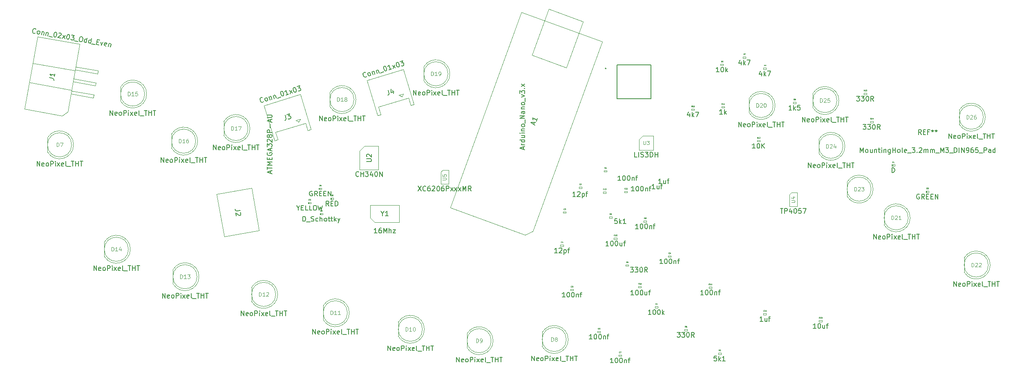
<source format=gbr>
%TF.GenerationSoftware,KiCad,Pcbnew,9.0.6*%
%TF.CreationDate,2025-11-25T23:45:02-06:00*%
%TF.ProjectId,1745LightUpBoard,31373435-4c69-4676-9874-5570426f6172,rev?*%
%TF.SameCoordinates,Original*%
%TF.FileFunction,AssemblyDrawing,Top*%
%FSLAX46Y46*%
G04 Gerber Fmt 4.6, Leading zero omitted, Abs format (unit mm)*
G04 Created by KiCad (PCBNEW 9.0.6) date 2025-11-25 23:45:02*
%MOMM*%
%LPD*%
G01*
G04 APERTURE LIST*
%ADD10C,0.150000*%
%ADD11C,0.040000*%
%ADD12C,0.120000*%
%ADD13C,0.110000*%
%ADD14C,0.100000*%
%ADD15C,0.127000*%
%ADD16C,0.200000*%
G04 APERTURE END LIST*
D10*
X219003809Y-74744819D02*
X219003809Y-73744819D01*
X219003809Y-73744819D02*
X219337142Y-74459104D01*
X219337142Y-74459104D02*
X219670475Y-73744819D01*
X219670475Y-73744819D02*
X219670475Y-74744819D01*
X220289523Y-74744819D02*
X220194285Y-74697200D01*
X220194285Y-74697200D02*
X220146666Y-74649580D01*
X220146666Y-74649580D02*
X220099047Y-74554342D01*
X220099047Y-74554342D02*
X220099047Y-74268628D01*
X220099047Y-74268628D02*
X220146666Y-74173390D01*
X220146666Y-74173390D02*
X220194285Y-74125771D01*
X220194285Y-74125771D02*
X220289523Y-74078152D01*
X220289523Y-74078152D02*
X220432380Y-74078152D01*
X220432380Y-74078152D02*
X220527618Y-74125771D01*
X220527618Y-74125771D02*
X220575237Y-74173390D01*
X220575237Y-74173390D02*
X220622856Y-74268628D01*
X220622856Y-74268628D02*
X220622856Y-74554342D01*
X220622856Y-74554342D02*
X220575237Y-74649580D01*
X220575237Y-74649580D02*
X220527618Y-74697200D01*
X220527618Y-74697200D02*
X220432380Y-74744819D01*
X220432380Y-74744819D02*
X220289523Y-74744819D01*
X221479999Y-74078152D02*
X221479999Y-74744819D01*
X221051428Y-74078152D02*
X221051428Y-74601961D01*
X221051428Y-74601961D02*
X221099047Y-74697200D01*
X221099047Y-74697200D02*
X221194285Y-74744819D01*
X221194285Y-74744819D02*
X221337142Y-74744819D01*
X221337142Y-74744819D02*
X221432380Y-74697200D01*
X221432380Y-74697200D02*
X221479999Y-74649580D01*
X221956190Y-74078152D02*
X221956190Y-74744819D01*
X221956190Y-74173390D02*
X222003809Y-74125771D01*
X222003809Y-74125771D02*
X222099047Y-74078152D01*
X222099047Y-74078152D02*
X222241904Y-74078152D01*
X222241904Y-74078152D02*
X222337142Y-74125771D01*
X222337142Y-74125771D02*
X222384761Y-74221009D01*
X222384761Y-74221009D02*
X222384761Y-74744819D01*
X222718095Y-74078152D02*
X223099047Y-74078152D01*
X222860952Y-73744819D02*
X222860952Y-74601961D01*
X222860952Y-74601961D02*
X222908571Y-74697200D01*
X222908571Y-74697200D02*
X223003809Y-74744819D01*
X223003809Y-74744819D02*
X223099047Y-74744819D01*
X223432381Y-74744819D02*
X223432381Y-74078152D01*
X223432381Y-73744819D02*
X223384762Y-73792438D01*
X223384762Y-73792438D02*
X223432381Y-73840057D01*
X223432381Y-73840057D02*
X223480000Y-73792438D01*
X223480000Y-73792438D02*
X223432381Y-73744819D01*
X223432381Y-73744819D02*
X223432381Y-73840057D01*
X223908571Y-74078152D02*
X223908571Y-74744819D01*
X223908571Y-74173390D02*
X223956190Y-74125771D01*
X223956190Y-74125771D02*
X224051428Y-74078152D01*
X224051428Y-74078152D02*
X224194285Y-74078152D01*
X224194285Y-74078152D02*
X224289523Y-74125771D01*
X224289523Y-74125771D02*
X224337142Y-74221009D01*
X224337142Y-74221009D02*
X224337142Y-74744819D01*
X225241904Y-74078152D02*
X225241904Y-74887676D01*
X225241904Y-74887676D02*
X225194285Y-74982914D01*
X225194285Y-74982914D02*
X225146666Y-75030533D01*
X225146666Y-75030533D02*
X225051428Y-75078152D01*
X225051428Y-75078152D02*
X224908571Y-75078152D01*
X224908571Y-75078152D02*
X224813333Y-75030533D01*
X225241904Y-74697200D02*
X225146666Y-74744819D01*
X225146666Y-74744819D02*
X224956190Y-74744819D01*
X224956190Y-74744819D02*
X224860952Y-74697200D01*
X224860952Y-74697200D02*
X224813333Y-74649580D01*
X224813333Y-74649580D02*
X224765714Y-74554342D01*
X224765714Y-74554342D02*
X224765714Y-74268628D01*
X224765714Y-74268628D02*
X224813333Y-74173390D01*
X224813333Y-74173390D02*
X224860952Y-74125771D01*
X224860952Y-74125771D02*
X224956190Y-74078152D01*
X224956190Y-74078152D02*
X225146666Y-74078152D01*
X225146666Y-74078152D02*
X225241904Y-74125771D01*
X225718095Y-74744819D02*
X225718095Y-73744819D01*
X225718095Y-74221009D02*
X226289523Y-74221009D01*
X226289523Y-74744819D02*
X226289523Y-73744819D01*
X226908571Y-74744819D02*
X226813333Y-74697200D01*
X226813333Y-74697200D02*
X226765714Y-74649580D01*
X226765714Y-74649580D02*
X226718095Y-74554342D01*
X226718095Y-74554342D02*
X226718095Y-74268628D01*
X226718095Y-74268628D02*
X226765714Y-74173390D01*
X226765714Y-74173390D02*
X226813333Y-74125771D01*
X226813333Y-74125771D02*
X226908571Y-74078152D01*
X226908571Y-74078152D02*
X227051428Y-74078152D01*
X227051428Y-74078152D02*
X227146666Y-74125771D01*
X227146666Y-74125771D02*
X227194285Y-74173390D01*
X227194285Y-74173390D02*
X227241904Y-74268628D01*
X227241904Y-74268628D02*
X227241904Y-74554342D01*
X227241904Y-74554342D02*
X227194285Y-74649580D01*
X227194285Y-74649580D02*
X227146666Y-74697200D01*
X227146666Y-74697200D02*
X227051428Y-74744819D01*
X227051428Y-74744819D02*
X226908571Y-74744819D01*
X227813333Y-74744819D02*
X227718095Y-74697200D01*
X227718095Y-74697200D02*
X227670476Y-74601961D01*
X227670476Y-74601961D02*
X227670476Y-73744819D01*
X228575238Y-74697200D02*
X228480000Y-74744819D01*
X228480000Y-74744819D02*
X228289524Y-74744819D01*
X228289524Y-74744819D02*
X228194286Y-74697200D01*
X228194286Y-74697200D02*
X228146667Y-74601961D01*
X228146667Y-74601961D02*
X228146667Y-74221009D01*
X228146667Y-74221009D02*
X228194286Y-74125771D01*
X228194286Y-74125771D02*
X228289524Y-74078152D01*
X228289524Y-74078152D02*
X228480000Y-74078152D01*
X228480000Y-74078152D02*
X228575238Y-74125771D01*
X228575238Y-74125771D02*
X228622857Y-74221009D01*
X228622857Y-74221009D02*
X228622857Y-74316247D01*
X228622857Y-74316247D02*
X228146667Y-74411485D01*
X228813334Y-74840057D02*
X229575238Y-74840057D01*
X229718096Y-73744819D02*
X230337143Y-73744819D01*
X230337143Y-73744819D02*
X230003810Y-74125771D01*
X230003810Y-74125771D02*
X230146667Y-74125771D01*
X230146667Y-74125771D02*
X230241905Y-74173390D01*
X230241905Y-74173390D02*
X230289524Y-74221009D01*
X230289524Y-74221009D02*
X230337143Y-74316247D01*
X230337143Y-74316247D02*
X230337143Y-74554342D01*
X230337143Y-74554342D02*
X230289524Y-74649580D01*
X230289524Y-74649580D02*
X230241905Y-74697200D01*
X230241905Y-74697200D02*
X230146667Y-74744819D01*
X230146667Y-74744819D02*
X229860953Y-74744819D01*
X229860953Y-74744819D02*
X229765715Y-74697200D01*
X229765715Y-74697200D02*
X229718096Y-74649580D01*
X230765715Y-74649580D02*
X230813334Y-74697200D01*
X230813334Y-74697200D02*
X230765715Y-74744819D01*
X230765715Y-74744819D02*
X230718096Y-74697200D01*
X230718096Y-74697200D02*
X230765715Y-74649580D01*
X230765715Y-74649580D02*
X230765715Y-74744819D01*
X231194286Y-73840057D02*
X231241905Y-73792438D01*
X231241905Y-73792438D02*
X231337143Y-73744819D01*
X231337143Y-73744819D02*
X231575238Y-73744819D01*
X231575238Y-73744819D02*
X231670476Y-73792438D01*
X231670476Y-73792438D02*
X231718095Y-73840057D01*
X231718095Y-73840057D02*
X231765714Y-73935295D01*
X231765714Y-73935295D02*
X231765714Y-74030533D01*
X231765714Y-74030533D02*
X231718095Y-74173390D01*
X231718095Y-74173390D02*
X231146667Y-74744819D01*
X231146667Y-74744819D02*
X231765714Y-74744819D01*
X232194286Y-74744819D02*
X232194286Y-74078152D01*
X232194286Y-74173390D02*
X232241905Y-74125771D01*
X232241905Y-74125771D02*
X232337143Y-74078152D01*
X232337143Y-74078152D02*
X232480000Y-74078152D01*
X232480000Y-74078152D02*
X232575238Y-74125771D01*
X232575238Y-74125771D02*
X232622857Y-74221009D01*
X232622857Y-74221009D02*
X232622857Y-74744819D01*
X232622857Y-74221009D02*
X232670476Y-74125771D01*
X232670476Y-74125771D02*
X232765714Y-74078152D01*
X232765714Y-74078152D02*
X232908571Y-74078152D01*
X232908571Y-74078152D02*
X233003810Y-74125771D01*
X233003810Y-74125771D02*
X233051429Y-74221009D01*
X233051429Y-74221009D02*
X233051429Y-74744819D01*
X233527619Y-74744819D02*
X233527619Y-74078152D01*
X233527619Y-74173390D02*
X233575238Y-74125771D01*
X233575238Y-74125771D02*
X233670476Y-74078152D01*
X233670476Y-74078152D02*
X233813333Y-74078152D01*
X233813333Y-74078152D02*
X233908571Y-74125771D01*
X233908571Y-74125771D02*
X233956190Y-74221009D01*
X233956190Y-74221009D02*
X233956190Y-74744819D01*
X233956190Y-74221009D02*
X234003809Y-74125771D01*
X234003809Y-74125771D02*
X234099047Y-74078152D01*
X234099047Y-74078152D02*
X234241904Y-74078152D01*
X234241904Y-74078152D02*
X234337143Y-74125771D01*
X234337143Y-74125771D02*
X234384762Y-74221009D01*
X234384762Y-74221009D02*
X234384762Y-74744819D01*
X234622857Y-74840057D02*
X235384761Y-74840057D01*
X235622857Y-74744819D02*
X235622857Y-73744819D01*
X235622857Y-73744819D02*
X235956190Y-74459104D01*
X235956190Y-74459104D02*
X236289523Y-73744819D01*
X236289523Y-73744819D02*
X236289523Y-74744819D01*
X236670476Y-73744819D02*
X237289523Y-73744819D01*
X237289523Y-73744819D02*
X236956190Y-74125771D01*
X236956190Y-74125771D02*
X237099047Y-74125771D01*
X237099047Y-74125771D02*
X237194285Y-74173390D01*
X237194285Y-74173390D02*
X237241904Y-74221009D01*
X237241904Y-74221009D02*
X237289523Y-74316247D01*
X237289523Y-74316247D02*
X237289523Y-74554342D01*
X237289523Y-74554342D02*
X237241904Y-74649580D01*
X237241904Y-74649580D02*
X237194285Y-74697200D01*
X237194285Y-74697200D02*
X237099047Y-74744819D01*
X237099047Y-74744819D02*
X236813333Y-74744819D01*
X236813333Y-74744819D02*
X236718095Y-74697200D01*
X236718095Y-74697200D02*
X236670476Y-74649580D01*
X237480000Y-74840057D02*
X238241904Y-74840057D01*
X238480000Y-74744819D02*
X238480000Y-73744819D01*
X238480000Y-73744819D02*
X238718095Y-73744819D01*
X238718095Y-73744819D02*
X238860952Y-73792438D01*
X238860952Y-73792438D02*
X238956190Y-73887676D01*
X238956190Y-73887676D02*
X239003809Y-73982914D01*
X239003809Y-73982914D02*
X239051428Y-74173390D01*
X239051428Y-74173390D02*
X239051428Y-74316247D01*
X239051428Y-74316247D02*
X239003809Y-74506723D01*
X239003809Y-74506723D02*
X238956190Y-74601961D01*
X238956190Y-74601961D02*
X238860952Y-74697200D01*
X238860952Y-74697200D02*
X238718095Y-74744819D01*
X238718095Y-74744819D02*
X238480000Y-74744819D01*
X239480000Y-74744819D02*
X239480000Y-73744819D01*
X239956190Y-74744819D02*
X239956190Y-73744819D01*
X239956190Y-73744819D02*
X240527618Y-74744819D01*
X240527618Y-74744819D02*
X240527618Y-73744819D01*
X241051428Y-74744819D02*
X241241904Y-74744819D01*
X241241904Y-74744819D02*
X241337142Y-74697200D01*
X241337142Y-74697200D02*
X241384761Y-74649580D01*
X241384761Y-74649580D02*
X241479999Y-74506723D01*
X241479999Y-74506723D02*
X241527618Y-74316247D01*
X241527618Y-74316247D02*
X241527618Y-73935295D01*
X241527618Y-73935295D02*
X241479999Y-73840057D01*
X241479999Y-73840057D02*
X241432380Y-73792438D01*
X241432380Y-73792438D02*
X241337142Y-73744819D01*
X241337142Y-73744819D02*
X241146666Y-73744819D01*
X241146666Y-73744819D02*
X241051428Y-73792438D01*
X241051428Y-73792438D02*
X241003809Y-73840057D01*
X241003809Y-73840057D02*
X240956190Y-73935295D01*
X240956190Y-73935295D02*
X240956190Y-74173390D01*
X240956190Y-74173390D02*
X241003809Y-74268628D01*
X241003809Y-74268628D02*
X241051428Y-74316247D01*
X241051428Y-74316247D02*
X241146666Y-74363866D01*
X241146666Y-74363866D02*
X241337142Y-74363866D01*
X241337142Y-74363866D02*
X241432380Y-74316247D01*
X241432380Y-74316247D02*
X241479999Y-74268628D01*
X241479999Y-74268628D02*
X241527618Y-74173390D01*
X242384761Y-73744819D02*
X242194285Y-73744819D01*
X242194285Y-73744819D02*
X242099047Y-73792438D01*
X242099047Y-73792438D02*
X242051428Y-73840057D01*
X242051428Y-73840057D02*
X241956190Y-73982914D01*
X241956190Y-73982914D02*
X241908571Y-74173390D01*
X241908571Y-74173390D02*
X241908571Y-74554342D01*
X241908571Y-74554342D02*
X241956190Y-74649580D01*
X241956190Y-74649580D02*
X242003809Y-74697200D01*
X242003809Y-74697200D02*
X242099047Y-74744819D01*
X242099047Y-74744819D02*
X242289523Y-74744819D01*
X242289523Y-74744819D02*
X242384761Y-74697200D01*
X242384761Y-74697200D02*
X242432380Y-74649580D01*
X242432380Y-74649580D02*
X242479999Y-74554342D01*
X242479999Y-74554342D02*
X242479999Y-74316247D01*
X242479999Y-74316247D02*
X242432380Y-74221009D01*
X242432380Y-74221009D02*
X242384761Y-74173390D01*
X242384761Y-74173390D02*
X242289523Y-74125771D01*
X242289523Y-74125771D02*
X242099047Y-74125771D01*
X242099047Y-74125771D02*
X242003809Y-74173390D01*
X242003809Y-74173390D02*
X241956190Y-74221009D01*
X241956190Y-74221009D02*
X241908571Y-74316247D01*
X243384761Y-73744819D02*
X242908571Y-73744819D01*
X242908571Y-73744819D02*
X242860952Y-74221009D01*
X242860952Y-74221009D02*
X242908571Y-74173390D01*
X242908571Y-74173390D02*
X243003809Y-74125771D01*
X243003809Y-74125771D02*
X243241904Y-74125771D01*
X243241904Y-74125771D02*
X243337142Y-74173390D01*
X243337142Y-74173390D02*
X243384761Y-74221009D01*
X243384761Y-74221009D02*
X243432380Y-74316247D01*
X243432380Y-74316247D02*
X243432380Y-74554342D01*
X243432380Y-74554342D02*
X243384761Y-74649580D01*
X243384761Y-74649580D02*
X243337142Y-74697200D01*
X243337142Y-74697200D02*
X243241904Y-74744819D01*
X243241904Y-74744819D02*
X243003809Y-74744819D01*
X243003809Y-74744819D02*
X242908571Y-74697200D01*
X242908571Y-74697200D02*
X242860952Y-74649580D01*
X243622857Y-74840057D02*
X244384761Y-74840057D01*
X244622857Y-74744819D02*
X244622857Y-73744819D01*
X244622857Y-73744819D02*
X245003809Y-73744819D01*
X245003809Y-73744819D02*
X245099047Y-73792438D01*
X245099047Y-73792438D02*
X245146666Y-73840057D01*
X245146666Y-73840057D02*
X245194285Y-73935295D01*
X245194285Y-73935295D02*
X245194285Y-74078152D01*
X245194285Y-74078152D02*
X245146666Y-74173390D01*
X245146666Y-74173390D02*
X245099047Y-74221009D01*
X245099047Y-74221009D02*
X245003809Y-74268628D01*
X245003809Y-74268628D02*
X244622857Y-74268628D01*
X246051428Y-74744819D02*
X246051428Y-74221009D01*
X246051428Y-74221009D02*
X246003809Y-74125771D01*
X246003809Y-74125771D02*
X245908571Y-74078152D01*
X245908571Y-74078152D02*
X245718095Y-74078152D01*
X245718095Y-74078152D02*
X245622857Y-74125771D01*
X246051428Y-74697200D02*
X245956190Y-74744819D01*
X245956190Y-74744819D02*
X245718095Y-74744819D01*
X245718095Y-74744819D02*
X245622857Y-74697200D01*
X245622857Y-74697200D02*
X245575238Y-74601961D01*
X245575238Y-74601961D02*
X245575238Y-74506723D01*
X245575238Y-74506723D02*
X245622857Y-74411485D01*
X245622857Y-74411485D02*
X245718095Y-74363866D01*
X245718095Y-74363866D02*
X245956190Y-74363866D01*
X245956190Y-74363866D02*
X246051428Y-74316247D01*
X246956190Y-74744819D02*
X246956190Y-73744819D01*
X246956190Y-74697200D02*
X246860952Y-74744819D01*
X246860952Y-74744819D02*
X246670476Y-74744819D01*
X246670476Y-74744819D02*
X246575238Y-74697200D01*
X246575238Y-74697200D02*
X246527619Y-74649580D01*
X246527619Y-74649580D02*
X246480000Y-74554342D01*
X246480000Y-74554342D02*
X246480000Y-74268628D01*
X246480000Y-74268628D02*
X246527619Y-74173390D01*
X246527619Y-74173390D02*
X246575238Y-74125771D01*
X246575238Y-74125771D02*
X246670476Y-74078152D01*
X246670476Y-74078152D02*
X246860952Y-74078152D01*
X246860952Y-74078152D02*
X246956190Y-74125771D01*
X231646666Y-70994819D02*
X231313333Y-70518628D01*
X231075238Y-70994819D02*
X231075238Y-69994819D01*
X231075238Y-69994819D02*
X231456190Y-69994819D01*
X231456190Y-69994819D02*
X231551428Y-70042438D01*
X231551428Y-70042438D02*
X231599047Y-70090057D01*
X231599047Y-70090057D02*
X231646666Y-70185295D01*
X231646666Y-70185295D02*
X231646666Y-70328152D01*
X231646666Y-70328152D02*
X231599047Y-70423390D01*
X231599047Y-70423390D02*
X231551428Y-70471009D01*
X231551428Y-70471009D02*
X231456190Y-70518628D01*
X231456190Y-70518628D02*
X231075238Y-70518628D01*
X232075238Y-70471009D02*
X232408571Y-70471009D01*
X232551428Y-70994819D02*
X232075238Y-70994819D01*
X232075238Y-70994819D02*
X232075238Y-69994819D01*
X232075238Y-69994819D02*
X232551428Y-69994819D01*
X233313333Y-70471009D02*
X232980000Y-70471009D01*
X232980000Y-70994819D02*
X232980000Y-69994819D01*
X232980000Y-69994819D02*
X233456190Y-69994819D01*
X233980000Y-69994819D02*
X233980000Y-70232914D01*
X233741905Y-70137676D02*
X233980000Y-70232914D01*
X233980000Y-70232914D02*
X234218095Y-70137676D01*
X233837143Y-70423390D02*
X233980000Y-70232914D01*
X233980000Y-70232914D02*
X234122857Y-70423390D01*
X234741905Y-69994819D02*
X234741905Y-70232914D01*
X234503810Y-70137676D02*
X234741905Y-70232914D01*
X234741905Y-70232914D02*
X234980000Y-70137676D01*
X234599048Y-70423390D02*
X234741905Y-70232914D01*
X234741905Y-70232914D02*
X234884762Y-70423390D01*
X198790118Y-109764819D02*
X198218690Y-109764819D01*
X198504404Y-109764819D02*
X198504404Y-108764819D01*
X198504404Y-108764819D02*
X198409166Y-108907676D01*
X198409166Y-108907676D02*
X198313928Y-109002914D01*
X198313928Y-109002914D02*
X198218690Y-109050533D01*
X199647261Y-109098152D02*
X199647261Y-109764819D01*
X199218690Y-109098152D02*
X199218690Y-109621961D01*
X199218690Y-109621961D02*
X199266309Y-109717200D01*
X199266309Y-109717200D02*
X199361547Y-109764819D01*
X199361547Y-109764819D02*
X199504404Y-109764819D01*
X199504404Y-109764819D02*
X199599642Y-109717200D01*
X199599642Y-109717200D02*
X199647261Y-109669580D01*
X199980595Y-109098152D02*
X200361547Y-109098152D01*
X200123452Y-109764819D02*
X200123452Y-108907676D01*
X200123452Y-108907676D02*
X200171071Y-108812438D01*
X200171071Y-108812438D02*
X200266309Y-108764819D01*
X200266309Y-108764819D02*
X200361547Y-108764819D01*
D11*
X199081785Y-107669765D02*
X199069881Y-107681670D01*
X199069881Y-107681670D02*
X199034166Y-107693574D01*
X199034166Y-107693574D02*
X199010357Y-107693574D01*
X199010357Y-107693574D02*
X198974643Y-107681670D01*
X198974643Y-107681670D02*
X198950833Y-107657860D01*
X198950833Y-107657860D02*
X198938928Y-107634050D01*
X198938928Y-107634050D02*
X198927024Y-107586431D01*
X198927024Y-107586431D02*
X198927024Y-107550717D01*
X198927024Y-107550717D02*
X198938928Y-107503098D01*
X198938928Y-107503098D02*
X198950833Y-107479289D01*
X198950833Y-107479289D02*
X198974643Y-107455479D01*
X198974643Y-107455479D02*
X199010357Y-107443574D01*
X199010357Y-107443574D02*
X199034166Y-107443574D01*
X199034166Y-107443574D02*
X199069881Y-107455479D01*
X199069881Y-107455479D02*
X199081785Y-107467384D01*
X199319881Y-107693574D02*
X199177024Y-107693574D01*
X199248452Y-107693574D02*
X199248452Y-107443574D01*
X199248452Y-107443574D02*
X199224643Y-107479289D01*
X199224643Y-107479289D02*
X199200833Y-107503098D01*
X199200833Y-107503098D02*
X199177024Y-107515003D01*
X199557976Y-107693574D02*
X199415119Y-107693574D01*
X199486547Y-107693574D02*
X199486547Y-107443574D01*
X199486547Y-107443574D02*
X199462738Y-107479289D01*
X199462738Y-107479289D02*
X199438928Y-107503098D01*
X199438928Y-107503098D02*
X199415119Y-107515003D01*
D10*
X209833928Y-111224819D02*
X209262500Y-111224819D01*
X209548214Y-111224819D02*
X209548214Y-110224819D01*
X209548214Y-110224819D02*
X209452976Y-110367676D01*
X209452976Y-110367676D02*
X209357738Y-110462914D01*
X209357738Y-110462914D02*
X209262500Y-110510533D01*
X210452976Y-110224819D02*
X210548214Y-110224819D01*
X210548214Y-110224819D02*
X210643452Y-110272438D01*
X210643452Y-110272438D02*
X210691071Y-110320057D01*
X210691071Y-110320057D02*
X210738690Y-110415295D01*
X210738690Y-110415295D02*
X210786309Y-110605771D01*
X210786309Y-110605771D02*
X210786309Y-110843866D01*
X210786309Y-110843866D02*
X210738690Y-111034342D01*
X210738690Y-111034342D02*
X210691071Y-111129580D01*
X210691071Y-111129580D02*
X210643452Y-111177200D01*
X210643452Y-111177200D02*
X210548214Y-111224819D01*
X210548214Y-111224819D02*
X210452976Y-111224819D01*
X210452976Y-111224819D02*
X210357738Y-111177200D01*
X210357738Y-111177200D02*
X210310119Y-111129580D01*
X210310119Y-111129580D02*
X210262500Y-111034342D01*
X210262500Y-111034342D02*
X210214881Y-110843866D01*
X210214881Y-110843866D02*
X210214881Y-110605771D01*
X210214881Y-110605771D02*
X210262500Y-110415295D01*
X210262500Y-110415295D02*
X210310119Y-110320057D01*
X210310119Y-110320057D02*
X210357738Y-110272438D01*
X210357738Y-110272438D02*
X210452976Y-110224819D01*
X211643452Y-110558152D02*
X211643452Y-111224819D01*
X211214881Y-110558152D02*
X211214881Y-111081961D01*
X211214881Y-111081961D02*
X211262500Y-111177200D01*
X211262500Y-111177200D02*
X211357738Y-111224819D01*
X211357738Y-111224819D02*
X211500595Y-111224819D01*
X211500595Y-111224819D02*
X211595833Y-111177200D01*
X211595833Y-111177200D02*
X211643452Y-111129580D01*
X211976786Y-110558152D02*
X212357738Y-110558152D01*
X212119643Y-111224819D02*
X212119643Y-110367676D01*
X212119643Y-110367676D02*
X212167262Y-110272438D01*
X212167262Y-110272438D02*
X212262500Y-110224819D01*
X212262500Y-110224819D02*
X212357738Y-110224819D01*
D11*
X210601785Y-109129765D02*
X210589881Y-109141670D01*
X210589881Y-109141670D02*
X210554166Y-109153574D01*
X210554166Y-109153574D02*
X210530357Y-109153574D01*
X210530357Y-109153574D02*
X210494643Y-109141670D01*
X210494643Y-109141670D02*
X210470833Y-109117860D01*
X210470833Y-109117860D02*
X210458928Y-109094050D01*
X210458928Y-109094050D02*
X210447024Y-109046431D01*
X210447024Y-109046431D02*
X210447024Y-109010717D01*
X210447024Y-109010717D02*
X210458928Y-108963098D01*
X210458928Y-108963098D02*
X210470833Y-108939289D01*
X210470833Y-108939289D02*
X210494643Y-108915479D01*
X210494643Y-108915479D02*
X210530357Y-108903574D01*
X210530357Y-108903574D02*
X210554166Y-108903574D01*
X210554166Y-108903574D02*
X210589881Y-108915479D01*
X210589881Y-108915479D02*
X210601785Y-108927384D01*
X210839881Y-109153574D02*
X210697024Y-109153574D01*
X210768452Y-109153574D02*
X210768452Y-108903574D01*
X210768452Y-108903574D02*
X210744643Y-108939289D01*
X210744643Y-108939289D02*
X210720833Y-108963098D01*
X210720833Y-108963098D02*
X210697024Y-108975003D01*
X210935119Y-108927384D02*
X210947023Y-108915479D01*
X210947023Y-108915479D02*
X210970833Y-108903574D01*
X210970833Y-108903574D02*
X211030357Y-108903574D01*
X211030357Y-108903574D02*
X211054166Y-108915479D01*
X211054166Y-108915479D02*
X211066071Y-108927384D01*
X211066071Y-108927384D02*
X211077976Y-108951193D01*
X211077976Y-108951193D02*
X211077976Y-108975003D01*
X211077976Y-108975003D02*
X211066071Y-109010717D01*
X211066071Y-109010717D02*
X210923214Y-109153574D01*
X210923214Y-109153574D02*
X211077976Y-109153574D01*
D10*
X178047737Y-97814819D02*
X177476309Y-97814819D01*
X177762023Y-97814819D02*
X177762023Y-96814819D01*
X177762023Y-96814819D02*
X177666785Y-96957676D01*
X177666785Y-96957676D02*
X177571547Y-97052914D01*
X177571547Y-97052914D02*
X177476309Y-97100533D01*
X178666785Y-96814819D02*
X178762023Y-96814819D01*
X178762023Y-96814819D02*
X178857261Y-96862438D01*
X178857261Y-96862438D02*
X178904880Y-96910057D01*
X178904880Y-96910057D02*
X178952499Y-97005295D01*
X178952499Y-97005295D02*
X179000118Y-97195771D01*
X179000118Y-97195771D02*
X179000118Y-97433866D01*
X179000118Y-97433866D02*
X178952499Y-97624342D01*
X178952499Y-97624342D02*
X178904880Y-97719580D01*
X178904880Y-97719580D02*
X178857261Y-97767200D01*
X178857261Y-97767200D02*
X178762023Y-97814819D01*
X178762023Y-97814819D02*
X178666785Y-97814819D01*
X178666785Y-97814819D02*
X178571547Y-97767200D01*
X178571547Y-97767200D02*
X178523928Y-97719580D01*
X178523928Y-97719580D02*
X178476309Y-97624342D01*
X178476309Y-97624342D02*
X178428690Y-97433866D01*
X178428690Y-97433866D02*
X178428690Y-97195771D01*
X178428690Y-97195771D02*
X178476309Y-97005295D01*
X178476309Y-97005295D02*
X178523928Y-96910057D01*
X178523928Y-96910057D02*
X178571547Y-96862438D01*
X178571547Y-96862438D02*
X178666785Y-96814819D01*
X179619166Y-96814819D02*
X179714404Y-96814819D01*
X179714404Y-96814819D02*
X179809642Y-96862438D01*
X179809642Y-96862438D02*
X179857261Y-96910057D01*
X179857261Y-96910057D02*
X179904880Y-97005295D01*
X179904880Y-97005295D02*
X179952499Y-97195771D01*
X179952499Y-97195771D02*
X179952499Y-97433866D01*
X179952499Y-97433866D02*
X179904880Y-97624342D01*
X179904880Y-97624342D02*
X179857261Y-97719580D01*
X179857261Y-97719580D02*
X179809642Y-97767200D01*
X179809642Y-97767200D02*
X179714404Y-97814819D01*
X179714404Y-97814819D02*
X179619166Y-97814819D01*
X179619166Y-97814819D02*
X179523928Y-97767200D01*
X179523928Y-97767200D02*
X179476309Y-97719580D01*
X179476309Y-97719580D02*
X179428690Y-97624342D01*
X179428690Y-97624342D02*
X179381071Y-97433866D01*
X179381071Y-97433866D02*
X179381071Y-97195771D01*
X179381071Y-97195771D02*
X179428690Y-97005295D01*
X179428690Y-97005295D02*
X179476309Y-96910057D01*
X179476309Y-96910057D02*
X179523928Y-96862438D01*
X179523928Y-96862438D02*
X179619166Y-96814819D01*
X180381071Y-97148152D02*
X180381071Y-97814819D01*
X180381071Y-97243390D02*
X180428690Y-97195771D01*
X180428690Y-97195771D02*
X180523928Y-97148152D01*
X180523928Y-97148152D02*
X180666785Y-97148152D01*
X180666785Y-97148152D02*
X180762023Y-97195771D01*
X180762023Y-97195771D02*
X180809642Y-97291009D01*
X180809642Y-97291009D02*
X180809642Y-97814819D01*
X181142976Y-97148152D02*
X181523928Y-97148152D01*
X181285833Y-97814819D02*
X181285833Y-96957676D01*
X181285833Y-96957676D02*
X181333452Y-96862438D01*
X181333452Y-96862438D02*
X181428690Y-96814819D01*
X181428690Y-96814819D02*
X181523928Y-96814819D01*
D11*
X179410833Y-95719765D02*
X179398929Y-95731670D01*
X179398929Y-95731670D02*
X179363214Y-95743574D01*
X179363214Y-95743574D02*
X179339405Y-95743574D01*
X179339405Y-95743574D02*
X179303691Y-95731670D01*
X179303691Y-95731670D02*
X179279881Y-95707860D01*
X179279881Y-95707860D02*
X179267976Y-95684050D01*
X179267976Y-95684050D02*
X179256072Y-95636431D01*
X179256072Y-95636431D02*
X179256072Y-95600717D01*
X179256072Y-95600717D02*
X179267976Y-95553098D01*
X179267976Y-95553098D02*
X179279881Y-95529289D01*
X179279881Y-95529289D02*
X179303691Y-95505479D01*
X179303691Y-95505479D02*
X179339405Y-95493574D01*
X179339405Y-95493574D02*
X179363214Y-95493574D01*
X179363214Y-95493574D02*
X179398929Y-95505479D01*
X179398929Y-95505479D02*
X179410833Y-95517384D01*
X179529881Y-95743574D02*
X179577500Y-95743574D01*
X179577500Y-95743574D02*
X179601310Y-95731670D01*
X179601310Y-95731670D02*
X179613214Y-95719765D01*
X179613214Y-95719765D02*
X179637024Y-95684050D01*
X179637024Y-95684050D02*
X179648929Y-95636431D01*
X179648929Y-95636431D02*
X179648929Y-95541193D01*
X179648929Y-95541193D02*
X179637024Y-95517384D01*
X179637024Y-95517384D02*
X179625119Y-95505479D01*
X179625119Y-95505479D02*
X179601310Y-95493574D01*
X179601310Y-95493574D02*
X179553691Y-95493574D01*
X179553691Y-95493574D02*
X179529881Y-95505479D01*
X179529881Y-95505479D02*
X179517976Y-95517384D01*
X179517976Y-95517384D02*
X179506072Y-95541193D01*
X179506072Y-95541193D02*
X179506072Y-95600717D01*
X179506072Y-95600717D02*
X179517976Y-95624527D01*
X179517976Y-95624527D02*
X179529881Y-95636431D01*
X179529881Y-95636431D02*
X179553691Y-95648336D01*
X179553691Y-95648336D02*
X179601310Y-95648336D01*
X179601310Y-95648336D02*
X179625119Y-95636431D01*
X179625119Y-95636431D02*
X179637024Y-95624527D01*
X179637024Y-95624527D02*
X179648929Y-95600717D01*
D10*
X167800237Y-118384819D02*
X167228809Y-118384819D01*
X167514523Y-118384819D02*
X167514523Y-117384819D01*
X167514523Y-117384819D02*
X167419285Y-117527676D01*
X167419285Y-117527676D02*
X167324047Y-117622914D01*
X167324047Y-117622914D02*
X167228809Y-117670533D01*
X168419285Y-117384819D02*
X168514523Y-117384819D01*
X168514523Y-117384819D02*
X168609761Y-117432438D01*
X168609761Y-117432438D02*
X168657380Y-117480057D01*
X168657380Y-117480057D02*
X168704999Y-117575295D01*
X168704999Y-117575295D02*
X168752618Y-117765771D01*
X168752618Y-117765771D02*
X168752618Y-118003866D01*
X168752618Y-118003866D02*
X168704999Y-118194342D01*
X168704999Y-118194342D02*
X168657380Y-118289580D01*
X168657380Y-118289580D02*
X168609761Y-118337200D01*
X168609761Y-118337200D02*
X168514523Y-118384819D01*
X168514523Y-118384819D02*
X168419285Y-118384819D01*
X168419285Y-118384819D02*
X168324047Y-118337200D01*
X168324047Y-118337200D02*
X168276428Y-118289580D01*
X168276428Y-118289580D02*
X168228809Y-118194342D01*
X168228809Y-118194342D02*
X168181190Y-118003866D01*
X168181190Y-118003866D02*
X168181190Y-117765771D01*
X168181190Y-117765771D02*
X168228809Y-117575295D01*
X168228809Y-117575295D02*
X168276428Y-117480057D01*
X168276428Y-117480057D02*
X168324047Y-117432438D01*
X168324047Y-117432438D02*
X168419285Y-117384819D01*
X169371666Y-117384819D02*
X169466904Y-117384819D01*
X169466904Y-117384819D02*
X169562142Y-117432438D01*
X169562142Y-117432438D02*
X169609761Y-117480057D01*
X169609761Y-117480057D02*
X169657380Y-117575295D01*
X169657380Y-117575295D02*
X169704999Y-117765771D01*
X169704999Y-117765771D02*
X169704999Y-118003866D01*
X169704999Y-118003866D02*
X169657380Y-118194342D01*
X169657380Y-118194342D02*
X169609761Y-118289580D01*
X169609761Y-118289580D02*
X169562142Y-118337200D01*
X169562142Y-118337200D02*
X169466904Y-118384819D01*
X169466904Y-118384819D02*
X169371666Y-118384819D01*
X169371666Y-118384819D02*
X169276428Y-118337200D01*
X169276428Y-118337200D02*
X169228809Y-118289580D01*
X169228809Y-118289580D02*
X169181190Y-118194342D01*
X169181190Y-118194342D02*
X169133571Y-118003866D01*
X169133571Y-118003866D02*
X169133571Y-117765771D01*
X169133571Y-117765771D02*
X169181190Y-117575295D01*
X169181190Y-117575295D02*
X169228809Y-117480057D01*
X169228809Y-117480057D02*
X169276428Y-117432438D01*
X169276428Y-117432438D02*
X169371666Y-117384819D01*
X170133571Y-117718152D02*
X170133571Y-118384819D01*
X170133571Y-117813390D02*
X170181190Y-117765771D01*
X170181190Y-117765771D02*
X170276428Y-117718152D01*
X170276428Y-117718152D02*
X170419285Y-117718152D01*
X170419285Y-117718152D02*
X170514523Y-117765771D01*
X170514523Y-117765771D02*
X170562142Y-117861009D01*
X170562142Y-117861009D02*
X170562142Y-118384819D01*
X170895476Y-117718152D02*
X171276428Y-117718152D01*
X171038333Y-118384819D02*
X171038333Y-117527676D01*
X171038333Y-117527676D02*
X171085952Y-117432438D01*
X171085952Y-117432438D02*
X171181190Y-117384819D01*
X171181190Y-117384819D02*
X171276428Y-117384819D01*
D11*
X169163333Y-116289765D02*
X169151429Y-116301670D01*
X169151429Y-116301670D02*
X169115714Y-116313574D01*
X169115714Y-116313574D02*
X169091905Y-116313574D01*
X169091905Y-116313574D02*
X169056191Y-116301670D01*
X169056191Y-116301670D02*
X169032381Y-116277860D01*
X169032381Y-116277860D02*
X169020476Y-116254050D01*
X169020476Y-116254050D02*
X169008572Y-116206431D01*
X169008572Y-116206431D02*
X169008572Y-116170717D01*
X169008572Y-116170717D02*
X169020476Y-116123098D01*
X169020476Y-116123098D02*
X169032381Y-116099289D01*
X169032381Y-116099289D02*
X169056191Y-116075479D01*
X169056191Y-116075479D02*
X169091905Y-116063574D01*
X169091905Y-116063574D02*
X169115714Y-116063574D01*
X169115714Y-116063574D02*
X169151429Y-116075479D01*
X169151429Y-116075479D02*
X169163333Y-116087384D01*
X169246667Y-116063574D02*
X169413333Y-116063574D01*
X169413333Y-116063574D02*
X169306191Y-116313574D01*
D10*
X63568333Y-67014819D02*
X63568333Y-66014819D01*
X63568333Y-66014819D02*
X64139761Y-67014819D01*
X64139761Y-67014819D02*
X64139761Y-66014819D01*
X64996904Y-66967200D02*
X64901666Y-67014819D01*
X64901666Y-67014819D02*
X64711190Y-67014819D01*
X64711190Y-67014819D02*
X64615952Y-66967200D01*
X64615952Y-66967200D02*
X64568333Y-66871961D01*
X64568333Y-66871961D02*
X64568333Y-66491009D01*
X64568333Y-66491009D02*
X64615952Y-66395771D01*
X64615952Y-66395771D02*
X64711190Y-66348152D01*
X64711190Y-66348152D02*
X64901666Y-66348152D01*
X64901666Y-66348152D02*
X64996904Y-66395771D01*
X64996904Y-66395771D02*
X65044523Y-66491009D01*
X65044523Y-66491009D02*
X65044523Y-66586247D01*
X65044523Y-66586247D02*
X64568333Y-66681485D01*
X65615952Y-67014819D02*
X65520714Y-66967200D01*
X65520714Y-66967200D02*
X65473095Y-66919580D01*
X65473095Y-66919580D02*
X65425476Y-66824342D01*
X65425476Y-66824342D02*
X65425476Y-66538628D01*
X65425476Y-66538628D02*
X65473095Y-66443390D01*
X65473095Y-66443390D02*
X65520714Y-66395771D01*
X65520714Y-66395771D02*
X65615952Y-66348152D01*
X65615952Y-66348152D02*
X65758809Y-66348152D01*
X65758809Y-66348152D02*
X65854047Y-66395771D01*
X65854047Y-66395771D02*
X65901666Y-66443390D01*
X65901666Y-66443390D02*
X65949285Y-66538628D01*
X65949285Y-66538628D02*
X65949285Y-66824342D01*
X65949285Y-66824342D02*
X65901666Y-66919580D01*
X65901666Y-66919580D02*
X65854047Y-66967200D01*
X65854047Y-66967200D02*
X65758809Y-67014819D01*
X65758809Y-67014819D02*
X65615952Y-67014819D01*
X66377857Y-67014819D02*
X66377857Y-66014819D01*
X66377857Y-66014819D02*
X66758809Y-66014819D01*
X66758809Y-66014819D02*
X66854047Y-66062438D01*
X66854047Y-66062438D02*
X66901666Y-66110057D01*
X66901666Y-66110057D02*
X66949285Y-66205295D01*
X66949285Y-66205295D02*
X66949285Y-66348152D01*
X66949285Y-66348152D02*
X66901666Y-66443390D01*
X66901666Y-66443390D02*
X66854047Y-66491009D01*
X66854047Y-66491009D02*
X66758809Y-66538628D01*
X66758809Y-66538628D02*
X66377857Y-66538628D01*
X67377857Y-67014819D02*
X67377857Y-66348152D01*
X67377857Y-66014819D02*
X67330238Y-66062438D01*
X67330238Y-66062438D02*
X67377857Y-66110057D01*
X67377857Y-66110057D02*
X67425476Y-66062438D01*
X67425476Y-66062438D02*
X67377857Y-66014819D01*
X67377857Y-66014819D02*
X67377857Y-66110057D01*
X67758809Y-67014819D02*
X68282618Y-66348152D01*
X67758809Y-66348152D02*
X68282618Y-67014819D01*
X69044523Y-66967200D02*
X68949285Y-67014819D01*
X68949285Y-67014819D02*
X68758809Y-67014819D01*
X68758809Y-67014819D02*
X68663571Y-66967200D01*
X68663571Y-66967200D02*
X68615952Y-66871961D01*
X68615952Y-66871961D02*
X68615952Y-66491009D01*
X68615952Y-66491009D02*
X68663571Y-66395771D01*
X68663571Y-66395771D02*
X68758809Y-66348152D01*
X68758809Y-66348152D02*
X68949285Y-66348152D01*
X68949285Y-66348152D02*
X69044523Y-66395771D01*
X69044523Y-66395771D02*
X69092142Y-66491009D01*
X69092142Y-66491009D02*
X69092142Y-66586247D01*
X69092142Y-66586247D02*
X68615952Y-66681485D01*
X69663571Y-67014819D02*
X69568333Y-66967200D01*
X69568333Y-66967200D02*
X69520714Y-66871961D01*
X69520714Y-66871961D02*
X69520714Y-66014819D01*
X69806429Y-67110057D02*
X70568333Y-67110057D01*
X70663572Y-66014819D02*
X71235000Y-66014819D01*
X70949286Y-67014819D02*
X70949286Y-66014819D01*
X71568334Y-67014819D02*
X71568334Y-66014819D01*
X71568334Y-66491009D02*
X72139762Y-66491009D01*
X72139762Y-67014819D02*
X72139762Y-66014819D01*
X72473096Y-66014819D02*
X73044524Y-66014819D01*
X72758810Y-67014819D02*
X72758810Y-66014819D01*
D12*
X67263571Y-62963855D02*
X67263571Y-62163855D01*
X67263571Y-62163855D02*
X67454047Y-62163855D01*
X67454047Y-62163855D02*
X67568333Y-62201950D01*
X67568333Y-62201950D02*
X67644523Y-62278140D01*
X67644523Y-62278140D02*
X67682618Y-62354331D01*
X67682618Y-62354331D02*
X67720714Y-62506712D01*
X67720714Y-62506712D02*
X67720714Y-62620998D01*
X67720714Y-62620998D02*
X67682618Y-62773379D01*
X67682618Y-62773379D02*
X67644523Y-62849569D01*
X67644523Y-62849569D02*
X67568333Y-62925760D01*
X67568333Y-62925760D02*
X67454047Y-62963855D01*
X67454047Y-62963855D02*
X67263571Y-62963855D01*
X68482618Y-62963855D02*
X68025475Y-62963855D01*
X68254047Y-62963855D02*
X68254047Y-62163855D01*
X68254047Y-62163855D02*
X68177856Y-62278140D01*
X68177856Y-62278140D02*
X68101666Y-62354331D01*
X68101666Y-62354331D02*
X68025475Y-62392426D01*
X69206428Y-62163855D02*
X68825476Y-62163855D01*
X68825476Y-62163855D02*
X68787380Y-62544807D01*
X68787380Y-62544807D02*
X68825476Y-62506712D01*
X68825476Y-62506712D02*
X68901666Y-62468617D01*
X68901666Y-62468617D02*
X69092142Y-62468617D01*
X69092142Y-62468617D02*
X69168333Y-62506712D01*
X69168333Y-62506712D02*
X69206428Y-62544807D01*
X69206428Y-62544807D02*
X69244523Y-62620998D01*
X69244523Y-62620998D02*
X69244523Y-62811474D01*
X69244523Y-62811474D02*
X69206428Y-62887664D01*
X69206428Y-62887664D02*
X69168333Y-62925760D01*
X69168333Y-62925760D02*
X69092142Y-62963855D01*
X69092142Y-62963855D02*
X68901666Y-62963855D01*
X68901666Y-62963855D02*
X68825476Y-62925760D01*
X68825476Y-62925760D02*
X68787380Y-62887664D01*
D10*
X172755238Y-75659819D02*
X172279048Y-75659819D01*
X172279048Y-75659819D02*
X172279048Y-74659819D01*
X173088572Y-75659819D02*
X173088572Y-74659819D01*
X173517143Y-75612200D02*
X173660000Y-75659819D01*
X173660000Y-75659819D02*
X173898095Y-75659819D01*
X173898095Y-75659819D02*
X173993333Y-75612200D01*
X173993333Y-75612200D02*
X174040952Y-75564580D01*
X174040952Y-75564580D02*
X174088571Y-75469342D01*
X174088571Y-75469342D02*
X174088571Y-75374104D01*
X174088571Y-75374104D02*
X174040952Y-75278866D01*
X174040952Y-75278866D02*
X173993333Y-75231247D01*
X173993333Y-75231247D02*
X173898095Y-75183628D01*
X173898095Y-75183628D02*
X173707619Y-75136009D01*
X173707619Y-75136009D02*
X173612381Y-75088390D01*
X173612381Y-75088390D02*
X173564762Y-75040771D01*
X173564762Y-75040771D02*
X173517143Y-74945533D01*
X173517143Y-74945533D02*
X173517143Y-74850295D01*
X173517143Y-74850295D02*
X173564762Y-74755057D01*
X173564762Y-74755057D02*
X173612381Y-74707438D01*
X173612381Y-74707438D02*
X173707619Y-74659819D01*
X173707619Y-74659819D02*
X173945714Y-74659819D01*
X173945714Y-74659819D02*
X174088571Y-74707438D01*
X174421905Y-74659819D02*
X175040952Y-74659819D01*
X175040952Y-74659819D02*
X174707619Y-75040771D01*
X174707619Y-75040771D02*
X174850476Y-75040771D01*
X174850476Y-75040771D02*
X174945714Y-75088390D01*
X174945714Y-75088390D02*
X174993333Y-75136009D01*
X174993333Y-75136009D02*
X175040952Y-75231247D01*
X175040952Y-75231247D02*
X175040952Y-75469342D01*
X175040952Y-75469342D02*
X174993333Y-75564580D01*
X174993333Y-75564580D02*
X174945714Y-75612200D01*
X174945714Y-75612200D02*
X174850476Y-75659819D01*
X174850476Y-75659819D02*
X174564762Y-75659819D01*
X174564762Y-75659819D02*
X174469524Y-75612200D01*
X174469524Y-75612200D02*
X174421905Y-75564580D01*
X175469524Y-75659819D02*
X175469524Y-74659819D01*
X175469524Y-74659819D02*
X175707619Y-74659819D01*
X175707619Y-74659819D02*
X175850476Y-74707438D01*
X175850476Y-74707438D02*
X175945714Y-74802676D01*
X175945714Y-74802676D02*
X175993333Y-74897914D01*
X175993333Y-74897914D02*
X176040952Y-75088390D01*
X176040952Y-75088390D02*
X176040952Y-75231247D01*
X176040952Y-75231247D02*
X175993333Y-75421723D01*
X175993333Y-75421723D02*
X175945714Y-75516961D01*
X175945714Y-75516961D02*
X175850476Y-75612200D01*
X175850476Y-75612200D02*
X175707619Y-75659819D01*
X175707619Y-75659819D02*
X175469524Y-75659819D01*
X176469524Y-75659819D02*
X176469524Y-74659819D01*
X176469524Y-75136009D02*
X177040952Y-75136009D01*
X177040952Y-75659819D02*
X177040952Y-74659819D01*
D13*
X174088571Y-72346244D02*
X174088571Y-72953387D01*
X174088571Y-72953387D02*
X174124285Y-73024815D01*
X174124285Y-73024815D02*
X174160000Y-73060530D01*
X174160000Y-73060530D02*
X174231428Y-73096244D01*
X174231428Y-73096244D02*
X174374285Y-73096244D01*
X174374285Y-73096244D02*
X174445714Y-73060530D01*
X174445714Y-73060530D02*
X174481428Y-73024815D01*
X174481428Y-73024815D02*
X174517142Y-72953387D01*
X174517142Y-72953387D02*
X174517142Y-72346244D01*
X174802856Y-72346244D02*
X175267142Y-72346244D01*
X175267142Y-72346244D02*
X175017142Y-72631958D01*
X175017142Y-72631958D02*
X175124285Y-72631958D01*
X175124285Y-72631958D02*
X175195714Y-72667672D01*
X175195714Y-72667672D02*
X175231428Y-72703387D01*
X175231428Y-72703387D02*
X175267142Y-72774815D01*
X175267142Y-72774815D02*
X175267142Y-72953387D01*
X175267142Y-72953387D02*
X175231428Y-73024815D01*
X175231428Y-73024815D02*
X175195714Y-73060530D01*
X175195714Y-73060530D02*
X175124285Y-73096244D01*
X175124285Y-73096244D02*
X174909999Y-73096244D01*
X174909999Y-73096244D02*
X174838571Y-73060530D01*
X174838571Y-73060530D02*
X174802856Y-73024815D01*
D10*
X218246786Y-63044819D02*
X218865833Y-63044819D01*
X218865833Y-63044819D02*
X218532500Y-63425771D01*
X218532500Y-63425771D02*
X218675357Y-63425771D01*
X218675357Y-63425771D02*
X218770595Y-63473390D01*
X218770595Y-63473390D02*
X218818214Y-63521009D01*
X218818214Y-63521009D02*
X218865833Y-63616247D01*
X218865833Y-63616247D02*
X218865833Y-63854342D01*
X218865833Y-63854342D02*
X218818214Y-63949580D01*
X218818214Y-63949580D02*
X218770595Y-63997200D01*
X218770595Y-63997200D02*
X218675357Y-64044819D01*
X218675357Y-64044819D02*
X218389643Y-64044819D01*
X218389643Y-64044819D02*
X218294405Y-63997200D01*
X218294405Y-63997200D02*
X218246786Y-63949580D01*
X219199167Y-63044819D02*
X219818214Y-63044819D01*
X219818214Y-63044819D02*
X219484881Y-63425771D01*
X219484881Y-63425771D02*
X219627738Y-63425771D01*
X219627738Y-63425771D02*
X219722976Y-63473390D01*
X219722976Y-63473390D02*
X219770595Y-63521009D01*
X219770595Y-63521009D02*
X219818214Y-63616247D01*
X219818214Y-63616247D02*
X219818214Y-63854342D01*
X219818214Y-63854342D02*
X219770595Y-63949580D01*
X219770595Y-63949580D02*
X219722976Y-63997200D01*
X219722976Y-63997200D02*
X219627738Y-64044819D01*
X219627738Y-64044819D02*
X219342024Y-64044819D01*
X219342024Y-64044819D02*
X219246786Y-63997200D01*
X219246786Y-63997200D02*
X219199167Y-63949580D01*
X220437262Y-63044819D02*
X220532500Y-63044819D01*
X220532500Y-63044819D02*
X220627738Y-63092438D01*
X220627738Y-63092438D02*
X220675357Y-63140057D01*
X220675357Y-63140057D02*
X220722976Y-63235295D01*
X220722976Y-63235295D02*
X220770595Y-63425771D01*
X220770595Y-63425771D02*
X220770595Y-63663866D01*
X220770595Y-63663866D02*
X220722976Y-63854342D01*
X220722976Y-63854342D02*
X220675357Y-63949580D01*
X220675357Y-63949580D02*
X220627738Y-63997200D01*
X220627738Y-63997200D02*
X220532500Y-64044819D01*
X220532500Y-64044819D02*
X220437262Y-64044819D01*
X220437262Y-64044819D02*
X220342024Y-63997200D01*
X220342024Y-63997200D02*
X220294405Y-63949580D01*
X220294405Y-63949580D02*
X220246786Y-63854342D01*
X220246786Y-63854342D02*
X220199167Y-63663866D01*
X220199167Y-63663866D02*
X220199167Y-63425771D01*
X220199167Y-63425771D02*
X220246786Y-63235295D01*
X220246786Y-63235295D02*
X220294405Y-63140057D01*
X220294405Y-63140057D02*
X220342024Y-63092438D01*
X220342024Y-63092438D02*
X220437262Y-63044819D01*
X221770595Y-64044819D02*
X221437262Y-63568628D01*
X221199167Y-64044819D02*
X221199167Y-63044819D01*
X221199167Y-63044819D02*
X221580119Y-63044819D01*
X221580119Y-63044819D02*
X221675357Y-63092438D01*
X221675357Y-63092438D02*
X221722976Y-63140057D01*
X221722976Y-63140057D02*
X221770595Y-63235295D01*
X221770595Y-63235295D02*
X221770595Y-63378152D01*
X221770595Y-63378152D02*
X221722976Y-63473390D01*
X221722976Y-63473390D02*
X221675357Y-63521009D01*
X221675357Y-63521009D02*
X221580119Y-63568628D01*
X221580119Y-63568628D02*
X221199167Y-63568628D01*
D11*
X219871785Y-61973574D02*
X219788452Y-61854527D01*
X219728928Y-61973574D02*
X219728928Y-61723574D01*
X219728928Y-61723574D02*
X219824166Y-61723574D01*
X219824166Y-61723574D02*
X219847976Y-61735479D01*
X219847976Y-61735479D02*
X219859881Y-61747384D01*
X219859881Y-61747384D02*
X219871785Y-61771193D01*
X219871785Y-61771193D02*
X219871785Y-61806908D01*
X219871785Y-61806908D02*
X219859881Y-61830717D01*
X219859881Y-61830717D02*
X219847976Y-61842622D01*
X219847976Y-61842622D02*
X219824166Y-61854527D01*
X219824166Y-61854527D02*
X219728928Y-61854527D01*
X220109881Y-61973574D02*
X219967024Y-61973574D01*
X220038452Y-61973574D02*
X220038452Y-61723574D01*
X220038452Y-61723574D02*
X220014643Y-61759289D01*
X220014643Y-61759289D02*
X219990833Y-61783098D01*
X219990833Y-61783098D02*
X219967024Y-61795003D01*
X220193214Y-61723574D02*
X220347976Y-61723574D01*
X220347976Y-61723574D02*
X220264642Y-61818812D01*
X220264642Y-61818812D02*
X220300357Y-61818812D01*
X220300357Y-61818812D02*
X220324166Y-61830717D01*
X220324166Y-61830717D02*
X220336071Y-61842622D01*
X220336071Y-61842622D02*
X220347976Y-61866431D01*
X220347976Y-61866431D02*
X220347976Y-61925955D01*
X220347976Y-61925955D02*
X220336071Y-61949765D01*
X220336071Y-61949765D02*
X220324166Y-61961670D01*
X220324166Y-61961670D02*
X220300357Y-61973574D01*
X220300357Y-61973574D02*
X220228928Y-61973574D01*
X220228928Y-61973574D02*
X220205119Y-61961670D01*
X220205119Y-61961670D02*
X220193214Y-61949765D01*
D10*
X48428333Y-77564819D02*
X48428333Y-76564819D01*
X48428333Y-76564819D02*
X48999761Y-77564819D01*
X48999761Y-77564819D02*
X48999761Y-76564819D01*
X49856904Y-77517200D02*
X49761666Y-77564819D01*
X49761666Y-77564819D02*
X49571190Y-77564819D01*
X49571190Y-77564819D02*
X49475952Y-77517200D01*
X49475952Y-77517200D02*
X49428333Y-77421961D01*
X49428333Y-77421961D02*
X49428333Y-77041009D01*
X49428333Y-77041009D02*
X49475952Y-76945771D01*
X49475952Y-76945771D02*
X49571190Y-76898152D01*
X49571190Y-76898152D02*
X49761666Y-76898152D01*
X49761666Y-76898152D02*
X49856904Y-76945771D01*
X49856904Y-76945771D02*
X49904523Y-77041009D01*
X49904523Y-77041009D02*
X49904523Y-77136247D01*
X49904523Y-77136247D02*
X49428333Y-77231485D01*
X50475952Y-77564819D02*
X50380714Y-77517200D01*
X50380714Y-77517200D02*
X50333095Y-77469580D01*
X50333095Y-77469580D02*
X50285476Y-77374342D01*
X50285476Y-77374342D02*
X50285476Y-77088628D01*
X50285476Y-77088628D02*
X50333095Y-76993390D01*
X50333095Y-76993390D02*
X50380714Y-76945771D01*
X50380714Y-76945771D02*
X50475952Y-76898152D01*
X50475952Y-76898152D02*
X50618809Y-76898152D01*
X50618809Y-76898152D02*
X50714047Y-76945771D01*
X50714047Y-76945771D02*
X50761666Y-76993390D01*
X50761666Y-76993390D02*
X50809285Y-77088628D01*
X50809285Y-77088628D02*
X50809285Y-77374342D01*
X50809285Y-77374342D02*
X50761666Y-77469580D01*
X50761666Y-77469580D02*
X50714047Y-77517200D01*
X50714047Y-77517200D02*
X50618809Y-77564819D01*
X50618809Y-77564819D02*
X50475952Y-77564819D01*
X51237857Y-77564819D02*
X51237857Y-76564819D01*
X51237857Y-76564819D02*
X51618809Y-76564819D01*
X51618809Y-76564819D02*
X51714047Y-76612438D01*
X51714047Y-76612438D02*
X51761666Y-76660057D01*
X51761666Y-76660057D02*
X51809285Y-76755295D01*
X51809285Y-76755295D02*
X51809285Y-76898152D01*
X51809285Y-76898152D02*
X51761666Y-76993390D01*
X51761666Y-76993390D02*
X51714047Y-77041009D01*
X51714047Y-77041009D02*
X51618809Y-77088628D01*
X51618809Y-77088628D02*
X51237857Y-77088628D01*
X52237857Y-77564819D02*
X52237857Y-76898152D01*
X52237857Y-76564819D02*
X52190238Y-76612438D01*
X52190238Y-76612438D02*
X52237857Y-76660057D01*
X52237857Y-76660057D02*
X52285476Y-76612438D01*
X52285476Y-76612438D02*
X52237857Y-76564819D01*
X52237857Y-76564819D02*
X52237857Y-76660057D01*
X52618809Y-77564819D02*
X53142618Y-76898152D01*
X52618809Y-76898152D02*
X53142618Y-77564819D01*
X53904523Y-77517200D02*
X53809285Y-77564819D01*
X53809285Y-77564819D02*
X53618809Y-77564819D01*
X53618809Y-77564819D02*
X53523571Y-77517200D01*
X53523571Y-77517200D02*
X53475952Y-77421961D01*
X53475952Y-77421961D02*
X53475952Y-77041009D01*
X53475952Y-77041009D02*
X53523571Y-76945771D01*
X53523571Y-76945771D02*
X53618809Y-76898152D01*
X53618809Y-76898152D02*
X53809285Y-76898152D01*
X53809285Y-76898152D02*
X53904523Y-76945771D01*
X53904523Y-76945771D02*
X53952142Y-77041009D01*
X53952142Y-77041009D02*
X53952142Y-77136247D01*
X53952142Y-77136247D02*
X53475952Y-77231485D01*
X54523571Y-77564819D02*
X54428333Y-77517200D01*
X54428333Y-77517200D02*
X54380714Y-77421961D01*
X54380714Y-77421961D02*
X54380714Y-76564819D01*
X54666429Y-77660057D02*
X55428333Y-77660057D01*
X55523572Y-76564819D02*
X56095000Y-76564819D01*
X55809286Y-77564819D02*
X55809286Y-76564819D01*
X56428334Y-77564819D02*
X56428334Y-76564819D01*
X56428334Y-77041009D02*
X56999762Y-77041009D01*
X56999762Y-77564819D02*
X56999762Y-76564819D01*
X57333096Y-76564819D02*
X57904524Y-76564819D01*
X57618810Y-77564819D02*
X57618810Y-76564819D01*
D12*
X52504524Y-73513855D02*
X52504524Y-72713855D01*
X52504524Y-72713855D02*
X52695000Y-72713855D01*
X52695000Y-72713855D02*
X52809286Y-72751950D01*
X52809286Y-72751950D02*
X52885476Y-72828140D01*
X52885476Y-72828140D02*
X52923571Y-72904331D01*
X52923571Y-72904331D02*
X52961667Y-73056712D01*
X52961667Y-73056712D02*
X52961667Y-73170998D01*
X52961667Y-73170998D02*
X52923571Y-73323379D01*
X52923571Y-73323379D02*
X52885476Y-73399569D01*
X52885476Y-73399569D02*
X52809286Y-73475760D01*
X52809286Y-73475760D02*
X52695000Y-73513855D01*
X52695000Y-73513855D02*
X52504524Y-73513855D01*
X53228333Y-72713855D02*
X53761667Y-72713855D01*
X53761667Y-72713855D02*
X53418809Y-73513855D01*
D10*
X150923333Y-117964819D02*
X150923333Y-116964819D01*
X150923333Y-116964819D02*
X151494761Y-117964819D01*
X151494761Y-117964819D02*
X151494761Y-116964819D01*
X152351904Y-117917200D02*
X152256666Y-117964819D01*
X152256666Y-117964819D02*
X152066190Y-117964819D01*
X152066190Y-117964819D02*
X151970952Y-117917200D01*
X151970952Y-117917200D02*
X151923333Y-117821961D01*
X151923333Y-117821961D02*
X151923333Y-117441009D01*
X151923333Y-117441009D02*
X151970952Y-117345771D01*
X151970952Y-117345771D02*
X152066190Y-117298152D01*
X152066190Y-117298152D02*
X152256666Y-117298152D01*
X152256666Y-117298152D02*
X152351904Y-117345771D01*
X152351904Y-117345771D02*
X152399523Y-117441009D01*
X152399523Y-117441009D02*
X152399523Y-117536247D01*
X152399523Y-117536247D02*
X151923333Y-117631485D01*
X152970952Y-117964819D02*
X152875714Y-117917200D01*
X152875714Y-117917200D02*
X152828095Y-117869580D01*
X152828095Y-117869580D02*
X152780476Y-117774342D01*
X152780476Y-117774342D02*
X152780476Y-117488628D01*
X152780476Y-117488628D02*
X152828095Y-117393390D01*
X152828095Y-117393390D02*
X152875714Y-117345771D01*
X152875714Y-117345771D02*
X152970952Y-117298152D01*
X152970952Y-117298152D02*
X153113809Y-117298152D01*
X153113809Y-117298152D02*
X153209047Y-117345771D01*
X153209047Y-117345771D02*
X153256666Y-117393390D01*
X153256666Y-117393390D02*
X153304285Y-117488628D01*
X153304285Y-117488628D02*
X153304285Y-117774342D01*
X153304285Y-117774342D02*
X153256666Y-117869580D01*
X153256666Y-117869580D02*
X153209047Y-117917200D01*
X153209047Y-117917200D02*
X153113809Y-117964819D01*
X153113809Y-117964819D02*
X152970952Y-117964819D01*
X153732857Y-117964819D02*
X153732857Y-116964819D01*
X153732857Y-116964819D02*
X154113809Y-116964819D01*
X154113809Y-116964819D02*
X154209047Y-117012438D01*
X154209047Y-117012438D02*
X154256666Y-117060057D01*
X154256666Y-117060057D02*
X154304285Y-117155295D01*
X154304285Y-117155295D02*
X154304285Y-117298152D01*
X154304285Y-117298152D02*
X154256666Y-117393390D01*
X154256666Y-117393390D02*
X154209047Y-117441009D01*
X154209047Y-117441009D02*
X154113809Y-117488628D01*
X154113809Y-117488628D02*
X153732857Y-117488628D01*
X154732857Y-117964819D02*
X154732857Y-117298152D01*
X154732857Y-116964819D02*
X154685238Y-117012438D01*
X154685238Y-117012438D02*
X154732857Y-117060057D01*
X154732857Y-117060057D02*
X154780476Y-117012438D01*
X154780476Y-117012438D02*
X154732857Y-116964819D01*
X154732857Y-116964819D02*
X154732857Y-117060057D01*
X155113809Y-117964819D02*
X155637618Y-117298152D01*
X155113809Y-117298152D02*
X155637618Y-117964819D01*
X156399523Y-117917200D02*
X156304285Y-117964819D01*
X156304285Y-117964819D02*
X156113809Y-117964819D01*
X156113809Y-117964819D02*
X156018571Y-117917200D01*
X156018571Y-117917200D02*
X155970952Y-117821961D01*
X155970952Y-117821961D02*
X155970952Y-117441009D01*
X155970952Y-117441009D02*
X156018571Y-117345771D01*
X156018571Y-117345771D02*
X156113809Y-117298152D01*
X156113809Y-117298152D02*
X156304285Y-117298152D01*
X156304285Y-117298152D02*
X156399523Y-117345771D01*
X156399523Y-117345771D02*
X156447142Y-117441009D01*
X156447142Y-117441009D02*
X156447142Y-117536247D01*
X156447142Y-117536247D02*
X155970952Y-117631485D01*
X157018571Y-117964819D02*
X156923333Y-117917200D01*
X156923333Y-117917200D02*
X156875714Y-117821961D01*
X156875714Y-117821961D02*
X156875714Y-116964819D01*
X157161429Y-118060057D02*
X157923333Y-118060057D01*
X158018572Y-116964819D02*
X158590000Y-116964819D01*
X158304286Y-117964819D02*
X158304286Y-116964819D01*
X158923334Y-117964819D02*
X158923334Y-116964819D01*
X158923334Y-117441009D02*
X159494762Y-117441009D01*
X159494762Y-117964819D02*
X159494762Y-116964819D01*
X159828096Y-116964819D02*
X160399524Y-116964819D01*
X160113810Y-117964819D02*
X160113810Y-116964819D01*
D12*
X154999524Y-113913855D02*
X154999524Y-113113855D01*
X154999524Y-113113855D02*
X155190000Y-113113855D01*
X155190000Y-113113855D02*
X155304286Y-113151950D01*
X155304286Y-113151950D02*
X155380476Y-113228140D01*
X155380476Y-113228140D02*
X155418571Y-113304331D01*
X155418571Y-113304331D02*
X155456667Y-113456712D01*
X155456667Y-113456712D02*
X155456667Y-113570998D01*
X155456667Y-113570998D02*
X155418571Y-113723379D01*
X155418571Y-113723379D02*
X155380476Y-113799569D01*
X155380476Y-113799569D02*
X155304286Y-113875760D01*
X155304286Y-113875760D02*
X155190000Y-113913855D01*
X155190000Y-113913855D02*
X154999524Y-113913855D01*
X155913809Y-113456712D02*
X155837619Y-113418617D01*
X155837619Y-113418617D02*
X155799524Y-113380521D01*
X155799524Y-113380521D02*
X155761428Y-113304331D01*
X155761428Y-113304331D02*
X155761428Y-113266236D01*
X155761428Y-113266236D02*
X155799524Y-113190045D01*
X155799524Y-113190045D02*
X155837619Y-113151950D01*
X155837619Y-113151950D02*
X155913809Y-113113855D01*
X155913809Y-113113855D02*
X156066190Y-113113855D01*
X156066190Y-113113855D02*
X156142381Y-113151950D01*
X156142381Y-113151950D02*
X156180476Y-113190045D01*
X156180476Y-113190045D02*
X156218571Y-113266236D01*
X156218571Y-113266236D02*
X156218571Y-113304331D01*
X156218571Y-113304331D02*
X156180476Y-113380521D01*
X156180476Y-113380521D02*
X156142381Y-113418617D01*
X156142381Y-113418617D02*
X156066190Y-113456712D01*
X156066190Y-113456712D02*
X155913809Y-113456712D01*
X155913809Y-113456712D02*
X155837619Y-113494807D01*
X155837619Y-113494807D02*
X155799524Y-113532902D01*
X155799524Y-113532902D02*
X155761428Y-113609093D01*
X155761428Y-113609093D02*
X155761428Y-113761474D01*
X155761428Y-113761474D02*
X155799524Y-113837664D01*
X155799524Y-113837664D02*
X155837619Y-113875760D01*
X155837619Y-113875760D02*
X155913809Y-113913855D01*
X155913809Y-113913855D02*
X156066190Y-113913855D01*
X156066190Y-113913855D02*
X156142381Y-113875760D01*
X156142381Y-113875760D02*
X156180476Y-113837664D01*
X156180476Y-113837664D02*
X156218571Y-113761474D01*
X156218571Y-113761474D02*
X156218571Y-113609093D01*
X156218571Y-113609093D02*
X156180476Y-113532902D01*
X156180476Y-113532902D02*
X156142381Y-113494807D01*
X156142381Y-113494807D02*
X156066190Y-113456712D01*
D10*
X74418333Y-104934819D02*
X74418333Y-103934819D01*
X74418333Y-103934819D02*
X74989761Y-104934819D01*
X74989761Y-104934819D02*
X74989761Y-103934819D01*
X75846904Y-104887200D02*
X75751666Y-104934819D01*
X75751666Y-104934819D02*
X75561190Y-104934819D01*
X75561190Y-104934819D02*
X75465952Y-104887200D01*
X75465952Y-104887200D02*
X75418333Y-104791961D01*
X75418333Y-104791961D02*
X75418333Y-104411009D01*
X75418333Y-104411009D02*
X75465952Y-104315771D01*
X75465952Y-104315771D02*
X75561190Y-104268152D01*
X75561190Y-104268152D02*
X75751666Y-104268152D01*
X75751666Y-104268152D02*
X75846904Y-104315771D01*
X75846904Y-104315771D02*
X75894523Y-104411009D01*
X75894523Y-104411009D02*
X75894523Y-104506247D01*
X75894523Y-104506247D02*
X75418333Y-104601485D01*
X76465952Y-104934819D02*
X76370714Y-104887200D01*
X76370714Y-104887200D02*
X76323095Y-104839580D01*
X76323095Y-104839580D02*
X76275476Y-104744342D01*
X76275476Y-104744342D02*
X76275476Y-104458628D01*
X76275476Y-104458628D02*
X76323095Y-104363390D01*
X76323095Y-104363390D02*
X76370714Y-104315771D01*
X76370714Y-104315771D02*
X76465952Y-104268152D01*
X76465952Y-104268152D02*
X76608809Y-104268152D01*
X76608809Y-104268152D02*
X76704047Y-104315771D01*
X76704047Y-104315771D02*
X76751666Y-104363390D01*
X76751666Y-104363390D02*
X76799285Y-104458628D01*
X76799285Y-104458628D02*
X76799285Y-104744342D01*
X76799285Y-104744342D02*
X76751666Y-104839580D01*
X76751666Y-104839580D02*
X76704047Y-104887200D01*
X76704047Y-104887200D02*
X76608809Y-104934819D01*
X76608809Y-104934819D02*
X76465952Y-104934819D01*
X77227857Y-104934819D02*
X77227857Y-103934819D01*
X77227857Y-103934819D02*
X77608809Y-103934819D01*
X77608809Y-103934819D02*
X77704047Y-103982438D01*
X77704047Y-103982438D02*
X77751666Y-104030057D01*
X77751666Y-104030057D02*
X77799285Y-104125295D01*
X77799285Y-104125295D02*
X77799285Y-104268152D01*
X77799285Y-104268152D02*
X77751666Y-104363390D01*
X77751666Y-104363390D02*
X77704047Y-104411009D01*
X77704047Y-104411009D02*
X77608809Y-104458628D01*
X77608809Y-104458628D02*
X77227857Y-104458628D01*
X78227857Y-104934819D02*
X78227857Y-104268152D01*
X78227857Y-103934819D02*
X78180238Y-103982438D01*
X78180238Y-103982438D02*
X78227857Y-104030057D01*
X78227857Y-104030057D02*
X78275476Y-103982438D01*
X78275476Y-103982438D02*
X78227857Y-103934819D01*
X78227857Y-103934819D02*
X78227857Y-104030057D01*
X78608809Y-104934819D02*
X79132618Y-104268152D01*
X78608809Y-104268152D02*
X79132618Y-104934819D01*
X79894523Y-104887200D02*
X79799285Y-104934819D01*
X79799285Y-104934819D02*
X79608809Y-104934819D01*
X79608809Y-104934819D02*
X79513571Y-104887200D01*
X79513571Y-104887200D02*
X79465952Y-104791961D01*
X79465952Y-104791961D02*
X79465952Y-104411009D01*
X79465952Y-104411009D02*
X79513571Y-104315771D01*
X79513571Y-104315771D02*
X79608809Y-104268152D01*
X79608809Y-104268152D02*
X79799285Y-104268152D01*
X79799285Y-104268152D02*
X79894523Y-104315771D01*
X79894523Y-104315771D02*
X79942142Y-104411009D01*
X79942142Y-104411009D02*
X79942142Y-104506247D01*
X79942142Y-104506247D02*
X79465952Y-104601485D01*
X80513571Y-104934819D02*
X80418333Y-104887200D01*
X80418333Y-104887200D02*
X80370714Y-104791961D01*
X80370714Y-104791961D02*
X80370714Y-103934819D01*
X80656429Y-105030057D02*
X81418333Y-105030057D01*
X81513572Y-103934819D02*
X82085000Y-103934819D01*
X81799286Y-104934819D02*
X81799286Y-103934819D01*
X82418334Y-104934819D02*
X82418334Y-103934819D01*
X82418334Y-104411009D02*
X82989762Y-104411009D01*
X82989762Y-104934819D02*
X82989762Y-103934819D01*
X83323096Y-103934819D02*
X83894524Y-103934819D01*
X83608810Y-104934819D02*
X83608810Y-103934819D01*
D12*
X78113571Y-100883855D02*
X78113571Y-100083855D01*
X78113571Y-100083855D02*
X78304047Y-100083855D01*
X78304047Y-100083855D02*
X78418333Y-100121950D01*
X78418333Y-100121950D02*
X78494523Y-100198140D01*
X78494523Y-100198140D02*
X78532618Y-100274331D01*
X78532618Y-100274331D02*
X78570714Y-100426712D01*
X78570714Y-100426712D02*
X78570714Y-100540998D01*
X78570714Y-100540998D02*
X78532618Y-100693379D01*
X78532618Y-100693379D02*
X78494523Y-100769569D01*
X78494523Y-100769569D02*
X78418333Y-100845760D01*
X78418333Y-100845760D02*
X78304047Y-100883855D01*
X78304047Y-100883855D02*
X78113571Y-100883855D01*
X79332618Y-100883855D02*
X78875475Y-100883855D01*
X79104047Y-100883855D02*
X79104047Y-100083855D01*
X79104047Y-100083855D02*
X79027856Y-100198140D01*
X79027856Y-100198140D02*
X78951666Y-100274331D01*
X78951666Y-100274331D02*
X78875475Y-100312426D01*
X79599285Y-100083855D02*
X80094523Y-100083855D01*
X80094523Y-100083855D02*
X79827857Y-100388617D01*
X79827857Y-100388617D02*
X79942142Y-100388617D01*
X79942142Y-100388617D02*
X80018333Y-100426712D01*
X80018333Y-100426712D02*
X80056428Y-100464807D01*
X80056428Y-100464807D02*
X80094523Y-100540998D01*
X80094523Y-100540998D02*
X80094523Y-100731474D01*
X80094523Y-100731474D02*
X80056428Y-100807664D01*
X80056428Y-100807664D02*
X80018333Y-100845760D01*
X80018333Y-100845760D02*
X79942142Y-100883855D01*
X79942142Y-100883855D02*
X79713571Y-100883855D01*
X79713571Y-100883855D02*
X79637380Y-100845760D01*
X79637380Y-100845760D02*
X79599285Y-100807664D01*
D10*
X118860952Y-91444819D02*
X118289524Y-91444819D01*
X118575238Y-91444819D02*
X118575238Y-90444819D01*
X118575238Y-90444819D02*
X118480000Y-90587676D01*
X118480000Y-90587676D02*
X118384762Y-90682914D01*
X118384762Y-90682914D02*
X118289524Y-90730533D01*
X119718095Y-90444819D02*
X119527619Y-90444819D01*
X119527619Y-90444819D02*
X119432381Y-90492438D01*
X119432381Y-90492438D02*
X119384762Y-90540057D01*
X119384762Y-90540057D02*
X119289524Y-90682914D01*
X119289524Y-90682914D02*
X119241905Y-90873390D01*
X119241905Y-90873390D02*
X119241905Y-91254342D01*
X119241905Y-91254342D02*
X119289524Y-91349580D01*
X119289524Y-91349580D02*
X119337143Y-91397200D01*
X119337143Y-91397200D02*
X119432381Y-91444819D01*
X119432381Y-91444819D02*
X119622857Y-91444819D01*
X119622857Y-91444819D02*
X119718095Y-91397200D01*
X119718095Y-91397200D02*
X119765714Y-91349580D01*
X119765714Y-91349580D02*
X119813333Y-91254342D01*
X119813333Y-91254342D02*
X119813333Y-91016247D01*
X119813333Y-91016247D02*
X119765714Y-90921009D01*
X119765714Y-90921009D02*
X119718095Y-90873390D01*
X119718095Y-90873390D02*
X119622857Y-90825771D01*
X119622857Y-90825771D02*
X119432381Y-90825771D01*
X119432381Y-90825771D02*
X119337143Y-90873390D01*
X119337143Y-90873390D02*
X119289524Y-90921009D01*
X119289524Y-90921009D02*
X119241905Y-91016247D01*
X120241905Y-91444819D02*
X120241905Y-90444819D01*
X120241905Y-90444819D02*
X120575238Y-91159104D01*
X120575238Y-91159104D02*
X120908571Y-90444819D01*
X120908571Y-90444819D02*
X120908571Y-91444819D01*
X121384762Y-91444819D02*
X121384762Y-90444819D01*
X121813333Y-91444819D02*
X121813333Y-90921009D01*
X121813333Y-90921009D02*
X121765714Y-90825771D01*
X121765714Y-90825771D02*
X121670476Y-90778152D01*
X121670476Y-90778152D02*
X121527619Y-90778152D01*
X121527619Y-90778152D02*
X121432381Y-90825771D01*
X121432381Y-90825771D02*
X121384762Y-90873390D01*
X122194286Y-90778152D02*
X122718095Y-90778152D01*
X122718095Y-90778152D02*
X122194286Y-91444819D01*
X122194286Y-91444819D02*
X122718095Y-91444819D01*
X120003809Y-87418628D02*
X120003809Y-87894819D01*
X119670476Y-86894819D02*
X120003809Y-87418628D01*
X120003809Y-87418628D02*
X120337142Y-86894819D01*
X121194285Y-87894819D02*
X120622857Y-87894819D01*
X120908571Y-87894819D02*
X120908571Y-86894819D01*
X120908571Y-86894819D02*
X120813333Y-87037676D01*
X120813333Y-87037676D02*
X120718095Y-87132914D01*
X120718095Y-87132914D02*
X120622857Y-87180533D01*
X103502975Y-89004819D02*
X103502975Y-88004819D01*
X103502975Y-88004819D02*
X103741070Y-88004819D01*
X103741070Y-88004819D02*
X103883927Y-88052438D01*
X103883927Y-88052438D02*
X103979165Y-88147676D01*
X103979165Y-88147676D02*
X104026784Y-88242914D01*
X104026784Y-88242914D02*
X104074403Y-88433390D01*
X104074403Y-88433390D02*
X104074403Y-88576247D01*
X104074403Y-88576247D02*
X104026784Y-88766723D01*
X104026784Y-88766723D02*
X103979165Y-88861961D01*
X103979165Y-88861961D02*
X103883927Y-88957200D01*
X103883927Y-88957200D02*
X103741070Y-89004819D01*
X103741070Y-89004819D02*
X103502975Y-89004819D01*
X104264880Y-89100057D02*
X105026784Y-89100057D01*
X105217261Y-88957200D02*
X105360118Y-89004819D01*
X105360118Y-89004819D02*
X105598213Y-89004819D01*
X105598213Y-89004819D02*
X105693451Y-88957200D01*
X105693451Y-88957200D02*
X105741070Y-88909580D01*
X105741070Y-88909580D02*
X105788689Y-88814342D01*
X105788689Y-88814342D02*
X105788689Y-88719104D01*
X105788689Y-88719104D02*
X105741070Y-88623866D01*
X105741070Y-88623866D02*
X105693451Y-88576247D01*
X105693451Y-88576247D02*
X105598213Y-88528628D01*
X105598213Y-88528628D02*
X105407737Y-88481009D01*
X105407737Y-88481009D02*
X105312499Y-88433390D01*
X105312499Y-88433390D02*
X105264880Y-88385771D01*
X105264880Y-88385771D02*
X105217261Y-88290533D01*
X105217261Y-88290533D02*
X105217261Y-88195295D01*
X105217261Y-88195295D02*
X105264880Y-88100057D01*
X105264880Y-88100057D02*
X105312499Y-88052438D01*
X105312499Y-88052438D02*
X105407737Y-88004819D01*
X105407737Y-88004819D02*
X105645832Y-88004819D01*
X105645832Y-88004819D02*
X105788689Y-88052438D01*
X106645832Y-88957200D02*
X106550594Y-89004819D01*
X106550594Y-89004819D02*
X106360118Y-89004819D01*
X106360118Y-89004819D02*
X106264880Y-88957200D01*
X106264880Y-88957200D02*
X106217261Y-88909580D01*
X106217261Y-88909580D02*
X106169642Y-88814342D01*
X106169642Y-88814342D02*
X106169642Y-88528628D01*
X106169642Y-88528628D02*
X106217261Y-88433390D01*
X106217261Y-88433390D02*
X106264880Y-88385771D01*
X106264880Y-88385771D02*
X106360118Y-88338152D01*
X106360118Y-88338152D02*
X106550594Y-88338152D01*
X106550594Y-88338152D02*
X106645832Y-88385771D01*
X107074404Y-89004819D02*
X107074404Y-88004819D01*
X107502975Y-89004819D02*
X107502975Y-88481009D01*
X107502975Y-88481009D02*
X107455356Y-88385771D01*
X107455356Y-88385771D02*
X107360118Y-88338152D01*
X107360118Y-88338152D02*
X107217261Y-88338152D01*
X107217261Y-88338152D02*
X107122023Y-88385771D01*
X107122023Y-88385771D02*
X107074404Y-88433390D01*
X108122023Y-89004819D02*
X108026785Y-88957200D01*
X108026785Y-88957200D02*
X107979166Y-88909580D01*
X107979166Y-88909580D02*
X107931547Y-88814342D01*
X107931547Y-88814342D02*
X107931547Y-88528628D01*
X107931547Y-88528628D02*
X107979166Y-88433390D01*
X107979166Y-88433390D02*
X108026785Y-88385771D01*
X108026785Y-88385771D02*
X108122023Y-88338152D01*
X108122023Y-88338152D02*
X108264880Y-88338152D01*
X108264880Y-88338152D02*
X108360118Y-88385771D01*
X108360118Y-88385771D02*
X108407737Y-88433390D01*
X108407737Y-88433390D02*
X108455356Y-88528628D01*
X108455356Y-88528628D02*
X108455356Y-88814342D01*
X108455356Y-88814342D02*
X108407737Y-88909580D01*
X108407737Y-88909580D02*
X108360118Y-88957200D01*
X108360118Y-88957200D02*
X108264880Y-89004819D01*
X108264880Y-89004819D02*
X108122023Y-89004819D01*
X108741071Y-88338152D02*
X109122023Y-88338152D01*
X108883928Y-88004819D02*
X108883928Y-88861961D01*
X108883928Y-88861961D02*
X108931547Y-88957200D01*
X108931547Y-88957200D02*
X109026785Y-89004819D01*
X109026785Y-89004819D02*
X109122023Y-89004819D01*
X109312500Y-88338152D02*
X109693452Y-88338152D01*
X109455357Y-88004819D02*
X109455357Y-88861961D01*
X109455357Y-88861961D02*
X109502976Y-88957200D01*
X109502976Y-88957200D02*
X109598214Y-89004819D01*
X109598214Y-89004819D02*
X109693452Y-89004819D01*
X110026786Y-89004819D02*
X110026786Y-88004819D01*
X110122024Y-88623866D02*
X110407738Y-89004819D01*
X110407738Y-88338152D02*
X110026786Y-88719104D01*
X110741072Y-88338152D02*
X110979167Y-89004819D01*
X111217262Y-88338152D02*
X110979167Y-89004819D01*
X110979167Y-89004819D02*
X110883929Y-89242914D01*
X110883929Y-89242914D02*
X110836310Y-89290533D01*
X110836310Y-89290533D02*
X110741072Y-89338152D01*
D11*
X107127976Y-86933574D02*
X107127976Y-86683574D01*
X107127976Y-86683574D02*
X107187500Y-86683574D01*
X107187500Y-86683574D02*
X107223214Y-86695479D01*
X107223214Y-86695479D02*
X107247024Y-86719289D01*
X107247024Y-86719289D02*
X107258929Y-86743098D01*
X107258929Y-86743098D02*
X107270833Y-86790717D01*
X107270833Y-86790717D02*
X107270833Y-86826431D01*
X107270833Y-86826431D02*
X107258929Y-86874050D01*
X107258929Y-86874050D02*
X107247024Y-86897860D01*
X107247024Y-86897860D02*
X107223214Y-86921670D01*
X107223214Y-86921670D02*
X107187500Y-86933574D01*
X107187500Y-86933574D02*
X107127976Y-86933574D01*
X107485119Y-86683574D02*
X107437500Y-86683574D01*
X107437500Y-86683574D02*
X107413691Y-86695479D01*
X107413691Y-86695479D02*
X107401786Y-86707384D01*
X107401786Y-86707384D02*
X107377976Y-86743098D01*
X107377976Y-86743098D02*
X107366072Y-86790717D01*
X107366072Y-86790717D02*
X107366072Y-86885955D01*
X107366072Y-86885955D02*
X107377976Y-86909765D01*
X107377976Y-86909765D02*
X107389881Y-86921670D01*
X107389881Y-86921670D02*
X107413691Y-86933574D01*
X107413691Y-86933574D02*
X107461310Y-86933574D01*
X107461310Y-86933574D02*
X107485119Y-86921670D01*
X107485119Y-86921670D02*
X107497024Y-86909765D01*
X107497024Y-86909765D02*
X107508929Y-86885955D01*
X107508929Y-86885955D02*
X107508929Y-86826431D01*
X107508929Y-86826431D02*
X107497024Y-86802622D01*
X107497024Y-86802622D02*
X107485119Y-86790717D01*
X107485119Y-86790717D02*
X107461310Y-86778812D01*
X107461310Y-86778812D02*
X107413691Y-86778812D01*
X107413691Y-86778812D02*
X107389881Y-86790717D01*
X107389881Y-86790717D02*
X107377976Y-86802622D01*
X107377976Y-86802622D02*
X107366072Y-86826431D01*
D10*
X189214642Y-116984819D02*
X188738452Y-116984819D01*
X188738452Y-116984819D02*
X188690833Y-117461009D01*
X188690833Y-117461009D02*
X188738452Y-117413390D01*
X188738452Y-117413390D02*
X188833690Y-117365771D01*
X188833690Y-117365771D02*
X189071785Y-117365771D01*
X189071785Y-117365771D02*
X189167023Y-117413390D01*
X189167023Y-117413390D02*
X189214642Y-117461009D01*
X189214642Y-117461009D02*
X189262261Y-117556247D01*
X189262261Y-117556247D02*
X189262261Y-117794342D01*
X189262261Y-117794342D02*
X189214642Y-117889580D01*
X189214642Y-117889580D02*
X189167023Y-117937200D01*
X189167023Y-117937200D02*
X189071785Y-117984819D01*
X189071785Y-117984819D02*
X188833690Y-117984819D01*
X188833690Y-117984819D02*
X188738452Y-117937200D01*
X188738452Y-117937200D02*
X188690833Y-117889580D01*
X189690833Y-117984819D02*
X189690833Y-116984819D01*
X189786071Y-117603866D02*
X190071785Y-117984819D01*
X190071785Y-117318152D02*
X189690833Y-117699104D01*
X191024166Y-117984819D02*
X190452738Y-117984819D01*
X190738452Y-117984819D02*
X190738452Y-116984819D01*
X190738452Y-116984819D02*
X190643214Y-117127676D01*
X190643214Y-117127676D02*
X190547976Y-117222914D01*
X190547976Y-117222914D02*
X190452738Y-117270533D01*
D11*
X189815833Y-115913574D02*
X189732500Y-115794527D01*
X189672976Y-115913574D02*
X189672976Y-115663574D01*
X189672976Y-115663574D02*
X189768214Y-115663574D01*
X189768214Y-115663574D02*
X189792024Y-115675479D01*
X189792024Y-115675479D02*
X189803929Y-115687384D01*
X189803929Y-115687384D02*
X189815833Y-115711193D01*
X189815833Y-115711193D02*
X189815833Y-115746908D01*
X189815833Y-115746908D02*
X189803929Y-115770717D01*
X189803929Y-115770717D02*
X189792024Y-115782622D01*
X189792024Y-115782622D02*
X189768214Y-115794527D01*
X189768214Y-115794527D02*
X189672976Y-115794527D01*
X189911072Y-115687384D02*
X189922976Y-115675479D01*
X189922976Y-115675479D02*
X189946786Y-115663574D01*
X189946786Y-115663574D02*
X190006310Y-115663574D01*
X190006310Y-115663574D02*
X190030119Y-115675479D01*
X190030119Y-115675479D02*
X190042024Y-115687384D01*
X190042024Y-115687384D02*
X190053929Y-115711193D01*
X190053929Y-115711193D02*
X190053929Y-115735003D01*
X190053929Y-115735003D02*
X190042024Y-115770717D01*
X190042024Y-115770717D02*
X189899167Y-115913574D01*
X189899167Y-115913574D02*
X190053929Y-115913574D01*
D10*
X149186297Y-74050310D02*
X149186297Y-73574120D01*
X149472012Y-74145548D02*
X148472012Y-73812215D01*
X148472012Y-73812215D02*
X149472012Y-73478882D01*
X149472012Y-73145548D02*
X148805345Y-73145548D01*
X148995821Y-73145548D02*
X148900583Y-73097929D01*
X148900583Y-73097929D02*
X148852964Y-73050310D01*
X148852964Y-73050310D02*
X148805345Y-72955072D01*
X148805345Y-72955072D02*
X148805345Y-72859834D01*
X149472012Y-72097929D02*
X148472012Y-72097929D01*
X149424393Y-72097929D02*
X149472012Y-72193167D01*
X149472012Y-72193167D02*
X149472012Y-72383643D01*
X149472012Y-72383643D02*
X149424393Y-72478881D01*
X149424393Y-72478881D02*
X149376773Y-72526500D01*
X149376773Y-72526500D02*
X149281535Y-72574119D01*
X149281535Y-72574119D02*
X148995821Y-72574119D01*
X148995821Y-72574119D02*
X148900583Y-72526500D01*
X148900583Y-72526500D02*
X148852964Y-72478881D01*
X148852964Y-72478881D02*
X148805345Y-72383643D01*
X148805345Y-72383643D02*
X148805345Y-72193167D01*
X148805345Y-72193167D02*
X148852964Y-72097929D01*
X148805345Y-71193167D02*
X149472012Y-71193167D01*
X148805345Y-71621738D02*
X149329154Y-71621738D01*
X149329154Y-71621738D02*
X149424393Y-71574119D01*
X149424393Y-71574119D02*
X149472012Y-71478881D01*
X149472012Y-71478881D02*
X149472012Y-71336024D01*
X149472012Y-71336024D02*
X149424393Y-71240786D01*
X149424393Y-71240786D02*
X149376773Y-71193167D01*
X149472012Y-70716976D02*
X148805345Y-70716976D01*
X148472012Y-70716976D02*
X148519631Y-70764595D01*
X148519631Y-70764595D02*
X148567250Y-70716976D01*
X148567250Y-70716976D02*
X148519631Y-70669357D01*
X148519631Y-70669357D02*
X148472012Y-70716976D01*
X148472012Y-70716976D02*
X148567250Y-70716976D01*
X148805345Y-70240786D02*
X149472012Y-70240786D01*
X148900583Y-70240786D02*
X148852964Y-70193167D01*
X148852964Y-70193167D02*
X148805345Y-70097929D01*
X148805345Y-70097929D02*
X148805345Y-69955072D01*
X148805345Y-69955072D02*
X148852964Y-69859834D01*
X148852964Y-69859834D02*
X148948202Y-69812215D01*
X148948202Y-69812215D02*
X149472012Y-69812215D01*
X149472012Y-69193167D02*
X149424393Y-69288405D01*
X149424393Y-69288405D02*
X149376773Y-69336024D01*
X149376773Y-69336024D02*
X149281535Y-69383643D01*
X149281535Y-69383643D02*
X148995821Y-69383643D01*
X148995821Y-69383643D02*
X148900583Y-69336024D01*
X148900583Y-69336024D02*
X148852964Y-69288405D01*
X148852964Y-69288405D02*
X148805345Y-69193167D01*
X148805345Y-69193167D02*
X148805345Y-69050310D01*
X148805345Y-69050310D02*
X148852964Y-68955072D01*
X148852964Y-68955072D02*
X148900583Y-68907453D01*
X148900583Y-68907453D02*
X148995821Y-68859834D01*
X148995821Y-68859834D02*
X149281535Y-68859834D01*
X149281535Y-68859834D02*
X149376773Y-68907453D01*
X149376773Y-68907453D02*
X149424393Y-68955072D01*
X149424393Y-68955072D02*
X149472012Y-69050310D01*
X149472012Y-69050310D02*
X149472012Y-69193167D01*
X149567250Y-68669358D02*
X149567250Y-67907453D01*
X149472012Y-67669357D02*
X148472012Y-67669357D01*
X148472012Y-67669357D02*
X149472012Y-67097929D01*
X149472012Y-67097929D02*
X148472012Y-67097929D01*
X149472012Y-66193167D02*
X148948202Y-66193167D01*
X148948202Y-66193167D02*
X148852964Y-66240786D01*
X148852964Y-66240786D02*
X148805345Y-66336024D01*
X148805345Y-66336024D02*
X148805345Y-66526500D01*
X148805345Y-66526500D02*
X148852964Y-66621738D01*
X149424393Y-66193167D02*
X149472012Y-66288405D01*
X149472012Y-66288405D02*
X149472012Y-66526500D01*
X149472012Y-66526500D02*
X149424393Y-66621738D01*
X149424393Y-66621738D02*
X149329154Y-66669357D01*
X149329154Y-66669357D02*
X149233916Y-66669357D01*
X149233916Y-66669357D02*
X149138678Y-66621738D01*
X149138678Y-66621738D02*
X149091059Y-66526500D01*
X149091059Y-66526500D02*
X149091059Y-66288405D01*
X149091059Y-66288405D02*
X149043440Y-66193167D01*
X148805345Y-65716976D02*
X149472012Y-65716976D01*
X148900583Y-65716976D02*
X148852964Y-65669357D01*
X148852964Y-65669357D02*
X148805345Y-65574119D01*
X148805345Y-65574119D02*
X148805345Y-65431262D01*
X148805345Y-65431262D02*
X148852964Y-65336024D01*
X148852964Y-65336024D02*
X148948202Y-65288405D01*
X148948202Y-65288405D02*
X149472012Y-65288405D01*
X149472012Y-64669357D02*
X149424393Y-64764595D01*
X149424393Y-64764595D02*
X149376773Y-64812214D01*
X149376773Y-64812214D02*
X149281535Y-64859833D01*
X149281535Y-64859833D02*
X148995821Y-64859833D01*
X148995821Y-64859833D02*
X148900583Y-64812214D01*
X148900583Y-64812214D02*
X148852964Y-64764595D01*
X148852964Y-64764595D02*
X148805345Y-64669357D01*
X148805345Y-64669357D02*
X148805345Y-64526500D01*
X148805345Y-64526500D02*
X148852964Y-64431262D01*
X148852964Y-64431262D02*
X148900583Y-64383643D01*
X148900583Y-64383643D02*
X148995821Y-64336024D01*
X148995821Y-64336024D02*
X149281535Y-64336024D01*
X149281535Y-64336024D02*
X149376773Y-64383643D01*
X149376773Y-64383643D02*
X149424393Y-64431262D01*
X149424393Y-64431262D02*
X149472012Y-64526500D01*
X149472012Y-64526500D02*
X149472012Y-64669357D01*
X149567250Y-64145548D02*
X149567250Y-63383643D01*
X148805345Y-63240785D02*
X149472012Y-63002690D01*
X149472012Y-63002690D02*
X148805345Y-62764595D01*
X148472012Y-62478880D02*
X148472012Y-61859833D01*
X148472012Y-61859833D02*
X148852964Y-62193166D01*
X148852964Y-62193166D02*
X148852964Y-62050309D01*
X148852964Y-62050309D02*
X148900583Y-61955071D01*
X148900583Y-61955071D02*
X148948202Y-61907452D01*
X148948202Y-61907452D02*
X149043440Y-61859833D01*
X149043440Y-61859833D02*
X149281535Y-61859833D01*
X149281535Y-61859833D02*
X149376773Y-61907452D01*
X149376773Y-61907452D02*
X149424393Y-61955071D01*
X149424393Y-61955071D02*
X149472012Y-62050309D01*
X149472012Y-62050309D02*
X149472012Y-62336023D01*
X149472012Y-62336023D02*
X149424393Y-62431261D01*
X149424393Y-62431261D02*
X149376773Y-62478880D01*
X149376773Y-61431261D02*
X149424393Y-61383642D01*
X149424393Y-61383642D02*
X149472012Y-61431261D01*
X149472012Y-61431261D02*
X149424393Y-61478880D01*
X149424393Y-61478880D02*
X149376773Y-61431261D01*
X149376773Y-61431261D02*
X149472012Y-61431261D01*
X149472012Y-61050309D02*
X148805345Y-60526500D01*
X148805345Y-61050309D02*
X149472012Y-60526500D01*
X151318618Y-68909993D02*
X151481485Y-68462520D01*
X151554528Y-69097207D02*
X150728842Y-68441956D01*
X150728842Y-68441956D02*
X151782542Y-68470746D01*
X152075702Y-67665295D02*
X151880262Y-68202262D01*
X151977982Y-67933778D02*
X151038289Y-67591758D01*
X151038289Y-67591758D02*
X151139958Y-67730113D01*
X151139958Y-67730113D02*
X151196879Y-67852181D01*
X151196879Y-67852181D02*
X151209053Y-67957962D01*
X237343333Y-71824819D02*
X237343333Y-70824819D01*
X237343333Y-70824819D02*
X237914761Y-71824819D01*
X237914761Y-71824819D02*
X237914761Y-70824819D01*
X238771904Y-71777200D02*
X238676666Y-71824819D01*
X238676666Y-71824819D02*
X238486190Y-71824819D01*
X238486190Y-71824819D02*
X238390952Y-71777200D01*
X238390952Y-71777200D02*
X238343333Y-71681961D01*
X238343333Y-71681961D02*
X238343333Y-71301009D01*
X238343333Y-71301009D02*
X238390952Y-71205771D01*
X238390952Y-71205771D02*
X238486190Y-71158152D01*
X238486190Y-71158152D02*
X238676666Y-71158152D01*
X238676666Y-71158152D02*
X238771904Y-71205771D01*
X238771904Y-71205771D02*
X238819523Y-71301009D01*
X238819523Y-71301009D02*
X238819523Y-71396247D01*
X238819523Y-71396247D02*
X238343333Y-71491485D01*
X239390952Y-71824819D02*
X239295714Y-71777200D01*
X239295714Y-71777200D02*
X239248095Y-71729580D01*
X239248095Y-71729580D02*
X239200476Y-71634342D01*
X239200476Y-71634342D02*
X239200476Y-71348628D01*
X239200476Y-71348628D02*
X239248095Y-71253390D01*
X239248095Y-71253390D02*
X239295714Y-71205771D01*
X239295714Y-71205771D02*
X239390952Y-71158152D01*
X239390952Y-71158152D02*
X239533809Y-71158152D01*
X239533809Y-71158152D02*
X239629047Y-71205771D01*
X239629047Y-71205771D02*
X239676666Y-71253390D01*
X239676666Y-71253390D02*
X239724285Y-71348628D01*
X239724285Y-71348628D02*
X239724285Y-71634342D01*
X239724285Y-71634342D02*
X239676666Y-71729580D01*
X239676666Y-71729580D02*
X239629047Y-71777200D01*
X239629047Y-71777200D02*
X239533809Y-71824819D01*
X239533809Y-71824819D02*
X239390952Y-71824819D01*
X240152857Y-71824819D02*
X240152857Y-70824819D01*
X240152857Y-70824819D02*
X240533809Y-70824819D01*
X240533809Y-70824819D02*
X240629047Y-70872438D01*
X240629047Y-70872438D02*
X240676666Y-70920057D01*
X240676666Y-70920057D02*
X240724285Y-71015295D01*
X240724285Y-71015295D02*
X240724285Y-71158152D01*
X240724285Y-71158152D02*
X240676666Y-71253390D01*
X240676666Y-71253390D02*
X240629047Y-71301009D01*
X240629047Y-71301009D02*
X240533809Y-71348628D01*
X240533809Y-71348628D02*
X240152857Y-71348628D01*
X241152857Y-71824819D02*
X241152857Y-71158152D01*
X241152857Y-70824819D02*
X241105238Y-70872438D01*
X241105238Y-70872438D02*
X241152857Y-70920057D01*
X241152857Y-70920057D02*
X241200476Y-70872438D01*
X241200476Y-70872438D02*
X241152857Y-70824819D01*
X241152857Y-70824819D02*
X241152857Y-70920057D01*
X241533809Y-71824819D02*
X242057618Y-71158152D01*
X241533809Y-71158152D02*
X242057618Y-71824819D01*
X242819523Y-71777200D02*
X242724285Y-71824819D01*
X242724285Y-71824819D02*
X242533809Y-71824819D01*
X242533809Y-71824819D02*
X242438571Y-71777200D01*
X242438571Y-71777200D02*
X242390952Y-71681961D01*
X242390952Y-71681961D02*
X242390952Y-71301009D01*
X242390952Y-71301009D02*
X242438571Y-71205771D01*
X242438571Y-71205771D02*
X242533809Y-71158152D01*
X242533809Y-71158152D02*
X242724285Y-71158152D01*
X242724285Y-71158152D02*
X242819523Y-71205771D01*
X242819523Y-71205771D02*
X242867142Y-71301009D01*
X242867142Y-71301009D02*
X242867142Y-71396247D01*
X242867142Y-71396247D02*
X242390952Y-71491485D01*
X243438571Y-71824819D02*
X243343333Y-71777200D01*
X243343333Y-71777200D02*
X243295714Y-71681961D01*
X243295714Y-71681961D02*
X243295714Y-70824819D01*
X243581429Y-71920057D02*
X244343333Y-71920057D01*
X244438572Y-70824819D02*
X245010000Y-70824819D01*
X244724286Y-71824819D02*
X244724286Y-70824819D01*
X245343334Y-71824819D02*
X245343334Y-70824819D01*
X245343334Y-71301009D02*
X245914762Y-71301009D01*
X245914762Y-71824819D02*
X245914762Y-70824819D01*
X246248096Y-70824819D02*
X246819524Y-70824819D01*
X246533810Y-71824819D02*
X246533810Y-70824819D01*
D12*
X241038571Y-67773855D02*
X241038571Y-66973855D01*
X241038571Y-66973855D02*
X241229047Y-66973855D01*
X241229047Y-66973855D02*
X241343333Y-67011950D01*
X241343333Y-67011950D02*
X241419523Y-67088140D01*
X241419523Y-67088140D02*
X241457618Y-67164331D01*
X241457618Y-67164331D02*
X241495714Y-67316712D01*
X241495714Y-67316712D02*
X241495714Y-67430998D01*
X241495714Y-67430998D02*
X241457618Y-67583379D01*
X241457618Y-67583379D02*
X241419523Y-67659569D01*
X241419523Y-67659569D02*
X241343333Y-67735760D01*
X241343333Y-67735760D02*
X241229047Y-67773855D01*
X241229047Y-67773855D02*
X241038571Y-67773855D01*
X241800475Y-67050045D02*
X241838571Y-67011950D01*
X241838571Y-67011950D02*
X241914761Y-66973855D01*
X241914761Y-66973855D02*
X242105237Y-66973855D01*
X242105237Y-66973855D02*
X242181428Y-67011950D01*
X242181428Y-67011950D02*
X242219523Y-67050045D01*
X242219523Y-67050045D02*
X242257618Y-67126236D01*
X242257618Y-67126236D02*
X242257618Y-67202426D01*
X242257618Y-67202426D02*
X242219523Y-67316712D01*
X242219523Y-67316712D02*
X241762380Y-67773855D01*
X241762380Y-67773855D02*
X242257618Y-67773855D01*
X242943333Y-66973855D02*
X242790952Y-66973855D01*
X242790952Y-66973855D02*
X242714761Y-67011950D01*
X242714761Y-67011950D02*
X242676666Y-67050045D01*
X242676666Y-67050045D02*
X242600476Y-67164331D01*
X242600476Y-67164331D02*
X242562380Y-67316712D01*
X242562380Y-67316712D02*
X242562380Y-67621474D01*
X242562380Y-67621474D02*
X242600476Y-67697664D01*
X242600476Y-67697664D02*
X242638571Y-67735760D01*
X242638571Y-67735760D02*
X242714761Y-67773855D01*
X242714761Y-67773855D02*
X242867142Y-67773855D01*
X242867142Y-67773855D02*
X242943333Y-67735760D01*
X242943333Y-67735760D02*
X242981428Y-67697664D01*
X242981428Y-67697664D02*
X243019523Y-67621474D01*
X243019523Y-67621474D02*
X243019523Y-67430998D01*
X243019523Y-67430998D02*
X242981428Y-67354807D01*
X242981428Y-67354807D02*
X242943333Y-67316712D01*
X242943333Y-67316712D02*
X242867142Y-67278617D01*
X242867142Y-67278617D02*
X242714761Y-67278617D01*
X242714761Y-67278617D02*
X242638571Y-67316712D01*
X242638571Y-67316712D02*
X242600476Y-67354807D01*
X242600476Y-67354807D02*
X242562380Y-67430998D01*
D10*
X102520357Y-86238628D02*
X102520357Y-86714819D01*
X102187024Y-85714819D02*
X102520357Y-86238628D01*
X102520357Y-86238628D02*
X102853690Y-85714819D01*
X103187024Y-86191009D02*
X103520357Y-86191009D01*
X103663214Y-86714819D02*
X103187024Y-86714819D01*
X103187024Y-86714819D02*
X103187024Y-85714819D01*
X103187024Y-85714819D02*
X103663214Y-85714819D01*
X104567976Y-86714819D02*
X104091786Y-86714819D01*
X104091786Y-86714819D02*
X104091786Y-85714819D01*
X105377500Y-86714819D02*
X104901310Y-86714819D01*
X104901310Y-86714819D02*
X104901310Y-85714819D01*
X105901310Y-85714819D02*
X106091786Y-85714819D01*
X106091786Y-85714819D02*
X106187024Y-85762438D01*
X106187024Y-85762438D02*
X106282262Y-85857676D01*
X106282262Y-85857676D02*
X106329881Y-86048152D01*
X106329881Y-86048152D02*
X106329881Y-86381485D01*
X106329881Y-86381485D02*
X106282262Y-86571961D01*
X106282262Y-86571961D02*
X106187024Y-86667200D01*
X106187024Y-86667200D02*
X106091786Y-86714819D01*
X106091786Y-86714819D02*
X105901310Y-86714819D01*
X105901310Y-86714819D02*
X105806072Y-86667200D01*
X105806072Y-86667200D02*
X105710834Y-86571961D01*
X105710834Y-86571961D02*
X105663215Y-86381485D01*
X105663215Y-86381485D02*
X105663215Y-86048152D01*
X105663215Y-86048152D02*
X105710834Y-85857676D01*
X105710834Y-85857676D02*
X105806072Y-85762438D01*
X105806072Y-85762438D02*
X105901310Y-85714819D01*
X106663215Y-85714819D02*
X106901310Y-86714819D01*
X106901310Y-86714819D02*
X107091786Y-86000533D01*
X107091786Y-86000533D02*
X107282262Y-86714819D01*
X107282262Y-86714819D02*
X107520358Y-85714819D01*
D11*
X104692976Y-84643574D02*
X104692976Y-84393574D01*
X104692976Y-84393574D02*
X104752500Y-84393574D01*
X104752500Y-84393574D02*
X104788214Y-84405479D01*
X104788214Y-84405479D02*
X104812024Y-84429289D01*
X104812024Y-84429289D02*
X104823929Y-84453098D01*
X104823929Y-84453098D02*
X104835833Y-84500717D01*
X104835833Y-84500717D02*
X104835833Y-84536431D01*
X104835833Y-84536431D02*
X104823929Y-84584050D01*
X104823929Y-84584050D02*
X104812024Y-84607860D01*
X104812024Y-84607860D02*
X104788214Y-84631670D01*
X104788214Y-84631670D02*
X104752500Y-84643574D01*
X104752500Y-84643574D02*
X104692976Y-84643574D01*
X104919167Y-84393574D02*
X105073929Y-84393574D01*
X105073929Y-84393574D02*
X104990595Y-84488812D01*
X104990595Y-84488812D02*
X105026310Y-84488812D01*
X105026310Y-84488812D02*
X105050119Y-84500717D01*
X105050119Y-84500717D02*
X105062024Y-84512622D01*
X105062024Y-84512622D02*
X105073929Y-84536431D01*
X105073929Y-84536431D02*
X105073929Y-84595955D01*
X105073929Y-84595955D02*
X105062024Y-84619765D01*
X105062024Y-84619765D02*
X105050119Y-84631670D01*
X105050119Y-84631670D02*
X105026310Y-84643574D01*
X105026310Y-84643574D02*
X104954881Y-84643574D01*
X104954881Y-84643574D02*
X104931072Y-84631670D01*
X104931072Y-84631670D02*
X104919167Y-84619765D01*
D10*
X238358333Y-102504819D02*
X238358333Y-101504819D01*
X238358333Y-101504819D02*
X238929761Y-102504819D01*
X238929761Y-102504819D02*
X238929761Y-101504819D01*
X239786904Y-102457200D02*
X239691666Y-102504819D01*
X239691666Y-102504819D02*
X239501190Y-102504819D01*
X239501190Y-102504819D02*
X239405952Y-102457200D01*
X239405952Y-102457200D02*
X239358333Y-102361961D01*
X239358333Y-102361961D02*
X239358333Y-101981009D01*
X239358333Y-101981009D02*
X239405952Y-101885771D01*
X239405952Y-101885771D02*
X239501190Y-101838152D01*
X239501190Y-101838152D02*
X239691666Y-101838152D01*
X239691666Y-101838152D02*
X239786904Y-101885771D01*
X239786904Y-101885771D02*
X239834523Y-101981009D01*
X239834523Y-101981009D02*
X239834523Y-102076247D01*
X239834523Y-102076247D02*
X239358333Y-102171485D01*
X240405952Y-102504819D02*
X240310714Y-102457200D01*
X240310714Y-102457200D02*
X240263095Y-102409580D01*
X240263095Y-102409580D02*
X240215476Y-102314342D01*
X240215476Y-102314342D02*
X240215476Y-102028628D01*
X240215476Y-102028628D02*
X240263095Y-101933390D01*
X240263095Y-101933390D02*
X240310714Y-101885771D01*
X240310714Y-101885771D02*
X240405952Y-101838152D01*
X240405952Y-101838152D02*
X240548809Y-101838152D01*
X240548809Y-101838152D02*
X240644047Y-101885771D01*
X240644047Y-101885771D02*
X240691666Y-101933390D01*
X240691666Y-101933390D02*
X240739285Y-102028628D01*
X240739285Y-102028628D02*
X240739285Y-102314342D01*
X240739285Y-102314342D02*
X240691666Y-102409580D01*
X240691666Y-102409580D02*
X240644047Y-102457200D01*
X240644047Y-102457200D02*
X240548809Y-102504819D01*
X240548809Y-102504819D02*
X240405952Y-102504819D01*
X241167857Y-102504819D02*
X241167857Y-101504819D01*
X241167857Y-101504819D02*
X241548809Y-101504819D01*
X241548809Y-101504819D02*
X241644047Y-101552438D01*
X241644047Y-101552438D02*
X241691666Y-101600057D01*
X241691666Y-101600057D02*
X241739285Y-101695295D01*
X241739285Y-101695295D02*
X241739285Y-101838152D01*
X241739285Y-101838152D02*
X241691666Y-101933390D01*
X241691666Y-101933390D02*
X241644047Y-101981009D01*
X241644047Y-101981009D02*
X241548809Y-102028628D01*
X241548809Y-102028628D02*
X241167857Y-102028628D01*
X242167857Y-102504819D02*
X242167857Y-101838152D01*
X242167857Y-101504819D02*
X242120238Y-101552438D01*
X242120238Y-101552438D02*
X242167857Y-101600057D01*
X242167857Y-101600057D02*
X242215476Y-101552438D01*
X242215476Y-101552438D02*
X242167857Y-101504819D01*
X242167857Y-101504819D02*
X242167857Y-101600057D01*
X242548809Y-102504819D02*
X243072618Y-101838152D01*
X242548809Y-101838152D02*
X243072618Y-102504819D01*
X243834523Y-102457200D02*
X243739285Y-102504819D01*
X243739285Y-102504819D02*
X243548809Y-102504819D01*
X243548809Y-102504819D02*
X243453571Y-102457200D01*
X243453571Y-102457200D02*
X243405952Y-102361961D01*
X243405952Y-102361961D02*
X243405952Y-101981009D01*
X243405952Y-101981009D02*
X243453571Y-101885771D01*
X243453571Y-101885771D02*
X243548809Y-101838152D01*
X243548809Y-101838152D02*
X243739285Y-101838152D01*
X243739285Y-101838152D02*
X243834523Y-101885771D01*
X243834523Y-101885771D02*
X243882142Y-101981009D01*
X243882142Y-101981009D02*
X243882142Y-102076247D01*
X243882142Y-102076247D02*
X243405952Y-102171485D01*
X244453571Y-102504819D02*
X244358333Y-102457200D01*
X244358333Y-102457200D02*
X244310714Y-102361961D01*
X244310714Y-102361961D02*
X244310714Y-101504819D01*
X244596429Y-102600057D02*
X245358333Y-102600057D01*
X245453572Y-101504819D02*
X246025000Y-101504819D01*
X245739286Y-102504819D02*
X245739286Y-101504819D01*
X246358334Y-102504819D02*
X246358334Y-101504819D01*
X246358334Y-101981009D02*
X246929762Y-101981009D01*
X246929762Y-102504819D02*
X246929762Y-101504819D01*
X247263096Y-101504819D02*
X247834524Y-101504819D01*
X247548810Y-102504819D02*
X247548810Y-101504819D01*
D12*
X242053571Y-98453855D02*
X242053571Y-97653855D01*
X242053571Y-97653855D02*
X242244047Y-97653855D01*
X242244047Y-97653855D02*
X242358333Y-97691950D01*
X242358333Y-97691950D02*
X242434523Y-97768140D01*
X242434523Y-97768140D02*
X242472618Y-97844331D01*
X242472618Y-97844331D02*
X242510714Y-97996712D01*
X242510714Y-97996712D02*
X242510714Y-98110998D01*
X242510714Y-98110998D02*
X242472618Y-98263379D01*
X242472618Y-98263379D02*
X242434523Y-98339569D01*
X242434523Y-98339569D02*
X242358333Y-98415760D01*
X242358333Y-98415760D02*
X242244047Y-98453855D01*
X242244047Y-98453855D02*
X242053571Y-98453855D01*
X242815475Y-97730045D02*
X242853571Y-97691950D01*
X242853571Y-97691950D02*
X242929761Y-97653855D01*
X242929761Y-97653855D02*
X243120237Y-97653855D01*
X243120237Y-97653855D02*
X243196428Y-97691950D01*
X243196428Y-97691950D02*
X243234523Y-97730045D01*
X243234523Y-97730045D02*
X243272618Y-97806236D01*
X243272618Y-97806236D02*
X243272618Y-97882426D01*
X243272618Y-97882426D02*
X243234523Y-97996712D01*
X243234523Y-97996712D02*
X242777380Y-98453855D01*
X242777380Y-98453855D02*
X243272618Y-98453855D01*
X243577380Y-97730045D02*
X243615476Y-97691950D01*
X243615476Y-97691950D02*
X243691666Y-97653855D01*
X243691666Y-97653855D02*
X243882142Y-97653855D01*
X243882142Y-97653855D02*
X243958333Y-97691950D01*
X243958333Y-97691950D02*
X243996428Y-97730045D01*
X243996428Y-97730045D02*
X244034523Y-97806236D01*
X244034523Y-97806236D02*
X244034523Y-97882426D01*
X244034523Y-97882426D02*
X243996428Y-97996712D01*
X243996428Y-97996712D02*
X243539285Y-98453855D01*
X243539285Y-98453855D02*
X244034523Y-98453855D01*
D10*
X186502737Y-104274819D02*
X185931309Y-104274819D01*
X186217023Y-104274819D02*
X186217023Y-103274819D01*
X186217023Y-103274819D02*
X186121785Y-103417676D01*
X186121785Y-103417676D02*
X186026547Y-103512914D01*
X186026547Y-103512914D02*
X185931309Y-103560533D01*
X187121785Y-103274819D02*
X187217023Y-103274819D01*
X187217023Y-103274819D02*
X187312261Y-103322438D01*
X187312261Y-103322438D02*
X187359880Y-103370057D01*
X187359880Y-103370057D02*
X187407499Y-103465295D01*
X187407499Y-103465295D02*
X187455118Y-103655771D01*
X187455118Y-103655771D02*
X187455118Y-103893866D01*
X187455118Y-103893866D02*
X187407499Y-104084342D01*
X187407499Y-104084342D02*
X187359880Y-104179580D01*
X187359880Y-104179580D02*
X187312261Y-104227200D01*
X187312261Y-104227200D02*
X187217023Y-104274819D01*
X187217023Y-104274819D02*
X187121785Y-104274819D01*
X187121785Y-104274819D02*
X187026547Y-104227200D01*
X187026547Y-104227200D02*
X186978928Y-104179580D01*
X186978928Y-104179580D02*
X186931309Y-104084342D01*
X186931309Y-104084342D02*
X186883690Y-103893866D01*
X186883690Y-103893866D02*
X186883690Y-103655771D01*
X186883690Y-103655771D02*
X186931309Y-103465295D01*
X186931309Y-103465295D02*
X186978928Y-103370057D01*
X186978928Y-103370057D02*
X187026547Y-103322438D01*
X187026547Y-103322438D02*
X187121785Y-103274819D01*
X188074166Y-103274819D02*
X188169404Y-103274819D01*
X188169404Y-103274819D02*
X188264642Y-103322438D01*
X188264642Y-103322438D02*
X188312261Y-103370057D01*
X188312261Y-103370057D02*
X188359880Y-103465295D01*
X188359880Y-103465295D02*
X188407499Y-103655771D01*
X188407499Y-103655771D02*
X188407499Y-103893866D01*
X188407499Y-103893866D02*
X188359880Y-104084342D01*
X188359880Y-104084342D02*
X188312261Y-104179580D01*
X188312261Y-104179580D02*
X188264642Y-104227200D01*
X188264642Y-104227200D02*
X188169404Y-104274819D01*
X188169404Y-104274819D02*
X188074166Y-104274819D01*
X188074166Y-104274819D02*
X187978928Y-104227200D01*
X187978928Y-104227200D02*
X187931309Y-104179580D01*
X187931309Y-104179580D02*
X187883690Y-104084342D01*
X187883690Y-104084342D02*
X187836071Y-103893866D01*
X187836071Y-103893866D02*
X187836071Y-103655771D01*
X187836071Y-103655771D02*
X187883690Y-103465295D01*
X187883690Y-103465295D02*
X187931309Y-103370057D01*
X187931309Y-103370057D02*
X187978928Y-103322438D01*
X187978928Y-103322438D02*
X188074166Y-103274819D01*
X188836071Y-103608152D02*
X188836071Y-104274819D01*
X188836071Y-103703390D02*
X188883690Y-103655771D01*
X188883690Y-103655771D02*
X188978928Y-103608152D01*
X188978928Y-103608152D02*
X189121785Y-103608152D01*
X189121785Y-103608152D02*
X189217023Y-103655771D01*
X189217023Y-103655771D02*
X189264642Y-103751009D01*
X189264642Y-103751009D02*
X189264642Y-104274819D01*
X189597976Y-103608152D02*
X189978928Y-103608152D01*
X189740833Y-104274819D02*
X189740833Y-103417676D01*
X189740833Y-103417676D02*
X189788452Y-103322438D01*
X189788452Y-103322438D02*
X189883690Y-103274819D01*
X189883690Y-103274819D02*
X189978928Y-103274819D01*
D11*
X187746785Y-102179765D02*
X187734881Y-102191670D01*
X187734881Y-102191670D02*
X187699166Y-102203574D01*
X187699166Y-102203574D02*
X187675357Y-102203574D01*
X187675357Y-102203574D02*
X187639643Y-102191670D01*
X187639643Y-102191670D02*
X187615833Y-102167860D01*
X187615833Y-102167860D02*
X187603928Y-102144050D01*
X187603928Y-102144050D02*
X187592024Y-102096431D01*
X187592024Y-102096431D02*
X187592024Y-102060717D01*
X187592024Y-102060717D02*
X187603928Y-102013098D01*
X187603928Y-102013098D02*
X187615833Y-101989289D01*
X187615833Y-101989289D02*
X187639643Y-101965479D01*
X187639643Y-101965479D02*
X187675357Y-101953574D01*
X187675357Y-101953574D02*
X187699166Y-101953574D01*
X187699166Y-101953574D02*
X187734881Y-101965479D01*
X187734881Y-101965479D02*
X187746785Y-101977384D01*
X187984881Y-102203574D02*
X187842024Y-102203574D01*
X187913452Y-102203574D02*
X187913452Y-101953574D01*
X187913452Y-101953574D02*
X187889643Y-101989289D01*
X187889643Y-101989289D02*
X187865833Y-102013098D01*
X187865833Y-102013098D02*
X187842024Y-102025003D01*
X188139642Y-101953574D02*
X188163452Y-101953574D01*
X188163452Y-101953574D02*
X188187261Y-101965479D01*
X188187261Y-101965479D02*
X188199166Y-101977384D01*
X188199166Y-101977384D02*
X188211071Y-102001193D01*
X188211071Y-102001193D02*
X188222976Y-102048812D01*
X188222976Y-102048812D02*
X188222976Y-102108336D01*
X188222976Y-102108336D02*
X188211071Y-102155955D01*
X188211071Y-102155955D02*
X188199166Y-102179765D01*
X188199166Y-102179765D02*
X188187261Y-102191670D01*
X188187261Y-102191670D02*
X188163452Y-102203574D01*
X188163452Y-102203574D02*
X188139642Y-102203574D01*
X188139642Y-102203574D02*
X188115833Y-102191670D01*
X188115833Y-102191670D02*
X188103928Y-102179765D01*
X188103928Y-102179765D02*
X188092023Y-102155955D01*
X188092023Y-102155955D02*
X188080119Y-102108336D01*
X188080119Y-102108336D02*
X188080119Y-102048812D01*
X188080119Y-102048812D02*
X188092023Y-102001193D01*
X188092023Y-102001193D02*
X188103928Y-101977384D01*
X188103928Y-101977384D02*
X188115833Y-101965479D01*
X188115833Y-101965479D02*
X188139642Y-101953574D01*
D10*
X108887142Y-85814819D02*
X108553809Y-85338628D01*
X108315714Y-85814819D02*
X108315714Y-84814819D01*
X108315714Y-84814819D02*
X108696666Y-84814819D01*
X108696666Y-84814819D02*
X108791904Y-84862438D01*
X108791904Y-84862438D02*
X108839523Y-84910057D01*
X108839523Y-84910057D02*
X108887142Y-85005295D01*
X108887142Y-85005295D02*
X108887142Y-85148152D01*
X108887142Y-85148152D02*
X108839523Y-85243390D01*
X108839523Y-85243390D02*
X108791904Y-85291009D01*
X108791904Y-85291009D02*
X108696666Y-85338628D01*
X108696666Y-85338628D02*
X108315714Y-85338628D01*
X109315714Y-85291009D02*
X109649047Y-85291009D01*
X109791904Y-85814819D02*
X109315714Y-85814819D01*
X109315714Y-85814819D02*
X109315714Y-84814819D01*
X109315714Y-84814819D02*
X109791904Y-84814819D01*
X110220476Y-85814819D02*
X110220476Y-84814819D01*
X110220476Y-84814819D02*
X110458571Y-84814819D01*
X110458571Y-84814819D02*
X110601428Y-84862438D01*
X110601428Y-84862438D02*
X110696666Y-84957676D01*
X110696666Y-84957676D02*
X110744285Y-85052914D01*
X110744285Y-85052914D02*
X110791904Y-85243390D01*
X110791904Y-85243390D02*
X110791904Y-85386247D01*
X110791904Y-85386247D02*
X110744285Y-85576723D01*
X110744285Y-85576723D02*
X110696666Y-85671961D01*
X110696666Y-85671961D02*
X110601428Y-85767200D01*
X110601428Y-85767200D02*
X110458571Y-85814819D01*
X110458571Y-85814819D02*
X110220476Y-85814819D01*
D11*
X109345476Y-83743574D02*
X109345476Y-83493574D01*
X109345476Y-83493574D02*
X109405000Y-83493574D01*
X109405000Y-83493574D02*
X109440714Y-83505479D01*
X109440714Y-83505479D02*
X109464524Y-83529289D01*
X109464524Y-83529289D02*
X109476429Y-83553098D01*
X109476429Y-83553098D02*
X109488333Y-83600717D01*
X109488333Y-83600717D02*
X109488333Y-83636431D01*
X109488333Y-83636431D02*
X109476429Y-83684050D01*
X109476429Y-83684050D02*
X109464524Y-83707860D01*
X109464524Y-83707860D02*
X109440714Y-83731670D01*
X109440714Y-83731670D02*
X109405000Y-83743574D01*
X109405000Y-83743574D02*
X109345476Y-83743574D01*
X109714524Y-83493574D02*
X109595476Y-83493574D01*
X109595476Y-83493574D02*
X109583572Y-83612622D01*
X109583572Y-83612622D02*
X109595476Y-83600717D01*
X109595476Y-83600717D02*
X109619286Y-83588812D01*
X109619286Y-83588812D02*
X109678810Y-83588812D01*
X109678810Y-83588812D02*
X109702619Y-83600717D01*
X109702619Y-83600717D02*
X109714524Y-83612622D01*
X109714524Y-83612622D02*
X109726429Y-83636431D01*
X109726429Y-83636431D02*
X109726429Y-83695955D01*
X109726429Y-83695955D02*
X109714524Y-83719765D01*
X109714524Y-83719765D02*
X109702619Y-83731670D01*
X109702619Y-83731670D02*
X109678810Y-83743574D01*
X109678810Y-83743574D02*
X109619286Y-83743574D01*
X109619286Y-83743574D02*
X109595476Y-83731670D01*
X109595476Y-83731670D02*
X109583572Y-83719765D01*
D10*
X173015237Y-90544819D02*
X172443809Y-90544819D01*
X172729523Y-90544819D02*
X172729523Y-89544819D01*
X172729523Y-89544819D02*
X172634285Y-89687676D01*
X172634285Y-89687676D02*
X172539047Y-89782914D01*
X172539047Y-89782914D02*
X172443809Y-89830533D01*
X173634285Y-89544819D02*
X173729523Y-89544819D01*
X173729523Y-89544819D02*
X173824761Y-89592438D01*
X173824761Y-89592438D02*
X173872380Y-89640057D01*
X173872380Y-89640057D02*
X173919999Y-89735295D01*
X173919999Y-89735295D02*
X173967618Y-89925771D01*
X173967618Y-89925771D02*
X173967618Y-90163866D01*
X173967618Y-90163866D02*
X173919999Y-90354342D01*
X173919999Y-90354342D02*
X173872380Y-90449580D01*
X173872380Y-90449580D02*
X173824761Y-90497200D01*
X173824761Y-90497200D02*
X173729523Y-90544819D01*
X173729523Y-90544819D02*
X173634285Y-90544819D01*
X173634285Y-90544819D02*
X173539047Y-90497200D01*
X173539047Y-90497200D02*
X173491428Y-90449580D01*
X173491428Y-90449580D02*
X173443809Y-90354342D01*
X173443809Y-90354342D02*
X173396190Y-90163866D01*
X173396190Y-90163866D02*
X173396190Y-89925771D01*
X173396190Y-89925771D02*
X173443809Y-89735295D01*
X173443809Y-89735295D02*
X173491428Y-89640057D01*
X173491428Y-89640057D02*
X173539047Y-89592438D01*
X173539047Y-89592438D02*
X173634285Y-89544819D01*
X174586666Y-89544819D02*
X174681904Y-89544819D01*
X174681904Y-89544819D02*
X174777142Y-89592438D01*
X174777142Y-89592438D02*
X174824761Y-89640057D01*
X174824761Y-89640057D02*
X174872380Y-89735295D01*
X174872380Y-89735295D02*
X174919999Y-89925771D01*
X174919999Y-89925771D02*
X174919999Y-90163866D01*
X174919999Y-90163866D02*
X174872380Y-90354342D01*
X174872380Y-90354342D02*
X174824761Y-90449580D01*
X174824761Y-90449580D02*
X174777142Y-90497200D01*
X174777142Y-90497200D02*
X174681904Y-90544819D01*
X174681904Y-90544819D02*
X174586666Y-90544819D01*
X174586666Y-90544819D02*
X174491428Y-90497200D01*
X174491428Y-90497200D02*
X174443809Y-90449580D01*
X174443809Y-90449580D02*
X174396190Y-90354342D01*
X174396190Y-90354342D02*
X174348571Y-90163866D01*
X174348571Y-90163866D02*
X174348571Y-89925771D01*
X174348571Y-89925771D02*
X174396190Y-89735295D01*
X174396190Y-89735295D02*
X174443809Y-89640057D01*
X174443809Y-89640057D02*
X174491428Y-89592438D01*
X174491428Y-89592438D02*
X174586666Y-89544819D01*
X175348571Y-89878152D02*
X175348571Y-90544819D01*
X175348571Y-89973390D02*
X175396190Y-89925771D01*
X175396190Y-89925771D02*
X175491428Y-89878152D01*
X175491428Y-89878152D02*
X175634285Y-89878152D01*
X175634285Y-89878152D02*
X175729523Y-89925771D01*
X175729523Y-89925771D02*
X175777142Y-90021009D01*
X175777142Y-90021009D02*
X175777142Y-90544819D01*
X176110476Y-89878152D02*
X176491428Y-89878152D01*
X176253333Y-90544819D02*
X176253333Y-89687676D01*
X176253333Y-89687676D02*
X176300952Y-89592438D01*
X176300952Y-89592438D02*
X176396190Y-89544819D01*
X176396190Y-89544819D02*
X176491428Y-89544819D01*
D11*
X174378333Y-88449765D02*
X174366429Y-88461670D01*
X174366429Y-88461670D02*
X174330714Y-88473574D01*
X174330714Y-88473574D02*
X174306905Y-88473574D01*
X174306905Y-88473574D02*
X174271191Y-88461670D01*
X174271191Y-88461670D02*
X174247381Y-88437860D01*
X174247381Y-88437860D02*
X174235476Y-88414050D01*
X174235476Y-88414050D02*
X174223572Y-88366431D01*
X174223572Y-88366431D02*
X174223572Y-88330717D01*
X174223572Y-88330717D02*
X174235476Y-88283098D01*
X174235476Y-88283098D02*
X174247381Y-88259289D01*
X174247381Y-88259289D02*
X174271191Y-88235479D01*
X174271191Y-88235479D02*
X174306905Y-88223574D01*
X174306905Y-88223574D02*
X174330714Y-88223574D01*
X174330714Y-88223574D02*
X174366429Y-88235479D01*
X174366429Y-88235479D02*
X174378333Y-88247384D01*
X174521191Y-88330717D02*
X174497381Y-88318812D01*
X174497381Y-88318812D02*
X174485476Y-88306908D01*
X174485476Y-88306908D02*
X174473572Y-88283098D01*
X174473572Y-88283098D02*
X174473572Y-88271193D01*
X174473572Y-88271193D02*
X174485476Y-88247384D01*
X174485476Y-88247384D02*
X174497381Y-88235479D01*
X174497381Y-88235479D02*
X174521191Y-88223574D01*
X174521191Y-88223574D02*
X174568810Y-88223574D01*
X174568810Y-88223574D02*
X174592619Y-88235479D01*
X174592619Y-88235479D02*
X174604524Y-88247384D01*
X174604524Y-88247384D02*
X174616429Y-88271193D01*
X174616429Y-88271193D02*
X174616429Y-88283098D01*
X174616429Y-88283098D02*
X174604524Y-88306908D01*
X174604524Y-88306908D02*
X174592619Y-88318812D01*
X174592619Y-88318812D02*
X174568810Y-88330717D01*
X174568810Y-88330717D02*
X174521191Y-88330717D01*
X174521191Y-88330717D02*
X174497381Y-88342622D01*
X174497381Y-88342622D02*
X174485476Y-88354527D01*
X174485476Y-88354527D02*
X174473572Y-88378336D01*
X174473572Y-88378336D02*
X174473572Y-88425955D01*
X174473572Y-88425955D02*
X174485476Y-88449765D01*
X174485476Y-88449765D02*
X174497381Y-88461670D01*
X174497381Y-88461670D02*
X174521191Y-88473574D01*
X174521191Y-88473574D02*
X174568810Y-88473574D01*
X174568810Y-88473574D02*
X174592619Y-88461670D01*
X174592619Y-88461670D02*
X174604524Y-88449765D01*
X174604524Y-88449765D02*
X174616429Y-88425955D01*
X174616429Y-88425955D02*
X174616429Y-88378336D01*
X174616429Y-88378336D02*
X174604524Y-88354527D01*
X174604524Y-88354527D02*
X174592619Y-88342622D01*
X174592619Y-88342622D02*
X174568810Y-88330717D01*
D10*
X166857737Y-94104819D02*
X166286309Y-94104819D01*
X166572023Y-94104819D02*
X166572023Y-93104819D01*
X166572023Y-93104819D02*
X166476785Y-93247676D01*
X166476785Y-93247676D02*
X166381547Y-93342914D01*
X166381547Y-93342914D02*
X166286309Y-93390533D01*
X167476785Y-93104819D02*
X167572023Y-93104819D01*
X167572023Y-93104819D02*
X167667261Y-93152438D01*
X167667261Y-93152438D02*
X167714880Y-93200057D01*
X167714880Y-93200057D02*
X167762499Y-93295295D01*
X167762499Y-93295295D02*
X167810118Y-93485771D01*
X167810118Y-93485771D02*
X167810118Y-93723866D01*
X167810118Y-93723866D02*
X167762499Y-93914342D01*
X167762499Y-93914342D02*
X167714880Y-94009580D01*
X167714880Y-94009580D02*
X167667261Y-94057200D01*
X167667261Y-94057200D02*
X167572023Y-94104819D01*
X167572023Y-94104819D02*
X167476785Y-94104819D01*
X167476785Y-94104819D02*
X167381547Y-94057200D01*
X167381547Y-94057200D02*
X167333928Y-94009580D01*
X167333928Y-94009580D02*
X167286309Y-93914342D01*
X167286309Y-93914342D02*
X167238690Y-93723866D01*
X167238690Y-93723866D02*
X167238690Y-93485771D01*
X167238690Y-93485771D02*
X167286309Y-93295295D01*
X167286309Y-93295295D02*
X167333928Y-93200057D01*
X167333928Y-93200057D02*
X167381547Y-93152438D01*
X167381547Y-93152438D02*
X167476785Y-93104819D01*
X168429166Y-93104819D02*
X168524404Y-93104819D01*
X168524404Y-93104819D02*
X168619642Y-93152438D01*
X168619642Y-93152438D02*
X168667261Y-93200057D01*
X168667261Y-93200057D02*
X168714880Y-93295295D01*
X168714880Y-93295295D02*
X168762499Y-93485771D01*
X168762499Y-93485771D02*
X168762499Y-93723866D01*
X168762499Y-93723866D02*
X168714880Y-93914342D01*
X168714880Y-93914342D02*
X168667261Y-94009580D01*
X168667261Y-94009580D02*
X168619642Y-94057200D01*
X168619642Y-94057200D02*
X168524404Y-94104819D01*
X168524404Y-94104819D02*
X168429166Y-94104819D01*
X168429166Y-94104819D02*
X168333928Y-94057200D01*
X168333928Y-94057200D02*
X168286309Y-94009580D01*
X168286309Y-94009580D02*
X168238690Y-93914342D01*
X168238690Y-93914342D02*
X168191071Y-93723866D01*
X168191071Y-93723866D02*
X168191071Y-93485771D01*
X168191071Y-93485771D02*
X168238690Y-93295295D01*
X168238690Y-93295295D02*
X168286309Y-93200057D01*
X168286309Y-93200057D02*
X168333928Y-93152438D01*
X168333928Y-93152438D02*
X168429166Y-93104819D01*
X169619642Y-93438152D02*
X169619642Y-94104819D01*
X169191071Y-93438152D02*
X169191071Y-93961961D01*
X169191071Y-93961961D02*
X169238690Y-94057200D01*
X169238690Y-94057200D02*
X169333928Y-94104819D01*
X169333928Y-94104819D02*
X169476785Y-94104819D01*
X169476785Y-94104819D02*
X169572023Y-94057200D01*
X169572023Y-94057200D02*
X169619642Y-94009580D01*
X169952976Y-93438152D02*
X170333928Y-93438152D01*
X170095833Y-94104819D02*
X170095833Y-93247676D01*
X170095833Y-93247676D02*
X170143452Y-93152438D01*
X170143452Y-93152438D02*
X170238690Y-93104819D01*
X170238690Y-93104819D02*
X170333928Y-93104819D01*
D11*
X168101785Y-92009765D02*
X168089881Y-92021670D01*
X168089881Y-92021670D02*
X168054166Y-92033574D01*
X168054166Y-92033574D02*
X168030357Y-92033574D01*
X168030357Y-92033574D02*
X167994643Y-92021670D01*
X167994643Y-92021670D02*
X167970833Y-91997860D01*
X167970833Y-91997860D02*
X167958928Y-91974050D01*
X167958928Y-91974050D02*
X167947024Y-91926431D01*
X167947024Y-91926431D02*
X167947024Y-91890717D01*
X167947024Y-91890717D02*
X167958928Y-91843098D01*
X167958928Y-91843098D02*
X167970833Y-91819289D01*
X167970833Y-91819289D02*
X167994643Y-91795479D01*
X167994643Y-91795479D02*
X168030357Y-91783574D01*
X168030357Y-91783574D02*
X168054166Y-91783574D01*
X168054166Y-91783574D02*
X168089881Y-91795479D01*
X168089881Y-91795479D02*
X168101785Y-91807384D01*
X168339881Y-92033574D02*
X168197024Y-92033574D01*
X168268452Y-92033574D02*
X168268452Y-91783574D01*
X168268452Y-91783574D02*
X168244643Y-91819289D01*
X168244643Y-91819289D02*
X168220833Y-91843098D01*
X168220833Y-91843098D02*
X168197024Y-91855003D01*
X168566071Y-91783574D02*
X168447023Y-91783574D01*
X168447023Y-91783574D02*
X168435119Y-91902622D01*
X168435119Y-91902622D02*
X168447023Y-91890717D01*
X168447023Y-91890717D02*
X168470833Y-91878812D01*
X168470833Y-91878812D02*
X168530357Y-91878812D01*
X168530357Y-91878812D02*
X168554166Y-91890717D01*
X168554166Y-91890717D02*
X168566071Y-91902622D01*
X168566071Y-91902622D02*
X168577976Y-91926431D01*
X168577976Y-91926431D02*
X168577976Y-91985955D01*
X168577976Y-91985955D02*
X168566071Y-92009765D01*
X168566071Y-92009765D02*
X168554166Y-92021670D01*
X168554166Y-92021670D02*
X168530357Y-92033574D01*
X168530357Y-92033574D02*
X168470833Y-92033574D01*
X168470833Y-92033574D02*
X168447023Y-92021670D01*
X168447023Y-92021670D02*
X168435119Y-92009765D01*
D12*
X217783571Y-82703855D02*
X217783571Y-81903855D01*
X217783571Y-81903855D02*
X217974047Y-81903855D01*
X217974047Y-81903855D02*
X218088333Y-81941950D01*
X218088333Y-81941950D02*
X218164523Y-82018140D01*
X218164523Y-82018140D02*
X218202618Y-82094331D01*
X218202618Y-82094331D02*
X218240714Y-82246712D01*
X218240714Y-82246712D02*
X218240714Y-82360998D01*
X218240714Y-82360998D02*
X218202618Y-82513379D01*
X218202618Y-82513379D02*
X218164523Y-82589569D01*
X218164523Y-82589569D02*
X218088333Y-82665760D01*
X218088333Y-82665760D02*
X217974047Y-82703855D01*
X217974047Y-82703855D02*
X217783571Y-82703855D01*
X218545475Y-81980045D02*
X218583571Y-81941950D01*
X218583571Y-81941950D02*
X218659761Y-81903855D01*
X218659761Y-81903855D02*
X218850237Y-81903855D01*
X218850237Y-81903855D02*
X218926428Y-81941950D01*
X218926428Y-81941950D02*
X218964523Y-81980045D01*
X218964523Y-81980045D02*
X219002618Y-82056236D01*
X219002618Y-82056236D02*
X219002618Y-82132426D01*
X219002618Y-82132426D02*
X218964523Y-82246712D01*
X218964523Y-82246712D02*
X218507380Y-82703855D01*
X218507380Y-82703855D02*
X219002618Y-82703855D01*
X219269285Y-81903855D02*
X219764523Y-81903855D01*
X219764523Y-81903855D02*
X219497857Y-82208617D01*
X219497857Y-82208617D02*
X219612142Y-82208617D01*
X219612142Y-82208617D02*
X219688333Y-82246712D01*
X219688333Y-82246712D02*
X219726428Y-82284807D01*
X219726428Y-82284807D02*
X219764523Y-82360998D01*
X219764523Y-82360998D02*
X219764523Y-82551474D01*
X219764523Y-82551474D02*
X219726428Y-82627664D01*
X219726428Y-82627664D02*
X219688333Y-82665760D01*
X219688333Y-82665760D02*
X219612142Y-82703855D01*
X219612142Y-82703855D02*
X219383571Y-82703855D01*
X219383571Y-82703855D02*
X219307380Y-82665760D01*
X219307380Y-82665760D02*
X219269285Y-82627664D01*
D10*
X193788333Y-69394819D02*
X193788333Y-68394819D01*
X193788333Y-68394819D02*
X194359761Y-69394819D01*
X194359761Y-69394819D02*
X194359761Y-68394819D01*
X195216904Y-69347200D02*
X195121666Y-69394819D01*
X195121666Y-69394819D02*
X194931190Y-69394819D01*
X194931190Y-69394819D02*
X194835952Y-69347200D01*
X194835952Y-69347200D02*
X194788333Y-69251961D01*
X194788333Y-69251961D02*
X194788333Y-68871009D01*
X194788333Y-68871009D02*
X194835952Y-68775771D01*
X194835952Y-68775771D02*
X194931190Y-68728152D01*
X194931190Y-68728152D02*
X195121666Y-68728152D01*
X195121666Y-68728152D02*
X195216904Y-68775771D01*
X195216904Y-68775771D02*
X195264523Y-68871009D01*
X195264523Y-68871009D02*
X195264523Y-68966247D01*
X195264523Y-68966247D02*
X194788333Y-69061485D01*
X195835952Y-69394819D02*
X195740714Y-69347200D01*
X195740714Y-69347200D02*
X195693095Y-69299580D01*
X195693095Y-69299580D02*
X195645476Y-69204342D01*
X195645476Y-69204342D02*
X195645476Y-68918628D01*
X195645476Y-68918628D02*
X195693095Y-68823390D01*
X195693095Y-68823390D02*
X195740714Y-68775771D01*
X195740714Y-68775771D02*
X195835952Y-68728152D01*
X195835952Y-68728152D02*
X195978809Y-68728152D01*
X195978809Y-68728152D02*
X196074047Y-68775771D01*
X196074047Y-68775771D02*
X196121666Y-68823390D01*
X196121666Y-68823390D02*
X196169285Y-68918628D01*
X196169285Y-68918628D02*
X196169285Y-69204342D01*
X196169285Y-69204342D02*
X196121666Y-69299580D01*
X196121666Y-69299580D02*
X196074047Y-69347200D01*
X196074047Y-69347200D02*
X195978809Y-69394819D01*
X195978809Y-69394819D02*
X195835952Y-69394819D01*
X196597857Y-69394819D02*
X196597857Y-68394819D01*
X196597857Y-68394819D02*
X196978809Y-68394819D01*
X196978809Y-68394819D02*
X197074047Y-68442438D01*
X197074047Y-68442438D02*
X197121666Y-68490057D01*
X197121666Y-68490057D02*
X197169285Y-68585295D01*
X197169285Y-68585295D02*
X197169285Y-68728152D01*
X197169285Y-68728152D02*
X197121666Y-68823390D01*
X197121666Y-68823390D02*
X197074047Y-68871009D01*
X197074047Y-68871009D02*
X196978809Y-68918628D01*
X196978809Y-68918628D02*
X196597857Y-68918628D01*
X197597857Y-69394819D02*
X197597857Y-68728152D01*
X197597857Y-68394819D02*
X197550238Y-68442438D01*
X197550238Y-68442438D02*
X197597857Y-68490057D01*
X197597857Y-68490057D02*
X197645476Y-68442438D01*
X197645476Y-68442438D02*
X197597857Y-68394819D01*
X197597857Y-68394819D02*
X197597857Y-68490057D01*
X197978809Y-69394819D02*
X198502618Y-68728152D01*
X197978809Y-68728152D02*
X198502618Y-69394819D01*
X199264523Y-69347200D02*
X199169285Y-69394819D01*
X199169285Y-69394819D02*
X198978809Y-69394819D01*
X198978809Y-69394819D02*
X198883571Y-69347200D01*
X198883571Y-69347200D02*
X198835952Y-69251961D01*
X198835952Y-69251961D02*
X198835952Y-68871009D01*
X198835952Y-68871009D02*
X198883571Y-68775771D01*
X198883571Y-68775771D02*
X198978809Y-68728152D01*
X198978809Y-68728152D02*
X199169285Y-68728152D01*
X199169285Y-68728152D02*
X199264523Y-68775771D01*
X199264523Y-68775771D02*
X199312142Y-68871009D01*
X199312142Y-68871009D02*
X199312142Y-68966247D01*
X199312142Y-68966247D02*
X198835952Y-69061485D01*
X199883571Y-69394819D02*
X199788333Y-69347200D01*
X199788333Y-69347200D02*
X199740714Y-69251961D01*
X199740714Y-69251961D02*
X199740714Y-68394819D01*
X200026429Y-69490057D02*
X200788333Y-69490057D01*
X200883572Y-68394819D02*
X201455000Y-68394819D01*
X201169286Y-69394819D02*
X201169286Y-68394819D01*
X201788334Y-69394819D02*
X201788334Y-68394819D01*
X201788334Y-68871009D02*
X202359762Y-68871009D01*
X202359762Y-69394819D02*
X202359762Y-68394819D01*
X202693096Y-68394819D02*
X203264524Y-68394819D01*
X202978810Y-69394819D02*
X202978810Y-68394819D01*
D12*
X197483571Y-65343855D02*
X197483571Y-64543855D01*
X197483571Y-64543855D02*
X197674047Y-64543855D01*
X197674047Y-64543855D02*
X197788333Y-64581950D01*
X197788333Y-64581950D02*
X197864523Y-64658140D01*
X197864523Y-64658140D02*
X197902618Y-64734331D01*
X197902618Y-64734331D02*
X197940714Y-64886712D01*
X197940714Y-64886712D02*
X197940714Y-65000998D01*
X197940714Y-65000998D02*
X197902618Y-65153379D01*
X197902618Y-65153379D02*
X197864523Y-65229569D01*
X197864523Y-65229569D02*
X197788333Y-65305760D01*
X197788333Y-65305760D02*
X197674047Y-65343855D01*
X197674047Y-65343855D02*
X197483571Y-65343855D01*
X198245475Y-64620045D02*
X198283571Y-64581950D01*
X198283571Y-64581950D02*
X198359761Y-64543855D01*
X198359761Y-64543855D02*
X198550237Y-64543855D01*
X198550237Y-64543855D02*
X198626428Y-64581950D01*
X198626428Y-64581950D02*
X198664523Y-64620045D01*
X198664523Y-64620045D02*
X198702618Y-64696236D01*
X198702618Y-64696236D02*
X198702618Y-64772426D01*
X198702618Y-64772426D02*
X198664523Y-64886712D01*
X198664523Y-64886712D02*
X198207380Y-65343855D01*
X198207380Y-65343855D02*
X198702618Y-65343855D01*
X199197857Y-64543855D02*
X199274047Y-64543855D01*
X199274047Y-64543855D02*
X199350238Y-64581950D01*
X199350238Y-64581950D02*
X199388333Y-64620045D01*
X199388333Y-64620045D02*
X199426428Y-64696236D01*
X199426428Y-64696236D02*
X199464523Y-64848617D01*
X199464523Y-64848617D02*
X199464523Y-65039093D01*
X199464523Y-65039093D02*
X199426428Y-65191474D01*
X199426428Y-65191474D02*
X199388333Y-65267664D01*
X199388333Y-65267664D02*
X199350238Y-65305760D01*
X199350238Y-65305760D02*
X199274047Y-65343855D01*
X199274047Y-65343855D02*
X199197857Y-65343855D01*
X199197857Y-65343855D02*
X199121666Y-65305760D01*
X199121666Y-65305760D02*
X199083571Y-65267664D01*
X199083571Y-65267664D02*
X199045476Y-65191474D01*
X199045476Y-65191474D02*
X199007380Y-65039093D01*
X199007380Y-65039093D02*
X199007380Y-64848617D01*
X199007380Y-64848617D02*
X199045476Y-64696236D01*
X199045476Y-64696236D02*
X199083571Y-64620045D01*
X199083571Y-64620045D02*
X199121666Y-64581950D01*
X199121666Y-64581950D02*
X199197857Y-64543855D01*
D10*
X183629523Y-66658152D02*
X183629523Y-67324819D01*
X183391428Y-66277200D02*
X183153333Y-66991485D01*
X183153333Y-66991485D02*
X183772380Y-66991485D01*
X184153333Y-67324819D02*
X184153333Y-66324819D01*
X184248571Y-66943866D02*
X184534285Y-67324819D01*
X184534285Y-66658152D02*
X184153333Y-67039104D01*
X184867619Y-66324819D02*
X185534285Y-66324819D01*
X185534285Y-66324819D02*
X185105714Y-67324819D01*
D11*
X184159285Y-65253574D02*
X184075952Y-65134527D01*
X184016428Y-65253574D02*
X184016428Y-65003574D01*
X184016428Y-65003574D02*
X184111666Y-65003574D01*
X184111666Y-65003574D02*
X184135476Y-65015479D01*
X184135476Y-65015479D02*
X184147381Y-65027384D01*
X184147381Y-65027384D02*
X184159285Y-65051193D01*
X184159285Y-65051193D02*
X184159285Y-65086908D01*
X184159285Y-65086908D02*
X184147381Y-65110717D01*
X184147381Y-65110717D02*
X184135476Y-65122622D01*
X184135476Y-65122622D02*
X184111666Y-65134527D01*
X184111666Y-65134527D02*
X184016428Y-65134527D01*
X184397381Y-65253574D02*
X184254524Y-65253574D01*
X184325952Y-65253574D02*
X184325952Y-65003574D01*
X184325952Y-65003574D02*
X184302143Y-65039289D01*
X184302143Y-65039289D02*
X184278333Y-65063098D01*
X184278333Y-65063098D02*
X184254524Y-65075003D01*
X184552142Y-65003574D02*
X184575952Y-65003574D01*
X184575952Y-65003574D02*
X184599761Y-65015479D01*
X184599761Y-65015479D02*
X184611666Y-65027384D01*
X184611666Y-65027384D02*
X184623571Y-65051193D01*
X184623571Y-65051193D02*
X184635476Y-65098812D01*
X184635476Y-65098812D02*
X184635476Y-65158336D01*
X184635476Y-65158336D02*
X184623571Y-65205955D01*
X184623571Y-65205955D02*
X184611666Y-65229765D01*
X184611666Y-65229765D02*
X184599761Y-65241670D01*
X184599761Y-65241670D02*
X184575952Y-65253574D01*
X184575952Y-65253574D02*
X184552142Y-65253574D01*
X184552142Y-65253574D02*
X184528333Y-65241670D01*
X184528333Y-65241670D02*
X184516428Y-65229765D01*
X184516428Y-65229765D02*
X184504523Y-65205955D01*
X184504523Y-65205955D02*
X184492619Y-65158336D01*
X184492619Y-65158336D02*
X184492619Y-65098812D01*
X184492619Y-65098812D02*
X184504523Y-65051193D01*
X184504523Y-65051193D02*
X184516428Y-65027384D01*
X184516428Y-65027384D02*
X184528333Y-65015479D01*
X184528333Y-65015479D02*
X184552142Y-65003574D01*
D10*
X175658571Y-108354819D02*
X175087143Y-108354819D01*
X175372857Y-108354819D02*
X175372857Y-107354819D01*
X175372857Y-107354819D02*
X175277619Y-107497676D01*
X175277619Y-107497676D02*
X175182381Y-107592914D01*
X175182381Y-107592914D02*
X175087143Y-107640533D01*
X176277619Y-107354819D02*
X176372857Y-107354819D01*
X176372857Y-107354819D02*
X176468095Y-107402438D01*
X176468095Y-107402438D02*
X176515714Y-107450057D01*
X176515714Y-107450057D02*
X176563333Y-107545295D01*
X176563333Y-107545295D02*
X176610952Y-107735771D01*
X176610952Y-107735771D02*
X176610952Y-107973866D01*
X176610952Y-107973866D02*
X176563333Y-108164342D01*
X176563333Y-108164342D02*
X176515714Y-108259580D01*
X176515714Y-108259580D02*
X176468095Y-108307200D01*
X176468095Y-108307200D02*
X176372857Y-108354819D01*
X176372857Y-108354819D02*
X176277619Y-108354819D01*
X176277619Y-108354819D02*
X176182381Y-108307200D01*
X176182381Y-108307200D02*
X176134762Y-108259580D01*
X176134762Y-108259580D02*
X176087143Y-108164342D01*
X176087143Y-108164342D02*
X176039524Y-107973866D01*
X176039524Y-107973866D02*
X176039524Y-107735771D01*
X176039524Y-107735771D02*
X176087143Y-107545295D01*
X176087143Y-107545295D02*
X176134762Y-107450057D01*
X176134762Y-107450057D02*
X176182381Y-107402438D01*
X176182381Y-107402438D02*
X176277619Y-107354819D01*
X177230000Y-107354819D02*
X177325238Y-107354819D01*
X177325238Y-107354819D02*
X177420476Y-107402438D01*
X177420476Y-107402438D02*
X177468095Y-107450057D01*
X177468095Y-107450057D02*
X177515714Y-107545295D01*
X177515714Y-107545295D02*
X177563333Y-107735771D01*
X177563333Y-107735771D02*
X177563333Y-107973866D01*
X177563333Y-107973866D02*
X177515714Y-108164342D01*
X177515714Y-108164342D02*
X177468095Y-108259580D01*
X177468095Y-108259580D02*
X177420476Y-108307200D01*
X177420476Y-108307200D02*
X177325238Y-108354819D01*
X177325238Y-108354819D02*
X177230000Y-108354819D01*
X177230000Y-108354819D02*
X177134762Y-108307200D01*
X177134762Y-108307200D02*
X177087143Y-108259580D01*
X177087143Y-108259580D02*
X177039524Y-108164342D01*
X177039524Y-108164342D02*
X176991905Y-107973866D01*
X176991905Y-107973866D02*
X176991905Y-107735771D01*
X176991905Y-107735771D02*
X177039524Y-107545295D01*
X177039524Y-107545295D02*
X177087143Y-107450057D01*
X177087143Y-107450057D02*
X177134762Y-107402438D01*
X177134762Y-107402438D02*
X177230000Y-107354819D01*
X177991905Y-108354819D02*
X177991905Y-107354819D01*
X178087143Y-107973866D02*
X178372857Y-108354819D01*
X178372857Y-107688152D02*
X177991905Y-108069104D01*
D11*
X176688333Y-106283574D02*
X176605000Y-106164527D01*
X176545476Y-106283574D02*
X176545476Y-106033574D01*
X176545476Y-106033574D02*
X176640714Y-106033574D01*
X176640714Y-106033574D02*
X176664524Y-106045479D01*
X176664524Y-106045479D02*
X176676429Y-106057384D01*
X176676429Y-106057384D02*
X176688333Y-106081193D01*
X176688333Y-106081193D02*
X176688333Y-106116908D01*
X176688333Y-106116908D02*
X176676429Y-106140717D01*
X176676429Y-106140717D02*
X176664524Y-106152622D01*
X176664524Y-106152622D02*
X176640714Y-106164527D01*
X176640714Y-106164527D02*
X176545476Y-106164527D01*
X176926429Y-106283574D02*
X176783572Y-106283574D01*
X176855000Y-106283574D02*
X176855000Y-106033574D01*
X176855000Y-106033574D02*
X176831191Y-106069289D01*
X176831191Y-106069289D02*
X176807381Y-106093098D01*
X176807381Y-106093098D02*
X176783572Y-106105003D01*
D10*
X157840237Y-104754819D02*
X157268809Y-104754819D01*
X157554523Y-104754819D02*
X157554523Y-103754819D01*
X157554523Y-103754819D02*
X157459285Y-103897676D01*
X157459285Y-103897676D02*
X157364047Y-103992914D01*
X157364047Y-103992914D02*
X157268809Y-104040533D01*
X158459285Y-103754819D02*
X158554523Y-103754819D01*
X158554523Y-103754819D02*
X158649761Y-103802438D01*
X158649761Y-103802438D02*
X158697380Y-103850057D01*
X158697380Y-103850057D02*
X158744999Y-103945295D01*
X158744999Y-103945295D02*
X158792618Y-104135771D01*
X158792618Y-104135771D02*
X158792618Y-104373866D01*
X158792618Y-104373866D02*
X158744999Y-104564342D01*
X158744999Y-104564342D02*
X158697380Y-104659580D01*
X158697380Y-104659580D02*
X158649761Y-104707200D01*
X158649761Y-104707200D02*
X158554523Y-104754819D01*
X158554523Y-104754819D02*
X158459285Y-104754819D01*
X158459285Y-104754819D02*
X158364047Y-104707200D01*
X158364047Y-104707200D02*
X158316428Y-104659580D01*
X158316428Y-104659580D02*
X158268809Y-104564342D01*
X158268809Y-104564342D02*
X158221190Y-104373866D01*
X158221190Y-104373866D02*
X158221190Y-104135771D01*
X158221190Y-104135771D02*
X158268809Y-103945295D01*
X158268809Y-103945295D02*
X158316428Y-103850057D01*
X158316428Y-103850057D02*
X158364047Y-103802438D01*
X158364047Y-103802438D02*
X158459285Y-103754819D01*
X159411666Y-103754819D02*
X159506904Y-103754819D01*
X159506904Y-103754819D02*
X159602142Y-103802438D01*
X159602142Y-103802438D02*
X159649761Y-103850057D01*
X159649761Y-103850057D02*
X159697380Y-103945295D01*
X159697380Y-103945295D02*
X159744999Y-104135771D01*
X159744999Y-104135771D02*
X159744999Y-104373866D01*
X159744999Y-104373866D02*
X159697380Y-104564342D01*
X159697380Y-104564342D02*
X159649761Y-104659580D01*
X159649761Y-104659580D02*
X159602142Y-104707200D01*
X159602142Y-104707200D02*
X159506904Y-104754819D01*
X159506904Y-104754819D02*
X159411666Y-104754819D01*
X159411666Y-104754819D02*
X159316428Y-104707200D01*
X159316428Y-104707200D02*
X159268809Y-104659580D01*
X159268809Y-104659580D02*
X159221190Y-104564342D01*
X159221190Y-104564342D02*
X159173571Y-104373866D01*
X159173571Y-104373866D02*
X159173571Y-104135771D01*
X159173571Y-104135771D02*
X159221190Y-103945295D01*
X159221190Y-103945295D02*
X159268809Y-103850057D01*
X159268809Y-103850057D02*
X159316428Y-103802438D01*
X159316428Y-103802438D02*
X159411666Y-103754819D01*
X160173571Y-104088152D02*
X160173571Y-104754819D01*
X160173571Y-104183390D02*
X160221190Y-104135771D01*
X160221190Y-104135771D02*
X160316428Y-104088152D01*
X160316428Y-104088152D02*
X160459285Y-104088152D01*
X160459285Y-104088152D02*
X160554523Y-104135771D01*
X160554523Y-104135771D02*
X160602142Y-104231009D01*
X160602142Y-104231009D02*
X160602142Y-104754819D01*
X160935476Y-104088152D02*
X161316428Y-104088152D01*
X161078333Y-104754819D02*
X161078333Y-103897676D01*
X161078333Y-103897676D02*
X161125952Y-103802438D01*
X161125952Y-103802438D02*
X161221190Y-103754819D01*
X161221190Y-103754819D02*
X161316428Y-103754819D01*
D11*
X159203333Y-102659765D02*
X159191429Y-102671670D01*
X159191429Y-102671670D02*
X159155714Y-102683574D01*
X159155714Y-102683574D02*
X159131905Y-102683574D01*
X159131905Y-102683574D02*
X159096191Y-102671670D01*
X159096191Y-102671670D02*
X159072381Y-102647860D01*
X159072381Y-102647860D02*
X159060476Y-102624050D01*
X159060476Y-102624050D02*
X159048572Y-102576431D01*
X159048572Y-102576431D02*
X159048572Y-102540717D01*
X159048572Y-102540717D02*
X159060476Y-102493098D01*
X159060476Y-102493098D02*
X159072381Y-102469289D01*
X159072381Y-102469289D02*
X159096191Y-102445479D01*
X159096191Y-102445479D02*
X159131905Y-102433574D01*
X159131905Y-102433574D02*
X159155714Y-102433574D01*
X159155714Y-102433574D02*
X159191429Y-102445479D01*
X159191429Y-102445479D02*
X159203333Y-102457384D01*
X159429524Y-102433574D02*
X159310476Y-102433574D01*
X159310476Y-102433574D02*
X159298572Y-102552622D01*
X159298572Y-102552622D02*
X159310476Y-102540717D01*
X159310476Y-102540717D02*
X159334286Y-102528812D01*
X159334286Y-102528812D02*
X159393810Y-102528812D01*
X159393810Y-102528812D02*
X159417619Y-102540717D01*
X159417619Y-102540717D02*
X159429524Y-102552622D01*
X159429524Y-102552622D02*
X159441429Y-102576431D01*
X159441429Y-102576431D02*
X159441429Y-102635955D01*
X159441429Y-102635955D02*
X159429524Y-102659765D01*
X159429524Y-102659765D02*
X159417619Y-102671670D01*
X159417619Y-102671670D02*
X159393810Y-102683574D01*
X159393810Y-102683574D02*
X159334286Y-102683574D01*
X159334286Y-102683574D02*
X159310476Y-102671670D01*
X159310476Y-102671670D02*
X159298572Y-102659765D01*
D10*
X115073333Y-79614580D02*
X115025714Y-79662200D01*
X115025714Y-79662200D02*
X114882857Y-79709819D01*
X114882857Y-79709819D02*
X114787619Y-79709819D01*
X114787619Y-79709819D02*
X114644762Y-79662200D01*
X114644762Y-79662200D02*
X114549524Y-79566961D01*
X114549524Y-79566961D02*
X114501905Y-79471723D01*
X114501905Y-79471723D02*
X114454286Y-79281247D01*
X114454286Y-79281247D02*
X114454286Y-79138390D01*
X114454286Y-79138390D02*
X114501905Y-78947914D01*
X114501905Y-78947914D02*
X114549524Y-78852676D01*
X114549524Y-78852676D02*
X114644762Y-78757438D01*
X114644762Y-78757438D02*
X114787619Y-78709819D01*
X114787619Y-78709819D02*
X114882857Y-78709819D01*
X114882857Y-78709819D02*
X115025714Y-78757438D01*
X115025714Y-78757438D02*
X115073333Y-78805057D01*
X115501905Y-79709819D02*
X115501905Y-78709819D01*
X115501905Y-79186009D02*
X116073333Y-79186009D01*
X116073333Y-79709819D02*
X116073333Y-78709819D01*
X116454286Y-78709819D02*
X117073333Y-78709819D01*
X117073333Y-78709819D02*
X116740000Y-79090771D01*
X116740000Y-79090771D02*
X116882857Y-79090771D01*
X116882857Y-79090771D02*
X116978095Y-79138390D01*
X116978095Y-79138390D02*
X117025714Y-79186009D01*
X117025714Y-79186009D02*
X117073333Y-79281247D01*
X117073333Y-79281247D02*
X117073333Y-79519342D01*
X117073333Y-79519342D02*
X117025714Y-79614580D01*
X117025714Y-79614580D02*
X116978095Y-79662200D01*
X116978095Y-79662200D02*
X116882857Y-79709819D01*
X116882857Y-79709819D02*
X116597143Y-79709819D01*
X116597143Y-79709819D02*
X116501905Y-79662200D01*
X116501905Y-79662200D02*
X116454286Y-79614580D01*
X117930476Y-79043152D02*
X117930476Y-79709819D01*
X117692381Y-78662200D02*
X117454286Y-79376485D01*
X117454286Y-79376485D02*
X118073333Y-79376485D01*
X118644762Y-78709819D02*
X118740000Y-78709819D01*
X118740000Y-78709819D02*
X118835238Y-78757438D01*
X118835238Y-78757438D02*
X118882857Y-78805057D01*
X118882857Y-78805057D02*
X118930476Y-78900295D01*
X118930476Y-78900295D02*
X118978095Y-79090771D01*
X118978095Y-79090771D02*
X118978095Y-79328866D01*
X118978095Y-79328866D02*
X118930476Y-79519342D01*
X118930476Y-79519342D02*
X118882857Y-79614580D01*
X118882857Y-79614580D02*
X118835238Y-79662200D01*
X118835238Y-79662200D02*
X118740000Y-79709819D01*
X118740000Y-79709819D02*
X118644762Y-79709819D01*
X118644762Y-79709819D02*
X118549524Y-79662200D01*
X118549524Y-79662200D02*
X118501905Y-79614580D01*
X118501905Y-79614580D02*
X118454286Y-79519342D01*
X118454286Y-79519342D02*
X118406667Y-79328866D01*
X118406667Y-79328866D02*
X118406667Y-79090771D01*
X118406667Y-79090771D02*
X118454286Y-78900295D01*
X118454286Y-78900295D02*
X118501905Y-78805057D01*
X118501905Y-78805057D02*
X118549524Y-78757438D01*
X118549524Y-78757438D02*
X118644762Y-78709819D01*
X119406667Y-79709819D02*
X119406667Y-78709819D01*
X119406667Y-78709819D02*
X119978095Y-79709819D01*
X119978095Y-79709819D02*
X119978095Y-78709819D01*
X116694819Y-76616904D02*
X117504342Y-76616904D01*
X117504342Y-76616904D02*
X117599580Y-76569285D01*
X117599580Y-76569285D02*
X117647200Y-76521666D01*
X117647200Y-76521666D02*
X117694819Y-76426428D01*
X117694819Y-76426428D02*
X117694819Y-76235952D01*
X117694819Y-76235952D02*
X117647200Y-76140714D01*
X117647200Y-76140714D02*
X117599580Y-76093095D01*
X117599580Y-76093095D02*
X117504342Y-76045476D01*
X117504342Y-76045476D02*
X116694819Y-76045476D01*
X116790057Y-75616904D02*
X116742438Y-75569285D01*
X116742438Y-75569285D02*
X116694819Y-75474047D01*
X116694819Y-75474047D02*
X116694819Y-75235952D01*
X116694819Y-75235952D02*
X116742438Y-75140714D01*
X116742438Y-75140714D02*
X116790057Y-75093095D01*
X116790057Y-75093095D02*
X116885295Y-75045476D01*
X116885295Y-75045476D02*
X116980533Y-75045476D01*
X116980533Y-75045476D02*
X117123390Y-75093095D01*
X117123390Y-75093095D02*
X117694819Y-75664523D01*
X117694819Y-75664523D02*
X117694819Y-75045476D01*
X190440952Y-66804819D02*
X189869524Y-66804819D01*
X190155238Y-66804819D02*
X190155238Y-65804819D01*
X190155238Y-65804819D02*
X190060000Y-65947676D01*
X190060000Y-65947676D02*
X189964762Y-66042914D01*
X189964762Y-66042914D02*
X189869524Y-66090533D01*
X190869524Y-66804819D02*
X190869524Y-65804819D01*
X190964762Y-66423866D02*
X191250476Y-66804819D01*
X191250476Y-66138152D02*
X190869524Y-66519104D01*
D11*
X190399285Y-64733574D02*
X190315952Y-64614527D01*
X190256428Y-64733574D02*
X190256428Y-64483574D01*
X190256428Y-64483574D02*
X190351666Y-64483574D01*
X190351666Y-64483574D02*
X190375476Y-64495479D01*
X190375476Y-64495479D02*
X190387381Y-64507384D01*
X190387381Y-64507384D02*
X190399285Y-64531193D01*
X190399285Y-64531193D02*
X190399285Y-64566908D01*
X190399285Y-64566908D02*
X190387381Y-64590717D01*
X190387381Y-64590717D02*
X190375476Y-64602622D01*
X190375476Y-64602622D02*
X190351666Y-64614527D01*
X190351666Y-64614527D02*
X190256428Y-64614527D01*
X190637381Y-64733574D02*
X190494524Y-64733574D01*
X190565952Y-64733574D02*
X190565952Y-64483574D01*
X190565952Y-64483574D02*
X190542143Y-64519289D01*
X190542143Y-64519289D02*
X190518333Y-64543098D01*
X190518333Y-64543098D02*
X190494524Y-64555003D01*
X190875476Y-64733574D02*
X190732619Y-64733574D01*
X190804047Y-64733574D02*
X190804047Y-64483574D01*
X190804047Y-64483574D02*
X190780238Y-64519289D01*
X190780238Y-64519289D02*
X190756428Y-64543098D01*
X190756428Y-64543098D02*
X190732619Y-64555003D01*
D10*
X172150237Y-82744819D02*
X171578809Y-82744819D01*
X171864523Y-82744819D02*
X171864523Y-81744819D01*
X171864523Y-81744819D02*
X171769285Y-81887676D01*
X171769285Y-81887676D02*
X171674047Y-81982914D01*
X171674047Y-81982914D02*
X171578809Y-82030533D01*
X172769285Y-81744819D02*
X172864523Y-81744819D01*
X172864523Y-81744819D02*
X172959761Y-81792438D01*
X172959761Y-81792438D02*
X173007380Y-81840057D01*
X173007380Y-81840057D02*
X173054999Y-81935295D01*
X173054999Y-81935295D02*
X173102618Y-82125771D01*
X173102618Y-82125771D02*
X173102618Y-82363866D01*
X173102618Y-82363866D02*
X173054999Y-82554342D01*
X173054999Y-82554342D02*
X173007380Y-82649580D01*
X173007380Y-82649580D02*
X172959761Y-82697200D01*
X172959761Y-82697200D02*
X172864523Y-82744819D01*
X172864523Y-82744819D02*
X172769285Y-82744819D01*
X172769285Y-82744819D02*
X172674047Y-82697200D01*
X172674047Y-82697200D02*
X172626428Y-82649580D01*
X172626428Y-82649580D02*
X172578809Y-82554342D01*
X172578809Y-82554342D02*
X172531190Y-82363866D01*
X172531190Y-82363866D02*
X172531190Y-82125771D01*
X172531190Y-82125771D02*
X172578809Y-81935295D01*
X172578809Y-81935295D02*
X172626428Y-81840057D01*
X172626428Y-81840057D02*
X172674047Y-81792438D01*
X172674047Y-81792438D02*
X172769285Y-81744819D01*
X173721666Y-81744819D02*
X173816904Y-81744819D01*
X173816904Y-81744819D02*
X173912142Y-81792438D01*
X173912142Y-81792438D02*
X173959761Y-81840057D01*
X173959761Y-81840057D02*
X174007380Y-81935295D01*
X174007380Y-81935295D02*
X174054999Y-82125771D01*
X174054999Y-82125771D02*
X174054999Y-82363866D01*
X174054999Y-82363866D02*
X174007380Y-82554342D01*
X174007380Y-82554342D02*
X173959761Y-82649580D01*
X173959761Y-82649580D02*
X173912142Y-82697200D01*
X173912142Y-82697200D02*
X173816904Y-82744819D01*
X173816904Y-82744819D02*
X173721666Y-82744819D01*
X173721666Y-82744819D02*
X173626428Y-82697200D01*
X173626428Y-82697200D02*
X173578809Y-82649580D01*
X173578809Y-82649580D02*
X173531190Y-82554342D01*
X173531190Y-82554342D02*
X173483571Y-82363866D01*
X173483571Y-82363866D02*
X173483571Y-82125771D01*
X173483571Y-82125771D02*
X173531190Y-81935295D01*
X173531190Y-81935295D02*
X173578809Y-81840057D01*
X173578809Y-81840057D02*
X173626428Y-81792438D01*
X173626428Y-81792438D02*
X173721666Y-81744819D01*
X174483571Y-82078152D02*
X174483571Y-82744819D01*
X174483571Y-82173390D02*
X174531190Y-82125771D01*
X174531190Y-82125771D02*
X174626428Y-82078152D01*
X174626428Y-82078152D02*
X174769285Y-82078152D01*
X174769285Y-82078152D02*
X174864523Y-82125771D01*
X174864523Y-82125771D02*
X174912142Y-82221009D01*
X174912142Y-82221009D02*
X174912142Y-82744819D01*
X175245476Y-82078152D02*
X175626428Y-82078152D01*
X175388333Y-82744819D02*
X175388333Y-81887676D01*
X175388333Y-81887676D02*
X175435952Y-81792438D01*
X175435952Y-81792438D02*
X175531190Y-81744819D01*
X175531190Y-81744819D02*
X175626428Y-81744819D01*
D11*
X157685833Y-86569765D02*
X157673929Y-86581670D01*
X157673929Y-86581670D02*
X157638214Y-86593574D01*
X157638214Y-86593574D02*
X157614405Y-86593574D01*
X157614405Y-86593574D02*
X157578691Y-86581670D01*
X157578691Y-86581670D02*
X157554881Y-86557860D01*
X157554881Y-86557860D02*
X157542976Y-86534050D01*
X157542976Y-86534050D02*
X157531072Y-86486431D01*
X157531072Y-86486431D02*
X157531072Y-86450717D01*
X157531072Y-86450717D02*
X157542976Y-86403098D01*
X157542976Y-86403098D02*
X157554881Y-86379289D01*
X157554881Y-86379289D02*
X157578691Y-86355479D01*
X157578691Y-86355479D02*
X157614405Y-86343574D01*
X157614405Y-86343574D02*
X157638214Y-86343574D01*
X157638214Y-86343574D02*
X157673929Y-86355479D01*
X157673929Y-86355479D02*
X157685833Y-86367384D01*
X157769167Y-86343574D02*
X157923929Y-86343574D01*
X157923929Y-86343574D02*
X157840595Y-86438812D01*
X157840595Y-86438812D02*
X157876310Y-86438812D01*
X157876310Y-86438812D02*
X157900119Y-86450717D01*
X157900119Y-86450717D02*
X157912024Y-86462622D01*
X157912024Y-86462622D02*
X157923929Y-86486431D01*
X157923929Y-86486431D02*
X157923929Y-86545955D01*
X157923929Y-86545955D02*
X157912024Y-86569765D01*
X157912024Y-86569765D02*
X157900119Y-86581670D01*
X157900119Y-86581670D02*
X157876310Y-86593574D01*
X157876310Y-86593574D02*
X157804881Y-86593574D01*
X157804881Y-86593574D02*
X157781072Y-86581670D01*
X157781072Y-86581670D02*
X157769167Y-86569765D01*
D10*
X207008333Y-68364819D02*
X207008333Y-67364819D01*
X207008333Y-67364819D02*
X207579761Y-68364819D01*
X207579761Y-68364819D02*
X207579761Y-67364819D01*
X208436904Y-68317200D02*
X208341666Y-68364819D01*
X208341666Y-68364819D02*
X208151190Y-68364819D01*
X208151190Y-68364819D02*
X208055952Y-68317200D01*
X208055952Y-68317200D02*
X208008333Y-68221961D01*
X208008333Y-68221961D02*
X208008333Y-67841009D01*
X208008333Y-67841009D02*
X208055952Y-67745771D01*
X208055952Y-67745771D02*
X208151190Y-67698152D01*
X208151190Y-67698152D02*
X208341666Y-67698152D01*
X208341666Y-67698152D02*
X208436904Y-67745771D01*
X208436904Y-67745771D02*
X208484523Y-67841009D01*
X208484523Y-67841009D02*
X208484523Y-67936247D01*
X208484523Y-67936247D02*
X208008333Y-68031485D01*
X209055952Y-68364819D02*
X208960714Y-68317200D01*
X208960714Y-68317200D02*
X208913095Y-68269580D01*
X208913095Y-68269580D02*
X208865476Y-68174342D01*
X208865476Y-68174342D02*
X208865476Y-67888628D01*
X208865476Y-67888628D02*
X208913095Y-67793390D01*
X208913095Y-67793390D02*
X208960714Y-67745771D01*
X208960714Y-67745771D02*
X209055952Y-67698152D01*
X209055952Y-67698152D02*
X209198809Y-67698152D01*
X209198809Y-67698152D02*
X209294047Y-67745771D01*
X209294047Y-67745771D02*
X209341666Y-67793390D01*
X209341666Y-67793390D02*
X209389285Y-67888628D01*
X209389285Y-67888628D02*
X209389285Y-68174342D01*
X209389285Y-68174342D02*
X209341666Y-68269580D01*
X209341666Y-68269580D02*
X209294047Y-68317200D01*
X209294047Y-68317200D02*
X209198809Y-68364819D01*
X209198809Y-68364819D02*
X209055952Y-68364819D01*
X209817857Y-68364819D02*
X209817857Y-67364819D01*
X209817857Y-67364819D02*
X210198809Y-67364819D01*
X210198809Y-67364819D02*
X210294047Y-67412438D01*
X210294047Y-67412438D02*
X210341666Y-67460057D01*
X210341666Y-67460057D02*
X210389285Y-67555295D01*
X210389285Y-67555295D02*
X210389285Y-67698152D01*
X210389285Y-67698152D02*
X210341666Y-67793390D01*
X210341666Y-67793390D02*
X210294047Y-67841009D01*
X210294047Y-67841009D02*
X210198809Y-67888628D01*
X210198809Y-67888628D02*
X209817857Y-67888628D01*
X210817857Y-68364819D02*
X210817857Y-67698152D01*
X210817857Y-67364819D02*
X210770238Y-67412438D01*
X210770238Y-67412438D02*
X210817857Y-67460057D01*
X210817857Y-67460057D02*
X210865476Y-67412438D01*
X210865476Y-67412438D02*
X210817857Y-67364819D01*
X210817857Y-67364819D02*
X210817857Y-67460057D01*
X211198809Y-68364819D02*
X211722618Y-67698152D01*
X211198809Y-67698152D02*
X211722618Y-68364819D01*
X212484523Y-68317200D02*
X212389285Y-68364819D01*
X212389285Y-68364819D02*
X212198809Y-68364819D01*
X212198809Y-68364819D02*
X212103571Y-68317200D01*
X212103571Y-68317200D02*
X212055952Y-68221961D01*
X212055952Y-68221961D02*
X212055952Y-67841009D01*
X212055952Y-67841009D02*
X212103571Y-67745771D01*
X212103571Y-67745771D02*
X212198809Y-67698152D01*
X212198809Y-67698152D02*
X212389285Y-67698152D01*
X212389285Y-67698152D02*
X212484523Y-67745771D01*
X212484523Y-67745771D02*
X212532142Y-67841009D01*
X212532142Y-67841009D02*
X212532142Y-67936247D01*
X212532142Y-67936247D02*
X212055952Y-68031485D01*
X213103571Y-68364819D02*
X213008333Y-68317200D01*
X213008333Y-68317200D02*
X212960714Y-68221961D01*
X212960714Y-68221961D02*
X212960714Y-67364819D01*
X213246429Y-68460057D02*
X214008333Y-68460057D01*
X214103572Y-67364819D02*
X214675000Y-67364819D01*
X214389286Y-68364819D02*
X214389286Y-67364819D01*
X215008334Y-68364819D02*
X215008334Y-67364819D01*
X215008334Y-67841009D02*
X215579762Y-67841009D01*
X215579762Y-68364819D02*
X215579762Y-67364819D01*
X215913096Y-67364819D02*
X216484524Y-67364819D01*
X216198810Y-68364819D02*
X216198810Y-67364819D01*
D12*
X210703571Y-64313855D02*
X210703571Y-63513855D01*
X210703571Y-63513855D02*
X210894047Y-63513855D01*
X210894047Y-63513855D02*
X211008333Y-63551950D01*
X211008333Y-63551950D02*
X211084523Y-63628140D01*
X211084523Y-63628140D02*
X211122618Y-63704331D01*
X211122618Y-63704331D02*
X211160714Y-63856712D01*
X211160714Y-63856712D02*
X211160714Y-63970998D01*
X211160714Y-63970998D02*
X211122618Y-64123379D01*
X211122618Y-64123379D02*
X211084523Y-64199569D01*
X211084523Y-64199569D02*
X211008333Y-64275760D01*
X211008333Y-64275760D02*
X210894047Y-64313855D01*
X210894047Y-64313855D02*
X210703571Y-64313855D01*
X211465475Y-63590045D02*
X211503571Y-63551950D01*
X211503571Y-63551950D02*
X211579761Y-63513855D01*
X211579761Y-63513855D02*
X211770237Y-63513855D01*
X211770237Y-63513855D02*
X211846428Y-63551950D01*
X211846428Y-63551950D02*
X211884523Y-63590045D01*
X211884523Y-63590045D02*
X211922618Y-63666236D01*
X211922618Y-63666236D02*
X211922618Y-63742426D01*
X211922618Y-63742426D02*
X211884523Y-63856712D01*
X211884523Y-63856712D02*
X211427380Y-64313855D01*
X211427380Y-64313855D02*
X211922618Y-64313855D01*
X212646428Y-63513855D02*
X212265476Y-63513855D01*
X212265476Y-63513855D02*
X212227380Y-63894807D01*
X212227380Y-63894807D02*
X212265476Y-63856712D01*
X212265476Y-63856712D02*
X212341666Y-63818617D01*
X212341666Y-63818617D02*
X212532142Y-63818617D01*
X212532142Y-63818617D02*
X212608333Y-63856712D01*
X212608333Y-63856712D02*
X212646428Y-63894807D01*
X212646428Y-63894807D02*
X212684523Y-63970998D01*
X212684523Y-63970998D02*
X212684523Y-64161474D01*
X212684523Y-64161474D02*
X212646428Y-64237664D01*
X212646428Y-64237664D02*
X212608333Y-64275760D01*
X212608333Y-64275760D02*
X212532142Y-64313855D01*
X212532142Y-64313855D02*
X212341666Y-64313855D01*
X212341666Y-64313855D02*
X212265476Y-64275760D01*
X212265476Y-64275760D02*
X212227380Y-64237664D01*
D10*
X189747261Y-58014819D02*
X189175833Y-58014819D01*
X189461547Y-58014819D02*
X189461547Y-57014819D01*
X189461547Y-57014819D02*
X189366309Y-57157676D01*
X189366309Y-57157676D02*
X189271071Y-57252914D01*
X189271071Y-57252914D02*
X189175833Y-57300533D01*
X190366309Y-57014819D02*
X190461547Y-57014819D01*
X190461547Y-57014819D02*
X190556785Y-57062438D01*
X190556785Y-57062438D02*
X190604404Y-57110057D01*
X190604404Y-57110057D02*
X190652023Y-57205295D01*
X190652023Y-57205295D02*
X190699642Y-57395771D01*
X190699642Y-57395771D02*
X190699642Y-57633866D01*
X190699642Y-57633866D02*
X190652023Y-57824342D01*
X190652023Y-57824342D02*
X190604404Y-57919580D01*
X190604404Y-57919580D02*
X190556785Y-57967200D01*
X190556785Y-57967200D02*
X190461547Y-58014819D01*
X190461547Y-58014819D02*
X190366309Y-58014819D01*
X190366309Y-58014819D02*
X190271071Y-57967200D01*
X190271071Y-57967200D02*
X190223452Y-57919580D01*
X190223452Y-57919580D02*
X190175833Y-57824342D01*
X190175833Y-57824342D02*
X190128214Y-57633866D01*
X190128214Y-57633866D02*
X190128214Y-57395771D01*
X190128214Y-57395771D02*
X190175833Y-57205295D01*
X190175833Y-57205295D02*
X190223452Y-57110057D01*
X190223452Y-57110057D02*
X190271071Y-57062438D01*
X190271071Y-57062438D02*
X190366309Y-57014819D01*
X191128214Y-58014819D02*
X191128214Y-57014819D01*
X191223452Y-57633866D02*
X191509166Y-58014819D01*
X191509166Y-57348152D02*
X191128214Y-57729104D01*
D11*
X190300833Y-55943574D02*
X190217500Y-55824527D01*
X190157976Y-55943574D02*
X190157976Y-55693574D01*
X190157976Y-55693574D02*
X190253214Y-55693574D01*
X190253214Y-55693574D02*
X190277024Y-55705479D01*
X190277024Y-55705479D02*
X190288929Y-55717384D01*
X190288929Y-55717384D02*
X190300833Y-55741193D01*
X190300833Y-55741193D02*
X190300833Y-55776908D01*
X190300833Y-55776908D02*
X190288929Y-55800717D01*
X190288929Y-55800717D02*
X190277024Y-55812622D01*
X190277024Y-55812622D02*
X190253214Y-55824527D01*
X190253214Y-55824527D02*
X190157976Y-55824527D01*
X190515119Y-55693574D02*
X190467500Y-55693574D01*
X190467500Y-55693574D02*
X190443691Y-55705479D01*
X190443691Y-55705479D02*
X190431786Y-55717384D01*
X190431786Y-55717384D02*
X190407976Y-55753098D01*
X190407976Y-55753098D02*
X190396072Y-55800717D01*
X190396072Y-55800717D02*
X190396072Y-55895955D01*
X190396072Y-55895955D02*
X190407976Y-55919765D01*
X190407976Y-55919765D02*
X190419881Y-55931670D01*
X190419881Y-55931670D02*
X190443691Y-55943574D01*
X190443691Y-55943574D02*
X190491310Y-55943574D01*
X190491310Y-55943574D02*
X190515119Y-55931670D01*
X190515119Y-55931670D02*
X190527024Y-55919765D01*
X190527024Y-55919765D02*
X190538929Y-55895955D01*
X190538929Y-55895955D02*
X190538929Y-55836431D01*
X190538929Y-55836431D02*
X190527024Y-55812622D01*
X190527024Y-55812622D02*
X190515119Y-55800717D01*
X190515119Y-55800717D02*
X190491310Y-55788812D01*
X190491310Y-55788812D02*
X190443691Y-55788812D01*
X190443691Y-55788812D02*
X190419881Y-55800717D01*
X190419881Y-55800717D02*
X190407976Y-55812622D01*
X190407976Y-55812622D02*
X190396072Y-55836431D01*
D10*
X221773333Y-92714819D02*
X221773333Y-91714819D01*
X221773333Y-91714819D02*
X222344761Y-92714819D01*
X222344761Y-92714819D02*
X222344761Y-91714819D01*
X223201904Y-92667200D02*
X223106666Y-92714819D01*
X223106666Y-92714819D02*
X222916190Y-92714819D01*
X222916190Y-92714819D02*
X222820952Y-92667200D01*
X222820952Y-92667200D02*
X222773333Y-92571961D01*
X222773333Y-92571961D02*
X222773333Y-92191009D01*
X222773333Y-92191009D02*
X222820952Y-92095771D01*
X222820952Y-92095771D02*
X222916190Y-92048152D01*
X222916190Y-92048152D02*
X223106666Y-92048152D01*
X223106666Y-92048152D02*
X223201904Y-92095771D01*
X223201904Y-92095771D02*
X223249523Y-92191009D01*
X223249523Y-92191009D02*
X223249523Y-92286247D01*
X223249523Y-92286247D02*
X222773333Y-92381485D01*
X223820952Y-92714819D02*
X223725714Y-92667200D01*
X223725714Y-92667200D02*
X223678095Y-92619580D01*
X223678095Y-92619580D02*
X223630476Y-92524342D01*
X223630476Y-92524342D02*
X223630476Y-92238628D01*
X223630476Y-92238628D02*
X223678095Y-92143390D01*
X223678095Y-92143390D02*
X223725714Y-92095771D01*
X223725714Y-92095771D02*
X223820952Y-92048152D01*
X223820952Y-92048152D02*
X223963809Y-92048152D01*
X223963809Y-92048152D02*
X224059047Y-92095771D01*
X224059047Y-92095771D02*
X224106666Y-92143390D01*
X224106666Y-92143390D02*
X224154285Y-92238628D01*
X224154285Y-92238628D02*
X224154285Y-92524342D01*
X224154285Y-92524342D02*
X224106666Y-92619580D01*
X224106666Y-92619580D02*
X224059047Y-92667200D01*
X224059047Y-92667200D02*
X223963809Y-92714819D01*
X223963809Y-92714819D02*
X223820952Y-92714819D01*
X224582857Y-92714819D02*
X224582857Y-91714819D01*
X224582857Y-91714819D02*
X224963809Y-91714819D01*
X224963809Y-91714819D02*
X225059047Y-91762438D01*
X225059047Y-91762438D02*
X225106666Y-91810057D01*
X225106666Y-91810057D02*
X225154285Y-91905295D01*
X225154285Y-91905295D02*
X225154285Y-92048152D01*
X225154285Y-92048152D02*
X225106666Y-92143390D01*
X225106666Y-92143390D02*
X225059047Y-92191009D01*
X225059047Y-92191009D02*
X224963809Y-92238628D01*
X224963809Y-92238628D02*
X224582857Y-92238628D01*
X225582857Y-92714819D02*
X225582857Y-92048152D01*
X225582857Y-91714819D02*
X225535238Y-91762438D01*
X225535238Y-91762438D02*
X225582857Y-91810057D01*
X225582857Y-91810057D02*
X225630476Y-91762438D01*
X225630476Y-91762438D02*
X225582857Y-91714819D01*
X225582857Y-91714819D02*
X225582857Y-91810057D01*
X225963809Y-92714819D02*
X226487618Y-92048152D01*
X225963809Y-92048152D02*
X226487618Y-92714819D01*
X227249523Y-92667200D02*
X227154285Y-92714819D01*
X227154285Y-92714819D02*
X226963809Y-92714819D01*
X226963809Y-92714819D02*
X226868571Y-92667200D01*
X226868571Y-92667200D02*
X226820952Y-92571961D01*
X226820952Y-92571961D02*
X226820952Y-92191009D01*
X226820952Y-92191009D02*
X226868571Y-92095771D01*
X226868571Y-92095771D02*
X226963809Y-92048152D01*
X226963809Y-92048152D02*
X227154285Y-92048152D01*
X227154285Y-92048152D02*
X227249523Y-92095771D01*
X227249523Y-92095771D02*
X227297142Y-92191009D01*
X227297142Y-92191009D02*
X227297142Y-92286247D01*
X227297142Y-92286247D02*
X226820952Y-92381485D01*
X227868571Y-92714819D02*
X227773333Y-92667200D01*
X227773333Y-92667200D02*
X227725714Y-92571961D01*
X227725714Y-92571961D02*
X227725714Y-91714819D01*
X228011429Y-92810057D02*
X228773333Y-92810057D01*
X228868572Y-91714819D02*
X229440000Y-91714819D01*
X229154286Y-92714819D02*
X229154286Y-91714819D01*
X229773334Y-92714819D02*
X229773334Y-91714819D01*
X229773334Y-92191009D02*
X230344762Y-92191009D01*
X230344762Y-92714819D02*
X230344762Y-91714819D01*
X230678096Y-91714819D02*
X231249524Y-91714819D01*
X230963810Y-92714819D02*
X230963810Y-91714819D01*
D12*
X225468571Y-88663855D02*
X225468571Y-87863855D01*
X225468571Y-87863855D02*
X225659047Y-87863855D01*
X225659047Y-87863855D02*
X225773333Y-87901950D01*
X225773333Y-87901950D02*
X225849523Y-87978140D01*
X225849523Y-87978140D02*
X225887618Y-88054331D01*
X225887618Y-88054331D02*
X225925714Y-88206712D01*
X225925714Y-88206712D02*
X225925714Y-88320998D01*
X225925714Y-88320998D02*
X225887618Y-88473379D01*
X225887618Y-88473379D02*
X225849523Y-88549569D01*
X225849523Y-88549569D02*
X225773333Y-88625760D01*
X225773333Y-88625760D02*
X225659047Y-88663855D01*
X225659047Y-88663855D02*
X225468571Y-88663855D01*
X226230475Y-87940045D02*
X226268571Y-87901950D01*
X226268571Y-87901950D02*
X226344761Y-87863855D01*
X226344761Y-87863855D02*
X226535237Y-87863855D01*
X226535237Y-87863855D02*
X226611428Y-87901950D01*
X226611428Y-87901950D02*
X226649523Y-87940045D01*
X226649523Y-87940045D02*
X226687618Y-88016236D01*
X226687618Y-88016236D02*
X226687618Y-88092426D01*
X226687618Y-88092426D02*
X226649523Y-88206712D01*
X226649523Y-88206712D02*
X226192380Y-88663855D01*
X226192380Y-88663855D02*
X226687618Y-88663855D01*
X227449523Y-88663855D02*
X226992380Y-88663855D01*
X227220952Y-88663855D02*
X227220952Y-87863855D01*
X227220952Y-87863855D02*
X227144761Y-87978140D01*
X227144761Y-87978140D02*
X227068571Y-88054331D01*
X227068571Y-88054331D02*
X226992380Y-88092426D01*
D10*
X105563333Y-112424819D02*
X105563333Y-111424819D01*
X105563333Y-111424819D02*
X106134761Y-112424819D01*
X106134761Y-112424819D02*
X106134761Y-111424819D01*
X106991904Y-112377200D02*
X106896666Y-112424819D01*
X106896666Y-112424819D02*
X106706190Y-112424819D01*
X106706190Y-112424819D02*
X106610952Y-112377200D01*
X106610952Y-112377200D02*
X106563333Y-112281961D01*
X106563333Y-112281961D02*
X106563333Y-111901009D01*
X106563333Y-111901009D02*
X106610952Y-111805771D01*
X106610952Y-111805771D02*
X106706190Y-111758152D01*
X106706190Y-111758152D02*
X106896666Y-111758152D01*
X106896666Y-111758152D02*
X106991904Y-111805771D01*
X106991904Y-111805771D02*
X107039523Y-111901009D01*
X107039523Y-111901009D02*
X107039523Y-111996247D01*
X107039523Y-111996247D02*
X106563333Y-112091485D01*
X107610952Y-112424819D02*
X107515714Y-112377200D01*
X107515714Y-112377200D02*
X107468095Y-112329580D01*
X107468095Y-112329580D02*
X107420476Y-112234342D01*
X107420476Y-112234342D02*
X107420476Y-111948628D01*
X107420476Y-111948628D02*
X107468095Y-111853390D01*
X107468095Y-111853390D02*
X107515714Y-111805771D01*
X107515714Y-111805771D02*
X107610952Y-111758152D01*
X107610952Y-111758152D02*
X107753809Y-111758152D01*
X107753809Y-111758152D02*
X107849047Y-111805771D01*
X107849047Y-111805771D02*
X107896666Y-111853390D01*
X107896666Y-111853390D02*
X107944285Y-111948628D01*
X107944285Y-111948628D02*
X107944285Y-112234342D01*
X107944285Y-112234342D02*
X107896666Y-112329580D01*
X107896666Y-112329580D02*
X107849047Y-112377200D01*
X107849047Y-112377200D02*
X107753809Y-112424819D01*
X107753809Y-112424819D02*
X107610952Y-112424819D01*
X108372857Y-112424819D02*
X108372857Y-111424819D01*
X108372857Y-111424819D02*
X108753809Y-111424819D01*
X108753809Y-111424819D02*
X108849047Y-111472438D01*
X108849047Y-111472438D02*
X108896666Y-111520057D01*
X108896666Y-111520057D02*
X108944285Y-111615295D01*
X108944285Y-111615295D02*
X108944285Y-111758152D01*
X108944285Y-111758152D02*
X108896666Y-111853390D01*
X108896666Y-111853390D02*
X108849047Y-111901009D01*
X108849047Y-111901009D02*
X108753809Y-111948628D01*
X108753809Y-111948628D02*
X108372857Y-111948628D01*
X109372857Y-112424819D02*
X109372857Y-111758152D01*
X109372857Y-111424819D02*
X109325238Y-111472438D01*
X109325238Y-111472438D02*
X109372857Y-111520057D01*
X109372857Y-111520057D02*
X109420476Y-111472438D01*
X109420476Y-111472438D02*
X109372857Y-111424819D01*
X109372857Y-111424819D02*
X109372857Y-111520057D01*
X109753809Y-112424819D02*
X110277618Y-111758152D01*
X109753809Y-111758152D02*
X110277618Y-112424819D01*
X111039523Y-112377200D02*
X110944285Y-112424819D01*
X110944285Y-112424819D02*
X110753809Y-112424819D01*
X110753809Y-112424819D02*
X110658571Y-112377200D01*
X110658571Y-112377200D02*
X110610952Y-112281961D01*
X110610952Y-112281961D02*
X110610952Y-111901009D01*
X110610952Y-111901009D02*
X110658571Y-111805771D01*
X110658571Y-111805771D02*
X110753809Y-111758152D01*
X110753809Y-111758152D02*
X110944285Y-111758152D01*
X110944285Y-111758152D02*
X111039523Y-111805771D01*
X111039523Y-111805771D02*
X111087142Y-111901009D01*
X111087142Y-111901009D02*
X111087142Y-111996247D01*
X111087142Y-111996247D02*
X110610952Y-112091485D01*
X111658571Y-112424819D02*
X111563333Y-112377200D01*
X111563333Y-112377200D02*
X111515714Y-112281961D01*
X111515714Y-112281961D02*
X111515714Y-111424819D01*
X111801429Y-112520057D02*
X112563333Y-112520057D01*
X112658572Y-111424819D02*
X113230000Y-111424819D01*
X112944286Y-112424819D02*
X112944286Y-111424819D01*
X113563334Y-112424819D02*
X113563334Y-111424819D01*
X113563334Y-111901009D02*
X114134762Y-111901009D01*
X114134762Y-112424819D02*
X114134762Y-111424819D01*
X114468096Y-111424819D02*
X115039524Y-111424819D01*
X114753810Y-112424819D02*
X114753810Y-111424819D01*
D12*
X109258571Y-108373855D02*
X109258571Y-107573855D01*
X109258571Y-107573855D02*
X109449047Y-107573855D01*
X109449047Y-107573855D02*
X109563333Y-107611950D01*
X109563333Y-107611950D02*
X109639523Y-107688140D01*
X109639523Y-107688140D02*
X109677618Y-107764331D01*
X109677618Y-107764331D02*
X109715714Y-107916712D01*
X109715714Y-107916712D02*
X109715714Y-108030998D01*
X109715714Y-108030998D02*
X109677618Y-108183379D01*
X109677618Y-108183379D02*
X109639523Y-108259569D01*
X109639523Y-108259569D02*
X109563333Y-108335760D01*
X109563333Y-108335760D02*
X109449047Y-108373855D01*
X109449047Y-108373855D02*
X109258571Y-108373855D01*
X110477618Y-108373855D02*
X110020475Y-108373855D01*
X110249047Y-108373855D02*
X110249047Y-107573855D01*
X110249047Y-107573855D02*
X110172856Y-107688140D01*
X110172856Y-107688140D02*
X110096666Y-107764331D01*
X110096666Y-107764331D02*
X110020475Y-107802426D01*
X111239523Y-108373855D02*
X110782380Y-108373855D01*
X111010952Y-108373855D02*
X111010952Y-107573855D01*
X111010952Y-107573855D02*
X110934761Y-107688140D01*
X110934761Y-107688140D02*
X110858571Y-107764331D01*
X110858571Y-107764331D02*
X110782380Y-107802426D01*
D10*
X198552023Y-58158152D02*
X198552023Y-58824819D01*
X198313928Y-57777200D02*
X198075833Y-58491485D01*
X198075833Y-58491485D02*
X198694880Y-58491485D01*
X199075833Y-58824819D02*
X199075833Y-57824819D01*
X199171071Y-58443866D02*
X199456785Y-58824819D01*
X199456785Y-58158152D02*
X199075833Y-58539104D01*
X199790119Y-57824819D02*
X200456785Y-57824819D01*
X200456785Y-57824819D02*
X200028214Y-58824819D01*
D11*
X199200833Y-56753574D02*
X199117500Y-56634527D01*
X199057976Y-56753574D02*
X199057976Y-56503574D01*
X199057976Y-56503574D02*
X199153214Y-56503574D01*
X199153214Y-56503574D02*
X199177024Y-56515479D01*
X199177024Y-56515479D02*
X199188929Y-56527384D01*
X199188929Y-56527384D02*
X199200833Y-56551193D01*
X199200833Y-56551193D02*
X199200833Y-56586908D01*
X199200833Y-56586908D02*
X199188929Y-56610717D01*
X199188929Y-56610717D02*
X199177024Y-56622622D01*
X199177024Y-56622622D02*
X199153214Y-56634527D01*
X199153214Y-56634527D02*
X199057976Y-56634527D01*
X199343691Y-56610717D02*
X199319881Y-56598812D01*
X199319881Y-56598812D02*
X199307976Y-56586908D01*
X199307976Y-56586908D02*
X199296072Y-56563098D01*
X199296072Y-56563098D02*
X199296072Y-56551193D01*
X199296072Y-56551193D02*
X199307976Y-56527384D01*
X199307976Y-56527384D02*
X199319881Y-56515479D01*
X199319881Y-56515479D02*
X199343691Y-56503574D01*
X199343691Y-56503574D02*
X199391310Y-56503574D01*
X199391310Y-56503574D02*
X199415119Y-56515479D01*
X199415119Y-56515479D02*
X199427024Y-56527384D01*
X199427024Y-56527384D02*
X199438929Y-56551193D01*
X199438929Y-56551193D02*
X199438929Y-56563098D01*
X199438929Y-56563098D02*
X199427024Y-56586908D01*
X199427024Y-56586908D02*
X199415119Y-56598812D01*
X199415119Y-56598812D02*
X199391310Y-56610717D01*
X199391310Y-56610717D02*
X199343691Y-56610717D01*
X199343691Y-56610717D02*
X199319881Y-56622622D01*
X199319881Y-56622622D02*
X199307976Y-56634527D01*
X199307976Y-56634527D02*
X199296072Y-56658336D01*
X199296072Y-56658336D02*
X199296072Y-56705955D01*
X199296072Y-56705955D02*
X199307976Y-56729765D01*
X199307976Y-56729765D02*
X199319881Y-56741670D01*
X199319881Y-56741670D02*
X199343691Y-56753574D01*
X199343691Y-56753574D02*
X199391310Y-56753574D01*
X199391310Y-56753574D02*
X199415119Y-56741670D01*
X199415119Y-56741670D02*
X199427024Y-56729765D01*
X199427024Y-56729765D02*
X199438929Y-56705955D01*
X199438929Y-56705955D02*
X199438929Y-56658336D01*
X199438929Y-56658336D02*
X199427024Y-56634527D01*
X199427024Y-56634527D02*
X199415119Y-56622622D01*
X199415119Y-56622622D02*
X199391310Y-56610717D01*
D10*
X168627142Y-88484819D02*
X168150952Y-88484819D01*
X168150952Y-88484819D02*
X168103333Y-88961009D01*
X168103333Y-88961009D02*
X168150952Y-88913390D01*
X168150952Y-88913390D02*
X168246190Y-88865771D01*
X168246190Y-88865771D02*
X168484285Y-88865771D01*
X168484285Y-88865771D02*
X168579523Y-88913390D01*
X168579523Y-88913390D02*
X168627142Y-88961009D01*
X168627142Y-88961009D02*
X168674761Y-89056247D01*
X168674761Y-89056247D02*
X168674761Y-89294342D01*
X168674761Y-89294342D02*
X168627142Y-89389580D01*
X168627142Y-89389580D02*
X168579523Y-89437200D01*
X168579523Y-89437200D02*
X168484285Y-89484819D01*
X168484285Y-89484819D02*
X168246190Y-89484819D01*
X168246190Y-89484819D02*
X168150952Y-89437200D01*
X168150952Y-89437200D02*
X168103333Y-89389580D01*
X169103333Y-89484819D02*
X169103333Y-88484819D01*
X169198571Y-89103866D02*
X169484285Y-89484819D01*
X169484285Y-88818152D02*
X169103333Y-89199104D01*
X170436666Y-89484819D02*
X169865238Y-89484819D01*
X170150952Y-89484819D02*
X170150952Y-88484819D01*
X170150952Y-88484819D02*
X170055714Y-88627676D01*
X170055714Y-88627676D02*
X169960476Y-88722914D01*
X169960476Y-88722914D02*
X169865238Y-88770533D01*
D11*
X167210833Y-87653574D02*
X167127500Y-87534527D01*
X167067976Y-87653574D02*
X167067976Y-87403574D01*
X167067976Y-87403574D02*
X167163214Y-87403574D01*
X167163214Y-87403574D02*
X167187024Y-87415479D01*
X167187024Y-87415479D02*
X167198929Y-87427384D01*
X167198929Y-87427384D02*
X167210833Y-87451193D01*
X167210833Y-87451193D02*
X167210833Y-87486908D01*
X167210833Y-87486908D02*
X167198929Y-87510717D01*
X167198929Y-87510717D02*
X167187024Y-87522622D01*
X167187024Y-87522622D02*
X167163214Y-87534527D01*
X167163214Y-87534527D02*
X167067976Y-87534527D01*
X167294167Y-87403574D02*
X167448929Y-87403574D01*
X167448929Y-87403574D02*
X167365595Y-87498812D01*
X167365595Y-87498812D02*
X167401310Y-87498812D01*
X167401310Y-87498812D02*
X167425119Y-87510717D01*
X167425119Y-87510717D02*
X167437024Y-87522622D01*
X167437024Y-87522622D02*
X167448929Y-87546431D01*
X167448929Y-87546431D02*
X167448929Y-87605955D01*
X167448929Y-87605955D02*
X167437024Y-87629765D01*
X167437024Y-87629765D02*
X167425119Y-87641670D01*
X167425119Y-87641670D02*
X167401310Y-87653574D01*
X167401310Y-87653574D02*
X167329881Y-87653574D01*
X167329881Y-87653574D02*
X167306072Y-87641670D01*
X167306072Y-87641670D02*
X167294167Y-87629765D01*
D10*
X181061786Y-112064819D02*
X181680833Y-112064819D01*
X181680833Y-112064819D02*
X181347500Y-112445771D01*
X181347500Y-112445771D02*
X181490357Y-112445771D01*
X181490357Y-112445771D02*
X181585595Y-112493390D01*
X181585595Y-112493390D02*
X181633214Y-112541009D01*
X181633214Y-112541009D02*
X181680833Y-112636247D01*
X181680833Y-112636247D02*
X181680833Y-112874342D01*
X181680833Y-112874342D02*
X181633214Y-112969580D01*
X181633214Y-112969580D02*
X181585595Y-113017200D01*
X181585595Y-113017200D02*
X181490357Y-113064819D01*
X181490357Y-113064819D02*
X181204643Y-113064819D01*
X181204643Y-113064819D02*
X181109405Y-113017200D01*
X181109405Y-113017200D02*
X181061786Y-112969580D01*
X182014167Y-112064819D02*
X182633214Y-112064819D01*
X182633214Y-112064819D02*
X182299881Y-112445771D01*
X182299881Y-112445771D02*
X182442738Y-112445771D01*
X182442738Y-112445771D02*
X182537976Y-112493390D01*
X182537976Y-112493390D02*
X182585595Y-112541009D01*
X182585595Y-112541009D02*
X182633214Y-112636247D01*
X182633214Y-112636247D02*
X182633214Y-112874342D01*
X182633214Y-112874342D02*
X182585595Y-112969580D01*
X182585595Y-112969580D02*
X182537976Y-113017200D01*
X182537976Y-113017200D02*
X182442738Y-113064819D01*
X182442738Y-113064819D02*
X182157024Y-113064819D01*
X182157024Y-113064819D02*
X182061786Y-113017200D01*
X182061786Y-113017200D02*
X182014167Y-112969580D01*
X183252262Y-112064819D02*
X183347500Y-112064819D01*
X183347500Y-112064819D02*
X183442738Y-112112438D01*
X183442738Y-112112438D02*
X183490357Y-112160057D01*
X183490357Y-112160057D02*
X183537976Y-112255295D01*
X183537976Y-112255295D02*
X183585595Y-112445771D01*
X183585595Y-112445771D02*
X183585595Y-112683866D01*
X183585595Y-112683866D02*
X183537976Y-112874342D01*
X183537976Y-112874342D02*
X183490357Y-112969580D01*
X183490357Y-112969580D02*
X183442738Y-113017200D01*
X183442738Y-113017200D02*
X183347500Y-113064819D01*
X183347500Y-113064819D02*
X183252262Y-113064819D01*
X183252262Y-113064819D02*
X183157024Y-113017200D01*
X183157024Y-113017200D02*
X183109405Y-112969580D01*
X183109405Y-112969580D02*
X183061786Y-112874342D01*
X183061786Y-112874342D02*
X183014167Y-112683866D01*
X183014167Y-112683866D02*
X183014167Y-112445771D01*
X183014167Y-112445771D02*
X183061786Y-112255295D01*
X183061786Y-112255295D02*
X183109405Y-112160057D01*
X183109405Y-112160057D02*
X183157024Y-112112438D01*
X183157024Y-112112438D02*
X183252262Y-112064819D01*
X184585595Y-113064819D02*
X184252262Y-112588628D01*
X184014167Y-113064819D02*
X184014167Y-112064819D01*
X184014167Y-112064819D02*
X184395119Y-112064819D01*
X184395119Y-112064819D02*
X184490357Y-112112438D01*
X184490357Y-112112438D02*
X184537976Y-112160057D01*
X184537976Y-112160057D02*
X184585595Y-112255295D01*
X184585595Y-112255295D02*
X184585595Y-112398152D01*
X184585595Y-112398152D02*
X184537976Y-112493390D01*
X184537976Y-112493390D02*
X184490357Y-112541009D01*
X184490357Y-112541009D02*
X184395119Y-112588628D01*
X184395119Y-112588628D02*
X184014167Y-112588628D01*
D11*
X182805833Y-110993574D02*
X182722500Y-110874527D01*
X182662976Y-110993574D02*
X182662976Y-110743574D01*
X182662976Y-110743574D02*
X182758214Y-110743574D01*
X182758214Y-110743574D02*
X182782024Y-110755479D01*
X182782024Y-110755479D02*
X182793929Y-110767384D01*
X182793929Y-110767384D02*
X182805833Y-110791193D01*
X182805833Y-110791193D02*
X182805833Y-110826908D01*
X182805833Y-110826908D02*
X182793929Y-110850717D01*
X182793929Y-110850717D02*
X182782024Y-110862622D01*
X182782024Y-110862622D02*
X182758214Y-110874527D01*
X182758214Y-110874527D02*
X182662976Y-110874527D01*
X183032024Y-110743574D02*
X182912976Y-110743574D01*
X182912976Y-110743574D02*
X182901072Y-110862622D01*
X182901072Y-110862622D02*
X182912976Y-110850717D01*
X182912976Y-110850717D02*
X182936786Y-110838812D01*
X182936786Y-110838812D02*
X182996310Y-110838812D01*
X182996310Y-110838812D02*
X183020119Y-110850717D01*
X183020119Y-110850717D02*
X183032024Y-110862622D01*
X183032024Y-110862622D02*
X183043929Y-110886431D01*
X183043929Y-110886431D02*
X183043929Y-110945955D01*
X183043929Y-110945955D02*
X183032024Y-110969765D01*
X183032024Y-110969765D02*
X183020119Y-110981670D01*
X183020119Y-110981670D02*
X182996310Y-110993574D01*
X182996310Y-110993574D02*
X182936786Y-110993574D01*
X182936786Y-110993574D02*
X182912976Y-110981670D01*
X182912976Y-110981670D02*
X182901072Y-110969765D01*
D10*
X160001428Y-83854819D02*
X159430000Y-83854819D01*
X159715714Y-83854819D02*
X159715714Y-82854819D01*
X159715714Y-82854819D02*
X159620476Y-82997676D01*
X159620476Y-82997676D02*
X159525238Y-83092914D01*
X159525238Y-83092914D02*
X159430000Y-83140533D01*
X160382381Y-82950057D02*
X160430000Y-82902438D01*
X160430000Y-82902438D02*
X160525238Y-82854819D01*
X160525238Y-82854819D02*
X160763333Y-82854819D01*
X160763333Y-82854819D02*
X160858571Y-82902438D01*
X160858571Y-82902438D02*
X160906190Y-82950057D01*
X160906190Y-82950057D02*
X160953809Y-83045295D01*
X160953809Y-83045295D02*
X160953809Y-83140533D01*
X160953809Y-83140533D02*
X160906190Y-83283390D01*
X160906190Y-83283390D02*
X160334762Y-83854819D01*
X160334762Y-83854819D02*
X160953809Y-83854819D01*
X161382381Y-83188152D02*
X161382381Y-84188152D01*
X161382381Y-83235771D02*
X161477619Y-83188152D01*
X161477619Y-83188152D02*
X161668095Y-83188152D01*
X161668095Y-83188152D02*
X161763333Y-83235771D01*
X161763333Y-83235771D02*
X161810952Y-83283390D01*
X161810952Y-83283390D02*
X161858571Y-83378628D01*
X161858571Y-83378628D02*
X161858571Y-83664342D01*
X161858571Y-83664342D02*
X161810952Y-83759580D01*
X161810952Y-83759580D02*
X161763333Y-83807200D01*
X161763333Y-83807200D02*
X161668095Y-83854819D01*
X161668095Y-83854819D02*
X161477619Y-83854819D01*
X161477619Y-83854819D02*
X161382381Y-83807200D01*
X162144286Y-83188152D02*
X162525238Y-83188152D01*
X162287143Y-83854819D02*
X162287143Y-82997676D01*
X162287143Y-82997676D02*
X162334762Y-82902438D01*
X162334762Y-82902438D02*
X162430000Y-82854819D01*
X162430000Y-82854819D02*
X162525238Y-82854819D01*
D11*
X160940833Y-81429765D02*
X160928929Y-81441670D01*
X160928929Y-81441670D02*
X160893214Y-81453574D01*
X160893214Y-81453574D02*
X160869405Y-81453574D01*
X160869405Y-81453574D02*
X160833691Y-81441670D01*
X160833691Y-81441670D02*
X160809881Y-81417860D01*
X160809881Y-81417860D02*
X160797976Y-81394050D01*
X160797976Y-81394050D02*
X160786072Y-81346431D01*
X160786072Y-81346431D02*
X160786072Y-81310717D01*
X160786072Y-81310717D02*
X160797976Y-81263098D01*
X160797976Y-81263098D02*
X160809881Y-81239289D01*
X160809881Y-81239289D02*
X160833691Y-81215479D01*
X160833691Y-81215479D02*
X160869405Y-81203574D01*
X160869405Y-81203574D02*
X160893214Y-81203574D01*
X160893214Y-81203574D02*
X160928929Y-81215479D01*
X160928929Y-81215479D02*
X160940833Y-81227384D01*
X161036072Y-81227384D02*
X161047976Y-81215479D01*
X161047976Y-81215479D02*
X161071786Y-81203574D01*
X161071786Y-81203574D02*
X161131310Y-81203574D01*
X161131310Y-81203574D02*
X161155119Y-81215479D01*
X161155119Y-81215479D02*
X161167024Y-81227384D01*
X161167024Y-81227384D02*
X161178929Y-81251193D01*
X161178929Y-81251193D02*
X161178929Y-81275003D01*
X161178929Y-81275003D02*
X161167024Y-81310717D01*
X161167024Y-81310717D02*
X161024167Y-81453574D01*
X161024167Y-81453574D02*
X161178929Y-81453574D01*
D10*
X176442618Y-82284819D02*
X175871190Y-82284819D01*
X176156904Y-82284819D02*
X176156904Y-81284819D01*
X176156904Y-81284819D02*
X176061666Y-81427676D01*
X176061666Y-81427676D02*
X175966428Y-81522914D01*
X175966428Y-81522914D02*
X175871190Y-81570533D01*
X177299761Y-81618152D02*
X177299761Y-82284819D01*
X176871190Y-81618152D02*
X176871190Y-82141961D01*
X176871190Y-82141961D02*
X176918809Y-82237200D01*
X176918809Y-82237200D02*
X177014047Y-82284819D01*
X177014047Y-82284819D02*
X177156904Y-82284819D01*
X177156904Y-82284819D02*
X177252142Y-82237200D01*
X177252142Y-82237200D02*
X177299761Y-82189580D01*
X177633095Y-81618152D02*
X178014047Y-81618152D01*
X177775952Y-82284819D02*
X177775952Y-81427676D01*
X177775952Y-81427676D02*
X177823571Y-81332438D01*
X177823571Y-81332438D02*
X177918809Y-81284819D01*
X177918809Y-81284819D02*
X178014047Y-81284819D01*
D11*
X170266785Y-82309765D02*
X170254881Y-82321670D01*
X170254881Y-82321670D02*
X170219166Y-82333574D01*
X170219166Y-82333574D02*
X170195357Y-82333574D01*
X170195357Y-82333574D02*
X170159643Y-82321670D01*
X170159643Y-82321670D02*
X170135833Y-82297860D01*
X170135833Y-82297860D02*
X170123928Y-82274050D01*
X170123928Y-82274050D02*
X170112024Y-82226431D01*
X170112024Y-82226431D02*
X170112024Y-82190717D01*
X170112024Y-82190717D02*
X170123928Y-82143098D01*
X170123928Y-82143098D02*
X170135833Y-82119289D01*
X170135833Y-82119289D02*
X170159643Y-82095479D01*
X170159643Y-82095479D02*
X170195357Y-82083574D01*
X170195357Y-82083574D02*
X170219166Y-82083574D01*
X170219166Y-82083574D02*
X170254881Y-82095479D01*
X170254881Y-82095479D02*
X170266785Y-82107384D01*
X170504881Y-82333574D02*
X170362024Y-82333574D01*
X170433452Y-82333574D02*
X170433452Y-82083574D01*
X170433452Y-82083574D02*
X170409643Y-82119289D01*
X170409643Y-82119289D02*
X170385833Y-82143098D01*
X170385833Y-82143098D02*
X170362024Y-82155003D01*
X170719166Y-82166908D02*
X170719166Y-82333574D01*
X170659642Y-82071670D02*
X170600119Y-82250241D01*
X170600119Y-82250241D02*
X170754880Y-82250241D01*
D10*
X105448333Y-82812438D02*
X105353095Y-82764819D01*
X105353095Y-82764819D02*
X105210238Y-82764819D01*
X105210238Y-82764819D02*
X105067381Y-82812438D01*
X105067381Y-82812438D02*
X104972143Y-82907676D01*
X104972143Y-82907676D02*
X104924524Y-83002914D01*
X104924524Y-83002914D02*
X104876905Y-83193390D01*
X104876905Y-83193390D02*
X104876905Y-83336247D01*
X104876905Y-83336247D02*
X104924524Y-83526723D01*
X104924524Y-83526723D02*
X104972143Y-83621961D01*
X104972143Y-83621961D02*
X105067381Y-83717200D01*
X105067381Y-83717200D02*
X105210238Y-83764819D01*
X105210238Y-83764819D02*
X105305476Y-83764819D01*
X105305476Y-83764819D02*
X105448333Y-83717200D01*
X105448333Y-83717200D02*
X105495952Y-83669580D01*
X105495952Y-83669580D02*
X105495952Y-83336247D01*
X105495952Y-83336247D02*
X105305476Y-83336247D01*
X106495952Y-83764819D02*
X106162619Y-83288628D01*
X105924524Y-83764819D02*
X105924524Y-82764819D01*
X105924524Y-82764819D02*
X106305476Y-82764819D01*
X106305476Y-82764819D02*
X106400714Y-82812438D01*
X106400714Y-82812438D02*
X106448333Y-82860057D01*
X106448333Y-82860057D02*
X106495952Y-82955295D01*
X106495952Y-82955295D02*
X106495952Y-83098152D01*
X106495952Y-83098152D02*
X106448333Y-83193390D01*
X106448333Y-83193390D02*
X106400714Y-83241009D01*
X106400714Y-83241009D02*
X106305476Y-83288628D01*
X106305476Y-83288628D02*
X105924524Y-83288628D01*
X106924524Y-83241009D02*
X107257857Y-83241009D01*
X107400714Y-83764819D02*
X106924524Y-83764819D01*
X106924524Y-83764819D02*
X106924524Y-82764819D01*
X106924524Y-82764819D02*
X107400714Y-82764819D01*
X107829286Y-83241009D02*
X108162619Y-83241009D01*
X108305476Y-83764819D02*
X107829286Y-83764819D01*
X107829286Y-83764819D02*
X107829286Y-82764819D01*
X107829286Y-82764819D02*
X108305476Y-82764819D01*
X108734048Y-83764819D02*
X108734048Y-82764819D01*
X108734048Y-82764819D02*
X109305476Y-83764819D01*
X109305476Y-83764819D02*
X109305476Y-82764819D01*
D11*
X106930476Y-81693574D02*
X106930476Y-81443574D01*
X106930476Y-81443574D02*
X106990000Y-81443574D01*
X106990000Y-81443574D02*
X107025714Y-81455479D01*
X107025714Y-81455479D02*
X107049524Y-81479289D01*
X107049524Y-81479289D02*
X107061429Y-81503098D01*
X107061429Y-81503098D02*
X107073333Y-81550717D01*
X107073333Y-81550717D02*
X107073333Y-81586431D01*
X107073333Y-81586431D02*
X107061429Y-81634050D01*
X107061429Y-81634050D02*
X107049524Y-81657860D01*
X107049524Y-81657860D02*
X107025714Y-81681670D01*
X107025714Y-81681670D02*
X106990000Y-81693574D01*
X106990000Y-81693574D02*
X106930476Y-81693574D01*
X107287619Y-81526908D02*
X107287619Y-81693574D01*
X107228095Y-81431670D02*
X107168572Y-81610241D01*
X107168572Y-81610241D02*
X107323333Y-81610241D01*
D10*
X96812790Y-79018617D02*
X96812790Y-78542427D01*
X97098505Y-79113855D02*
X96098505Y-78780522D01*
X96098505Y-78780522D02*
X97098505Y-78447189D01*
X96098505Y-78256712D02*
X96098505Y-77685284D01*
X97098505Y-77970998D02*
X96098505Y-77970998D01*
X97098505Y-77351950D02*
X96098505Y-77351950D01*
X96098505Y-77351950D02*
X96812790Y-77018617D01*
X96812790Y-77018617D02*
X96098505Y-76685284D01*
X96098505Y-76685284D02*
X97098505Y-76685284D01*
X96574695Y-76209093D02*
X96574695Y-75875760D01*
X97098505Y-75732903D02*
X97098505Y-76209093D01*
X97098505Y-76209093D02*
X96098505Y-76209093D01*
X96098505Y-76209093D02*
X96098505Y-75732903D01*
X96146124Y-74780522D02*
X96098505Y-74875760D01*
X96098505Y-74875760D02*
X96098505Y-75018617D01*
X96098505Y-75018617D02*
X96146124Y-75161474D01*
X96146124Y-75161474D02*
X96241362Y-75256712D01*
X96241362Y-75256712D02*
X96336600Y-75304331D01*
X96336600Y-75304331D02*
X96527076Y-75351950D01*
X96527076Y-75351950D02*
X96669933Y-75351950D01*
X96669933Y-75351950D02*
X96860409Y-75304331D01*
X96860409Y-75304331D02*
X96955647Y-75256712D01*
X96955647Y-75256712D02*
X97050886Y-75161474D01*
X97050886Y-75161474D02*
X97098505Y-75018617D01*
X97098505Y-75018617D02*
X97098505Y-74923379D01*
X97098505Y-74923379D02*
X97050886Y-74780522D01*
X97050886Y-74780522D02*
X97003266Y-74732903D01*
X97003266Y-74732903D02*
X96669933Y-74732903D01*
X96669933Y-74732903D02*
X96669933Y-74923379D01*
X96812790Y-74351950D02*
X96812790Y-73875760D01*
X97098505Y-74447188D02*
X96098505Y-74113855D01*
X96098505Y-74113855D02*
X97098505Y-73780522D01*
X96098505Y-73542426D02*
X96098505Y-72923379D01*
X96098505Y-72923379D02*
X96479457Y-73256712D01*
X96479457Y-73256712D02*
X96479457Y-73113855D01*
X96479457Y-73113855D02*
X96527076Y-73018617D01*
X96527076Y-73018617D02*
X96574695Y-72970998D01*
X96574695Y-72970998D02*
X96669933Y-72923379D01*
X96669933Y-72923379D02*
X96908028Y-72923379D01*
X96908028Y-72923379D02*
X97003266Y-72970998D01*
X97003266Y-72970998D02*
X97050886Y-73018617D01*
X97050886Y-73018617D02*
X97098505Y-73113855D01*
X97098505Y-73113855D02*
X97098505Y-73399569D01*
X97098505Y-73399569D02*
X97050886Y-73494807D01*
X97050886Y-73494807D02*
X97003266Y-73542426D01*
X96193743Y-72542426D02*
X96146124Y-72494807D01*
X96146124Y-72494807D02*
X96098505Y-72399569D01*
X96098505Y-72399569D02*
X96098505Y-72161474D01*
X96098505Y-72161474D02*
X96146124Y-72066236D01*
X96146124Y-72066236D02*
X96193743Y-72018617D01*
X96193743Y-72018617D02*
X96288981Y-71970998D01*
X96288981Y-71970998D02*
X96384219Y-71970998D01*
X96384219Y-71970998D02*
X96527076Y-72018617D01*
X96527076Y-72018617D02*
X97098505Y-72590045D01*
X97098505Y-72590045D02*
X97098505Y-71970998D01*
X96527076Y-71399569D02*
X96479457Y-71494807D01*
X96479457Y-71494807D02*
X96431838Y-71542426D01*
X96431838Y-71542426D02*
X96336600Y-71590045D01*
X96336600Y-71590045D02*
X96288981Y-71590045D01*
X96288981Y-71590045D02*
X96193743Y-71542426D01*
X96193743Y-71542426D02*
X96146124Y-71494807D01*
X96146124Y-71494807D02*
X96098505Y-71399569D01*
X96098505Y-71399569D02*
X96098505Y-71209093D01*
X96098505Y-71209093D02*
X96146124Y-71113855D01*
X96146124Y-71113855D02*
X96193743Y-71066236D01*
X96193743Y-71066236D02*
X96288981Y-71018617D01*
X96288981Y-71018617D02*
X96336600Y-71018617D01*
X96336600Y-71018617D02*
X96431838Y-71066236D01*
X96431838Y-71066236D02*
X96479457Y-71113855D01*
X96479457Y-71113855D02*
X96527076Y-71209093D01*
X96527076Y-71209093D02*
X96527076Y-71399569D01*
X96527076Y-71399569D02*
X96574695Y-71494807D01*
X96574695Y-71494807D02*
X96622314Y-71542426D01*
X96622314Y-71542426D02*
X96717552Y-71590045D01*
X96717552Y-71590045D02*
X96908028Y-71590045D01*
X96908028Y-71590045D02*
X97003266Y-71542426D01*
X97003266Y-71542426D02*
X97050886Y-71494807D01*
X97050886Y-71494807D02*
X97098505Y-71399569D01*
X97098505Y-71399569D02*
X97098505Y-71209093D01*
X97098505Y-71209093D02*
X97050886Y-71113855D01*
X97050886Y-71113855D02*
X97003266Y-71066236D01*
X97003266Y-71066236D02*
X96908028Y-71018617D01*
X96908028Y-71018617D02*
X96717552Y-71018617D01*
X96717552Y-71018617D02*
X96622314Y-71066236D01*
X96622314Y-71066236D02*
X96574695Y-71113855D01*
X96574695Y-71113855D02*
X96527076Y-71209093D01*
X97098505Y-70590045D02*
X96098505Y-70590045D01*
X96098505Y-70590045D02*
X96098505Y-70209093D01*
X96098505Y-70209093D02*
X96146124Y-70113855D01*
X96146124Y-70113855D02*
X96193743Y-70066236D01*
X96193743Y-70066236D02*
X96288981Y-70018617D01*
X96288981Y-70018617D02*
X96431838Y-70018617D01*
X96431838Y-70018617D02*
X96527076Y-70066236D01*
X96527076Y-70066236D02*
X96574695Y-70113855D01*
X96574695Y-70113855D02*
X96622314Y-70209093D01*
X96622314Y-70209093D02*
X96622314Y-70590045D01*
X96717552Y-69590045D02*
X96717552Y-68828141D01*
X96812790Y-68399569D02*
X96812790Y-67923379D01*
X97098505Y-68494807D02*
X96098505Y-68161474D01*
X96098505Y-68161474D02*
X97098505Y-67828141D01*
X96098505Y-67494807D02*
X96908028Y-67494807D01*
X96908028Y-67494807D02*
X97003266Y-67447188D01*
X97003266Y-67447188D02*
X97050886Y-67399569D01*
X97050886Y-67399569D02*
X97098505Y-67304331D01*
X97098505Y-67304331D02*
X97098505Y-67113855D01*
X97098505Y-67113855D02*
X97050886Y-67018617D01*
X97050886Y-67018617D02*
X97003266Y-66970998D01*
X97003266Y-66970998D02*
X96908028Y-66923379D01*
X96908028Y-66923379D02*
X96098505Y-66923379D01*
X95378514Y-64125258D02*
X95346898Y-64184719D01*
X95346898Y-64184719D02*
X95224205Y-64272024D01*
X95224205Y-64272024D02*
X95133129Y-64299869D01*
X95133129Y-64299869D02*
X94982591Y-64296098D01*
X94982591Y-64296098D02*
X94863670Y-64232866D01*
X94863670Y-64232866D02*
X94790286Y-64155712D01*
X94790286Y-64155712D02*
X94689058Y-63987481D01*
X94689058Y-63987481D02*
X94647291Y-63850867D01*
X94647291Y-63850867D02*
X94637139Y-63654791D01*
X94637139Y-63654791D02*
X94654833Y-63549792D01*
X94654833Y-63549792D02*
X94718064Y-63430870D01*
X94718064Y-63430870D02*
X94840757Y-63343564D01*
X94840757Y-63343564D02*
X94931834Y-63315719D01*
X94931834Y-63315719D02*
X95082371Y-63319490D01*
X95082371Y-63319490D02*
X95141832Y-63351106D01*
X95952818Y-64049265D02*
X95847819Y-64031571D01*
X95847819Y-64031571D02*
X95788358Y-63999956D01*
X95788358Y-63999956D02*
X95714975Y-63922801D01*
X95714975Y-63922801D02*
X95631440Y-63649571D01*
X95631440Y-63649571D02*
X95649134Y-63544572D01*
X95649134Y-63544572D02*
X95680750Y-63485112D01*
X95680750Y-63485112D02*
X95757904Y-63411728D01*
X95757904Y-63411728D02*
X95894519Y-63369961D01*
X95894519Y-63369961D02*
X95999518Y-63387654D01*
X95999518Y-63387654D02*
X96058979Y-63419270D01*
X96058979Y-63419270D02*
X96132362Y-63496424D01*
X96132362Y-63496424D02*
X96215897Y-63769654D01*
X96215897Y-63769654D02*
X96198203Y-63874653D01*
X96198203Y-63874653D02*
X96166588Y-63934114D01*
X96166588Y-63934114D02*
X96089433Y-64007497D01*
X96089433Y-64007497D02*
X95952818Y-64049265D01*
X96486517Y-63188969D02*
X96681432Y-63826505D01*
X96514362Y-63280046D02*
X96545978Y-63220585D01*
X96545978Y-63220585D02*
X96623132Y-63147202D01*
X96623132Y-63147202D02*
X96759747Y-63105434D01*
X96759747Y-63105434D02*
X96864746Y-63123128D01*
X96864746Y-63123128D02*
X96938129Y-63200282D01*
X96938129Y-63200282D02*
X97091277Y-63701203D01*
X97351745Y-62924442D02*
X97546660Y-63561979D01*
X97379590Y-63015519D02*
X97411206Y-62956058D01*
X97411206Y-62956058D02*
X97488360Y-62882675D01*
X97488360Y-62882675D02*
X97624975Y-62840907D01*
X97624975Y-62840907D02*
X97729974Y-62858601D01*
X97729974Y-62858601D02*
X97803358Y-62935755D01*
X97803358Y-62935755D02*
X97956505Y-63436676D01*
X98212041Y-63458141D02*
X98940654Y-63235381D01*
X99030283Y-62062698D02*
X99121360Y-62034853D01*
X99121360Y-62034853D02*
X99226359Y-62052546D01*
X99226359Y-62052546D02*
X99285820Y-62084162D01*
X99285820Y-62084162D02*
X99359203Y-62161316D01*
X99359203Y-62161316D02*
X99460431Y-62329547D01*
X99460431Y-62329547D02*
X99530043Y-62557239D01*
X99530043Y-62557239D02*
X99540195Y-62753314D01*
X99540195Y-62753314D02*
X99522501Y-62858314D01*
X99522501Y-62858314D02*
X99490886Y-62917774D01*
X99490886Y-62917774D02*
X99413731Y-62991158D01*
X99413731Y-62991158D02*
X99322655Y-63019002D01*
X99322655Y-63019002D02*
X99217656Y-63001309D01*
X99217656Y-63001309D02*
X99158195Y-62969693D01*
X99158195Y-62969693D02*
X99084812Y-62892539D01*
X99084812Y-62892539D02*
X98983583Y-62724308D01*
X98983583Y-62724308D02*
X98913971Y-62496617D01*
X98913971Y-62496617D02*
X98903820Y-62300541D01*
X98903820Y-62300541D02*
X98921513Y-62195542D01*
X98921513Y-62195542D02*
X98953129Y-62136081D01*
X98953129Y-62136081D02*
X99030283Y-62062698D01*
X100552189Y-62643096D02*
X100005730Y-62810166D01*
X100278959Y-62726631D02*
X99986588Y-61770326D01*
X99986588Y-61770326D02*
X99937279Y-61934786D01*
X99937279Y-61934786D02*
X99874047Y-62053707D01*
X99874047Y-62053707D02*
X99796893Y-62127091D01*
X100870958Y-62545639D02*
X101176965Y-61754955D01*
X100676043Y-61908102D02*
X101371879Y-62392492D01*
X101625968Y-61269117D02*
X101717044Y-61241272D01*
X101717044Y-61241272D02*
X101822043Y-61258966D01*
X101822043Y-61258966D02*
X101881504Y-61290582D01*
X101881504Y-61290582D02*
X101954887Y-61367736D01*
X101954887Y-61367736D02*
X102056116Y-61535967D01*
X102056116Y-61535967D02*
X102125728Y-61763658D01*
X102125728Y-61763658D02*
X102135879Y-61959734D01*
X102135879Y-61959734D02*
X102118186Y-62064733D01*
X102118186Y-62064733D02*
X102086570Y-62124194D01*
X102086570Y-62124194D02*
X102009416Y-62197577D01*
X102009416Y-62197577D02*
X101918339Y-62225422D01*
X101918339Y-62225422D02*
X101813340Y-62207729D01*
X101813340Y-62207729D02*
X101753879Y-62176113D01*
X101753879Y-62176113D02*
X101680496Y-62098959D01*
X101680496Y-62098959D02*
X101579268Y-61930728D01*
X101579268Y-61930728D02*
X101509656Y-61703036D01*
X101509656Y-61703036D02*
X101499504Y-61506960D01*
X101499504Y-61506960D02*
X101517198Y-61401961D01*
X101517198Y-61401961D02*
X101548813Y-61342501D01*
X101548813Y-61342501D02*
X101625968Y-61269117D01*
X102263504Y-61074203D02*
X102855502Y-60893211D01*
X102855502Y-60893211D02*
X102648114Y-61354975D01*
X102648114Y-61354975D02*
X102784729Y-61313207D01*
X102784729Y-61313207D02*
X102889728Y-61330901D01*
X102889728Y-61330901D02*
X102949189Y-61362516D01*
X102949189Y-61362516D02*
X103022572Y-61439671D01*
X103022572Y-61439671D02*
X103092184Y-61667362D01*
X103092184Y-61667362D02*
X103074491Y-61772361D01*
X103074491Y-61772361D02*
X103042875Y-61831822D01*
X103042875Y-61831822D02*
X102965721Y-61905205D01*
X102965721Y-61905205D02*
X102692491Y-61988740D01*
X102692491Y-61988740D02*
X102587492Y-61971047D01*
X102587492Y-61971047D02*
X102528031Y-61939431D01*
X99817217Y-66998282D02*
X100026054Y-67681356D01*
X100026054Y-67681356D02*
X100022283Y-67831894D01*
X100022283Y-67831894D02*
X99959051Y-67950815D01*
X99959051Y-67950815D02*
X99836358Y-68038121D01*
X99836358Y-68038121D02*
X99745282Y-68065966D01*
X100181523Y-66886902D02*
X100773522Y-66705910D01*
X100773522Y-66705910D02*
X100566133Y-67167674D01*
X100566133Y-67167674D02*
X100702748Y-67125906D01*
X100702748Y-67125906D02*
X100807747Y-67143600D01*
X100807747Y-67143600D02*
X100867208Y-67175216D01*
X100867208Y-67175216D02*
X100940591Y-67252370D01*
X100940591Y-67252370D02*
X101010203Y-67480061D01*
X101010203Y-67480061D02*
X100992510Y-67585060D01*
X100992510Y-67585060D02*
X100960894Y-67644521D01*
X100960894Y-67644521D02*
X100883740Y-67717904D01*
X100883740Y-67717904D02*
X100610510Y-67801439D01*
X100610510Y-67801439D02*
X100505511Y-67783746D01*
X100505511Y-67783746D02*
X100446050Y-67752130D01*
X74138333Y-76794819D02*
X74138333Y-75794819D01*
X74138333Y-75794819D02*
X74709761Y-76794819D01*
X74709761Y-76794819D02*
X74709761Y-75794819D01*
X75566904Y-76747200D02*
X75471666Y-76794819D01*
X75471666Y-76794819D02*
X75281190Y-76794819D01*
X75281190Y-76794819D02*
X75185952Y-76747200D01*
X75185952Y-76747200D02*
X75138333Y-76651961D01*
X75138333Y-76651961D02*
X75138333Y-76271009D01*
X75138333Y-76271009D02*
X75185952Y-76175771D01*
X75185952Y-76175771D02*
X75281190Y-76128152D01*
X75281190Y-76128152D02*
X75471666Y-76128152D01*
X75471666Y-76128152D02*
X75566904Y-76175771D01*
X75566904Y-76175771D02*
X75614523Y-76271009D01*
X75614523Y-76271009D02*
X75614523Y-76366247D01*
X75614523Y-76366247D02*
X75138333Y-76461485D01*
X76185952Y-76794819D02*
X76090714Y-76747200D01*
X76090714Y-76747200D02*
X76043095Y-76699580D01*
X76043095Y-76699580D02*
X75995476Y-76604342D01*
X75995476Y-76604342D02*
X75995476Y-76318628D01*
X75995476Y-76318628D02*
X76043095Y-76223390D01*
X76043095Y-76223390D02*
X76090714Y-76175771D01*
X76090714Y-76175771D02*
X76185952Y-76128152D01*
X76185952Y-76128152D02*
X76328809Y-76128152D01*
X76328809Y-76128152D02*
X76424047Y-76175771D01*
X76424047Y-76175771D02*
X76471666Y-76223390D01*
X76471666Y-76223390D02*
X76519285Y-76318628D01*
X76519285Y-76318628D02*
X76519285Y-76604342D01*
X76519285Y-76604342D02*
X76471666Y-76699580D01*
X76471666Y-76699580D02*
X76424047Y-76747200D01*
X76424047Y-76747200D02*
X76328809Y-76794819D01*
X76328809Y-76794819D02*
X76185952Y-76794819D01*
X76947857Y-76794819D02*
X76947857Y-75794819D01*
X76947857Y-75794819D02*
X77328809Y-75794819D01*
X77328809Y-75794819D02*
X77424047Y-75842438D01*
X77424047Y-75842438D02*
X77471666Y-75890057D01*
X77471666Y-75890057D02*
X77519285Y-75985295D01*
X77519285Y-75985295D02*
X77519285Y-76128152D01*
X77519285Y-76128152D02*
X77471666Y-76223390D01*
X77471666Y-76223390D02*
X77424047Y-76271009D01*
X77424047Y-76271009D02*
X77328809Y-76318628D01*
X77328809Y-76318628D02*
X76947857Y-76318628D01*
X77947857Y-76794819D02*
X77947857Y-76128152D01*
X77947857Y-75794819D02*
X77900238Y-75842438D01*
X77900238Y-75842438D02*
X77947857Y-75890057D01*
X77947857Y-75890057D02*
X77995476Y-75842438D01*
X77995476Y-75842438D02*
X77947857Y-75794819D01*
X77947857Y-75794819D02*
X77947857Y-75890057D01*
X78328809Y-76794819D02*
X78852618Y-76128152D01*
X78328809Y-76128152D02*
X78852618Y-76794819D01*
X79614523Y-76747200D02*
X79519285Y-76794819D01*
X79519285Y-76794819D02*
X79328809Y-76794819D01*
X79328809Y-76794819D02*
X79233571Y-76747200D01*
X79233571Y-76747200D02*
X79185952Y-76651961D01*
X79185952Y-76651961D02*
X79185952Y-76271009D01*
X79185952Y-76271009D02*
X79233571Y-76175771D01*
X79233571Y-76175771D02*
X79328809Y-76128152D01*
X79328809Y-76128152D02*
X79519285Y-76128152D01*
X79519285Y-76128152D02*
X79614523Y-76175771D01*
X79614523Y-76175771D02*
X79662142Y-76271009D01*
X79662142Y-76271009D02*
X79662142Y-76366247D01*
X79662142Y-76366247D02*
X79185952Y-76461485D01*
X80233571Y-76794819D02*
X80138333Y-76747200D01*
X80138333Y-76747200D02*
X80090714Y-76651961D01*
X80090714Y-76651961D02*
X80090714Y-75794819D01*
X80376429Y-76890057D02*
X81138333Y-76890057D01*
X81233572Y-75794819D02*
X81805000Y-75794819D01*
X81519286Y-76794819D02*
X81519286Y-75794819D01*
X82138334Y-76794819D02*
X82138334Y-75794819D01*
X82138334Y-76271009D02*
X82709762Y-76271009D01*
X82709762Y-76794819D02*
X82709762Y-75794819D01*
X83043096Y-75794819D02*
X83614524Y-75794819D01*
X83328810Y-76794819D02*
X83328810Y-75794819D01*
D12*
X77833571Y-72743855D02*
X77833571Y-71943855D01*
X77833571Y-71943855D02*
X78024047Y-71943855D01*
X78024047Y-71943855D02*
X78138333Y-71981950D01*
X78138333Y-71981950D02*
X78214523Y-72058140D01*
X78214523Y-72058140D02*
X78252618Y-72134331D01*
X78252618Y-72134331D02*
X78290714Y-72286712D01*
X78290714Y-72286712D02*
X78290714Y-72400998D01*
X78290714Y-72400998D02*
X78252618Y-72553379D01*
X78252618Y-72553379D02*
X78214523Y-72629569D01*
X78214523Y-72629569D02*
X78138333Y-72705760D01*
X78138333Y-72705760D02*
X78024047Y-72743855D01*
X78024047Y-72743855D02*
X77833571Y-72743855D01*
X79052618Y-72743855D02*
X78595475Y-72743855D01*
X78824047Y-72743855D02*
X78824047Y-71943855D01*
X78824047Y-71943855D02*
X78747856Y-72058140D01*
X78747856Y-72058140D02*
X78671666Y-72134331D01*
X78671666Y-72134331D02*
X78595475Y-72172426D01*
X79738333Y-71943855D02*
X79585952Y-71943855D01*
X79585952Y-71943855D02*
X79509761Y-71981950D01*
X79509761Y-71981950D02*
X79471666Y-72020045D01*
X79471666Y-72020045D02*
X79395476Y-72134331D01*
X79395476Y-72134331D02*
X79357380Y-72286712D01*
X79357380Y-72286712D02*
X79357380Y-72591474D01*
X79357380Y-72591474D02*
X79395476Y-72667664D01*
X79395476Y-72667664D02*
X79433571Y-72705760D01*
X79433571Y-72705760D02*
X79509761Y-72743855D01*
X79509761Y-72743855D02*
X79662142Y-72743855D01*
X79662142Y-72743855D02*
X79738333Y-72705760D01*
X79738333Y-72705760D02*
X79776428Y-72667664D01*
X79776428Y-72667664D02*
X79814523Y-72591474D01*
X79814523Y-72591474D02*
X79814523Y-72400998D01*
X79814523Y-72400998D02*
X79776428Y-72324807D01*
X79776428Y-72324807D02*
X79738333Y-72286712D01*
X79738333Y-72286712D02*
X79662142Y-72248617D01*
X79662142Y-72248617D02*
X79509761Y-72248617D01*
X79509761Y-72248617D02*
X79433571Y-72286712D01*
X79433571Y-72286712D02*
X79395476Y-72324807D01*
X79395476Y-72324807D02*
X79357380Y-72400998D01*
D10*
X106943333Y-68164819D02*
X106943333Y-67164819D01*
X106943333Y-67164819D02*
X107514761Y-68164819D01*
X107514761Y-68164819D02*
X107514761Y-67164819D01*
X108371904Y-68117200D02*
X108276666Y-68164819D01*
X108276666Y-68164819D02*
X108086190Y-68164819D01*
X108086190Y-68164819D02*
X107990952Y-68117200D01*
X107990952Y-68117200D02*
X107943333Y-68021961D01*
X107943333Y-68021961D02*
X107943333Y-67641009D01*
X107943333Y-67641009D02*
X107990952Y-67545771D01*
X107990952Y-67545771D02*
X108086190Y-67498152D01*
X108086190Y-67498152D02*
X108276666Y-67498152D01*
X108276666Y-67498152D02*
X108371904Y-67545771D01*
X108371904Y-67545771D02*
X108419523Y-67641009D01*
X108419523Y-67641009D02*
X108419523Y-67736247D01*
X108419523Y-67736247D02*
X107943333Y-67831485D01*
X108990952Y-68164819D02*
X108895714Y-68117200D01*
X108895714Y-68117200D02*
X108848095Y-68069580D01*
X108848095Y-68069580D02*
X108800476Y-67974342D01*
X108800476Y-67974342D02*
X108800476Y-67688628D01*
X108800476Y-67688628D02*
X108848095Y-67593390D01*
X108848095Y-67593390D02*
X108895714Y-67545771D01*
X108895714Y-67545771D02*
X108990952Y-67498152D01*
X108990952Y-67498152D02*
X109133809Y-67498152D01*
X109133809Y-67498152D02*
X109229047Y-67545771D01*
X109229047Y-67545771D02*
X109276666Y-67593390D01*
X109276666Y-67593390D02*
X109324285Y-67688628D01*
X109324285Y-67688628D02*
X109324285Y-67974342D01*
X109324285Y-67974342D02*
X109276666Y-68069580D01*
X109276666Y-68069580D02*
X109229047Y-68117200D01*
X109229047Y-68117200D02*
X109133809Y-68164819D01*
X109133809Y-68164819D02*
X108990952Y-68164819D01*
X109752857Y-68164819D02*
X109752857Y-67164819D01*
X109752857Y-67164819D02*
X110133809Y-67164819D01*
X110133809Y-67164819D02*
X110229047Y-67212438D01*
X110229047Y-67212438D02*
X110276666Y-67260057D01*
X110276666Y-67260057D02*
X110324285Y-67355295D01*
X110324285Y-67355295D02*
X110324285Y-67498152D01*
X110324285Y-67498152D02*
X110276666Y-67593390D01*
X110276666Y-67593390D02*
X110229047Y-67641009D01*
X110229047Y-67641009D02*
X110133809Y-67688628D01*
X110133809Y-67688628D02*
X109752857Y-67688628D01*
X110752857Y-68164819D02*
X110752857Y-67498152D01*
X110752857Y-67164819D02*
X110705238Y-67212438D01*
X110705238Y-67212438D02*
X110752857Y-67260057D01*
X110752857Y-67260057D02*
X110800476Y-67212438D01*
X110800476Y-67212438D02*
X110752857Y-67164819D01*
X110752857Y-67164819D02*
X110752857Y-67260057D01*
X111133809Y-68164819D02*
X111657618Y-67498152D01*
X111133809Y-67498152D02*
X111657618Y-68164819D01*
X112419523Y-68117200D02*
X112324285Y-68164819D01*
X112324285Y-68164819D02*
X112133809Y-68164819D01*
X112133809Y-68164819D02*
X112038571Y-68117200D01*
X112038571Y-68117200D02*
X111990952Y-68021961D01*
X111990952Y-68021961D02*
X111990952Y-67641009D01*
X111990952Y-67641009D02*
X112038571Y-67545771D01*
X112038571Y-67545771D02*
X112133809Y-67498152D01*
X112133809Y-67498152D02*
X112324285Y-67498152D01*
X112324285Y-67498152D02*
X112419523Y-67545771D01*
X112419523Y-67545771D02*
X112467142Y-67641009D01*
X112467142Y-67641009D02*
X112467142Y-67736247D01*
X112467142Y-67736247D02*
X111990952Y-67831485D01*
X113038571Y-68164819D02*
X112943333Y-68117200D01*
X112943333Y-68117200D02*
X112895714Y-68021961D01*
X112895714Y-68021961D02*
X112895714Y-67164819D01*
X113181429Y-68260057D02*
X113943333Y-68260057D01*
X114038572Y-67164819D02*
X114610000Y-67164819D01*
X114324286Y-68164819D02*
X114324286Y-67164819D01*
X114943334Y-68164819D02*
X114943334Y-67164819D01*
X114943334Y-67641009D02*
X115514762Y-67641009D01*
X115514762Y-68164819D02*
X115514762Y-67164819D01*
X115848096Y-67164819D02*
X116419524Y-67164819D01*
X116133810Y-68164819D02*
X116133810Y-67164819D01*
D12*
X110638571Y-64113855D02*
X110638571Y-63313855D01*
X110638571Y-63313855D02*
X110829047Y-63313855D01*
X110829047Y-63313855D02*
X110943333Y-63351950D01*
X110943333Y-63351950D02*
X111019523Y-63428140D01*
X111019523Y-63428140D02*
X111057618Y-63504331D01*
X111057618Y-63504331D02*
X111095714Y-63656712D01*
X111095714Y-63656712D02*
X111095714Y-63770998D01*
X111095714Y-63770998D02*
X111057618Y-63923379D01*
X111057618Y-63923379D02*
X111019523Y-63999569D01*
X111019523Y-63999569D02*
X110943333Y-64075760D01*
X110943333Y-64075760D02*
X110829047Y-64113855D01*
X110829047Y-64113855D02*
X110638571Y-64113855D01*
X111857618Y-64113855D02*
X111400475Y-64113855D01*
X111629047Y-64113855D02*
X111629047Y-63313855D01*
X111629047Y-63313855D02*
X111552856Y-63428140D01*
X111552856Y-63428140D02*
X111476666Y-63504331D01*
X111476666Y-63504331D02*
X111400475Y-63542426D01*
X112314761Y-63656712D02*
X112238571Y-63618617D01*
X112238571Y-63618617D02*
X112200476Y-63580521D01*
X112200476Y-63580521D02*
X112162380Y-63504331D01*
X112162380Y-63504331D02*
X112162380Y-63466236D01*
X112162380Y-63466236D02*
X112200476Y-63390045D01*
X112200476Y-63390045D02*
X112238571Y-63351950D01*
X112238571Y-63351950D02*
X112314761Y-63313855D01*
X112314761Y-63313855D02*
X112467142Y-63313855D01*
X112467142Y-63313855D02*
X112543333Y-63351950D01*
X112543333Y-63351950D02*
X112581428Y-63390045D01*
X112581428Y-63390045D02*
X112619523Y-63466236D01*
X112619523Y-63466236D02*
X112619523Y-63504331D01*
X112619523Y-63504331D02*
X112581428Y-63580521D01*
X112581428Y-63580521D02*
X112543333Y-63618617D01*
X112543333Y-63618617D02*
X112467142Y-63656712D01*
X112467142Y-63656712D02*
X112314761Y-63656712D01*
X112314761Y-63656712D02*
X112238571Y-63694807D01*
X112238571Y-63694807D02*
X112200476Y-63732902D01*
X112200476Y-63732902D02*
X112162380Y-63809093D01*
X112162380Y-63809093D02*
X112162380Y-63961474D01*
X112162380Y-63961474D02*
X112200476Y-64037664D01*
X112200476Y-64037664D02*
X112238571Y-64075760D01*
X112238571Y-64075760D02*
X112314761Y-64113855D01*
X112314761Y-64113855D02*
X112467142Y-64113855D01*
X112467142Y-64113855D02*
X112543333Y-64075760D01*
X112543333Y-64075760D02*
X112581428Y-64037664D01*
X112581428Y-64037664D02*
X112619523Y-63961474D01*
X112619523Y-63961474D02*
X112619523Y-63809093D01*
X112619523Y-63809093D02*
X112581428Y-63732902D01*
X112581428Y-63732902D02*
X112543333Y-63694807D01*
X112543333Y-63694807D02*
X112467142Y-63656712D01*
D10*
X171364286Y-98564819D02*
X171983333Y-98564819D01*
X171983333Y-98564819D02*
X171650000Y-98945771D01*
X171650000Y-98945771D02*
X171792857Y-98945771D01*
X171792857Y-98945771D02*
X171888095Y-98993390D01*
X171888095Y-98993390D02*
X171935714Y-99041009D01*
X171935714Y-99041009D02*
X171983333Y-99136247D01*
X171983333Y-99136247D02*
X171983333Y-99374342D01*
X171983333Y-99374342D02*
X171935714Y-99469580D01*
X171935714Y-99469580D02*
X171888095Y-99517200D01*
X171888095Y-99517200D02*
X171792857Y-99564819D01*
X171792857Y-99564819D02*
X171507143Y-99564819D01*
X171507143Y-99564819D02*
X171411905Y-99517200D01*
X171411905Y-99517200D02*
X171364286Y-99469580D01*
X172316667Y-98564819D02*
X172935714Y-98564819D01*
X172935714Y-98564819D02*
X172602381Y-98945771D01*
X172602381Y-98945771D02*
X172745238Y-98945771D01*
X172745238Y-98945771D02*
X172840476Y-98993390D01*
X172840476Y-98993390D02*
X172888095Y-99041009D01*
X172888095Y-99041009D02*
X172935714Y-99136247D01*
X172935714Y-99136247D02*
X172935714Y-99374342D01*
X172935714Y-99374342D02*
X172888095Y-99469580D01*
X172888095Y-99469580D02*
X172840476Y-99517200D01*
X172840476Y-99517200D02*
X172745238Y-99564819D01*
X172745238Y-99564819D02*
X172459524Y-99564819D01*
X172459524Y-99564819D02*
X172364286Y-99517200D01*
X172364286Y-99517200D02*
X172316667Y-99469580D01*
X173554762Y-98564819D02*
X173650000Y-98564819D01*
X173650000Y-98564819D02*
X173745238Y-98612438D01*
X173745238Y-98612438D02*
X173792857Y-98660057D01*
X173792857Y-98660057D02*
X173840476Y-98755295D01*
X173840476Y-98755295D02*
X173888095Y-98945771D01*
X173888095Y-98945771D02*
X173888095Y-99183866D01*
X173888095Y-99183866D02*
X173840476Y-99374342D01*
X173840476Y-99374342D02*
X173792857Y-99469580D01*
X173792857Y-99469580D02*
X173745238Y-99517200D01*
X173745238Y-99517200D02*
X173650000Y-99564819D01*
X173650000Y-99564819D02*
X173554762Y-99564819D01*
X173554762Y-99564819D02*
X173459524Y-99517200D01*
X173459524Y-99517200D02*
X173411905Y-99469580D01*
X173411905Y-99469580D02*
X173364286Y-99374342D01*
X173364286Y-99374342D02*
X173316667Y-99183866D01*
X173316667Y-99183866D02*
X173316667Y-98945771D01*
X173316667Y-98945771D02*
X173364286Y-98755295D01*
X173364286Y-98755295D02*
X173411905Y-98660057D01*
X173411905Y-98660057D02*
X173459524Y-98612438D01*
X173459524Y-98612438D02*
X173554762Y-98564819D01*
X174888095Y-99564819D02*
X174554762Y-99088628D01*
X174316667Y-99564819D02*
X174316667Y-98564819D01*
X174316667Y-98564819D02*
X174697619Y-98564819D01*
X174697619Y-98564819D02*
X174792857Y-98612438D01*
X174792857Y-98612438D02*
X174840476Y-98660057D01*
X174840476Y-98660057D02*
X174888095Y-98755295D01*
X174888095Y-98755295D02*
X174888095Y-98898152D01*
X174888095Y-98898152D02*
X174840476Y-98993390D01*
X174840476Y-98993390D02*
X174792857Y-99041009D01*
X174792857Y-99041009D02*
X174697619Y-99088628D01*
X174697619Y-99088628D02*
X174316667Y-99088628D01*
D11*
X170660833Y-97603574D02*
X170577500Y-97484527D01*
X170517976Y-97603574D02*
X170517976Y-97353574D01*
X170517976Y-97353574D02*
X170613214Y-97353574D01*
X170613214Y-97353574D02*
X170637024Y-97365479D01*
X170637024Y-97365479D02*
X170648929Y-97377384D01*
X170648929Y-97377384D02*
X170660833Y-97401193D01*
X170660833Y-97401193D02*
X170660833Y-97436908D01*
X170660833Y-97436908D02*
X170648929Y-97460717D01*
X170648929Y-97460717D02*
X170637024Y-97472622D01*
X170637024Y-97472622D02*
X170613214Y-97484527D01*
X170613214Y-97484527D02*
X170517976Y-97484527D01*
X170875119Y-97436908D02*
X170875119Y-97603574D01*
X170815595Y-97341670D02*
X170756072Y-97520241D01*
X170756072Y-97520241D02*
X170910833Y-97520241D01*
D10*
X90718333Y-108604819D02*
X90718333Y-107604819D01*
X90718333Y-107604819D02*
X91289761Y-108604819D01*
X91289761Y-108604819D02*
X91289761Y-107604819D01*
X92146904Y-108557200D02*
X92051666Y-108604819D01*
X92051666Y-108604819D02*
X91861190Y-108604819D01*
X91861190Y-108604819D02*
X91765952Y-108557200D01*
X91765952Y-108557200D02*
X91718333Y-108461961D01*
X91718333Y-108461961D02*
X91718333Y-108081009D01*
X91718333Y-108081009D02*
X91765952Y-107985771D01*
X91765952Y-107985771D02*
X91861190Y-107938152D01*
X91861190Y-107938152D02*
X92051666Y-107938152D01*
X92051666Y-107938152D02*
X92146904Y-107985771D01*
X92146904Y-107985771D02*
X92194523Y-108081009D01*
X92194523Y-108081009D02*
X92194523Y-108176247D01*
X92194523Y-108176247D02*
X91718333Y-108271485D01*
X92765952Y-108604819D02*
X92670714Y-108557200D01*
X92670714Y-108557200D02*
X92623095Y-108509580D01*
X92623095Y-108509580D02*
X92575476Y-108414342D01*
X92575476Y-108414342D02*
X92575476Y-108128628D01*
X92575476Y-108128628D02*
X92623095Y-108033390D01*
X92623095Y-108033390D02*
X92670714Y-107985771D01*
X92670714Y-107985771D02*
X92765952Y-107938152D01*
X92765952Y-107938152D02*
X92908809Y-107938152D01*
X92908809Y-107938152D02*
X93004047Y-107985771D01*
X93004047Y-107985771D02*
X93051666Y-108033390D01*
X93051666Y-108033390D02*
X93099285Y-108128628D01*
X93099285Y-108128628D02*
X93099285Y-108414342D01*
X93099285Y-108414342D02*
X93051666Y-108509580D01*
X93051666Y-108509580D02*
X93004047Y-108557200D01*
X93004047Y-108557200D02*
X92908809Y-108604819D01*
X92908809Y-108604819D02*
X92765952Y-108604819D01*
X93527857Y-108604819D02*
X93527857Y-107604819D01*
X93527857Y-107604819D02*
X93908809Y-107604819D01*
X93908809Y-107604819D02*
X94004047Y-107652438D01*
X94004047Y-107652438D02*
X94051666Y-107700057D01*
X94051666Y-107700057D02*
X94099285Y-107795295D01*
X94099285Y-107795295D02*
X94099285Y-107938152D01*
X94099285Y-107938152D02*
X94051666Y-108033390D01*
X94051666Y-108033390D02*
X94004047Y-108081009D01*
X94004047Y-108081009D02*
X93908809Y-108128628D01*
X93908809Y-108128628D02*
X93527857Y-108128628D01*
X94527857Y-108604819D02*
X94527857Y-107938152D01*
X94527857Y-107604819D02*
X94480238Y-107652438D01*
X94480238Y-107652438D02*
X94527857Y-107700057D01*
X94527857Y-107700057D02*
X94575476Y-107652438D01*
X94575476Y-107652438D02*
X94527857Y-107604819D01*
X94527857Y-107604819D02*
X94527857Y-107700057D01*
X94908809Y-108604819D02*
X95432618Y-107938152D01*
X94908809Y-107938152D02*
X95432618Y-108604819D01*
X96194523Y-108557200D02*
X96099285Y-108604819D01*
X96099285Y-108604819D02*
X95908809Y-108604819D01*
X95908809Y-108604819D02*
X95813571Y-108557200D01*
X95813571Y-108557200D02*
X95765952Y-108461961D01*
X95765952Y-108461961D02*
X95765952Y-108081009D01*
X95765952Y-108081009D02*
X95813571Y-107985771D01*
X95813571Y-107985771D02*
X95908809Y-107938152D01*
X95908809Y-107938152D02*
X96099285Y-107938152D01*
X96099285Y-107938152D02*
X96194523Y-107985771D01*
X96194523Y-107985771D02*
X96242142Y-108081009D01*
X96242142Y-108081009D02*
X96242142Y-108176247D01*
X96242142Y-108176247D02*
X95765952Y-108271485D01*
X96813571Y-108604819D02*
X96718333Y-108557200D01*
X96718333Y-108557200D02*
X96670714Y-108461961D01*
X96670714Y-108461961D02*
X96670714Y-107604819D01*
X96956429Y-108700057D02*
X97718333Y-108700057D01*
X97813572Y-107604819D02*
X98385000Y-107604819D01*
X98099286Y-108604819D02*
X98099286Y-107604819D01*
X98718334Y-108604819D02*
X98718334Y-107604819D01*
X98718334Y-108081009D02*
X99289762Y-108081009D01*
X99289762Y-108604819D02*
X99289762Y-107604819D01*
X99623096Y-107604819D02*
X100194524Y-107604819D01*
X99908810Y-108604819D02*
X99908810Y-107604819D01*
D12*
X94413571Y-104553855D02*
X94413571Y-103753855D01*
X94413571Y-103753855D02*
X94604047Y-103753855D01*
X94604047Y-103753855D02*
X94718333Y-103791950D01*
X94718333Y-103791950D02*
X94794523Y-103868140D01*
X94794523Y-103868140D02*
X94832618Y-103944331D01*
X94832618Y-103944331D02*
X94870714Y-104096712D01*
X94870714Y-104096712D02*
X94870714Y-104210998D01*
X94870714Y-104210998D02*
X94832618Y-104363379D01*
X94832618Y-104363379D02*
X94794523Y-104439569D01*
X94794523Y-104439569D02*
X94718333Y-104515760D01*
X94718333Y-104515760D02*
X94604047Y-104553855D01*
X94604047Y-104553855D02*
X94413571Y-104553855D01*
X95632618Y-104553855D02*
X95175475Y-104553855D01*
X95404047Y-104553855D02*
X95404047Y-103753855D01*
X95404047Y-103753855D02*
X95327856Y-103868140D01*
X95327856Y-103868140D02*
X95251666Y-103944331D01*
X95251666Y-103944331D02*
X95175475Y-103982426D01*
X95937380Y-103830045D02*
X95975476Y-103791950D01*
X95975476Y-103791950D02*
X96051666Y-103753855D01*
X96051666Y-103753855D02*
X96242142Y-103753855D01*
X96242142Y-103753855
... [108086 chars truncated]
</source>
